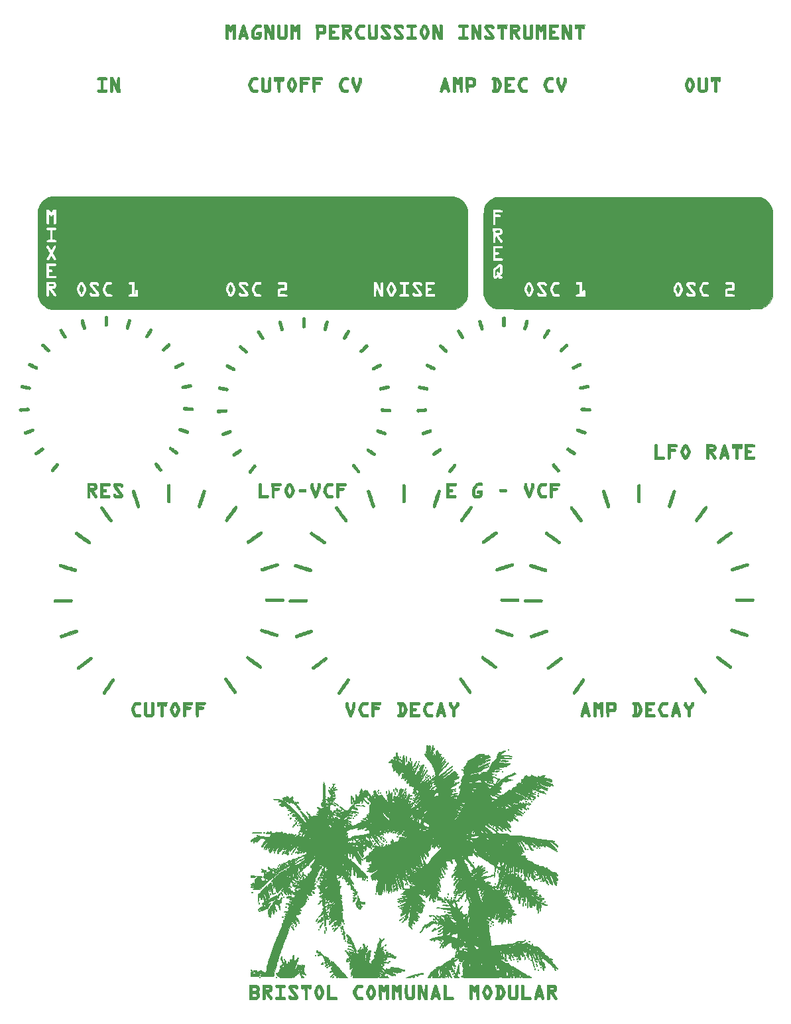
<source format=gto>
%TF.GenerationSoftware,KiCad,Pcbnew,(6.0.6-0)*%
%TF.CreationDate,2022-08-31T18:23:01+01:00*%
%TF.ProjectId,magnum-front-panel,6d61676e-756d-42d6-9672-6f6e742d7061,r03*%
%TF.SameCoordinates,Original*%
%TF.FileFunction,Legend,Top*%
%TF.FilePolarity,Positive*%
%FSLAX46Y46*%
G04 Gerber Fmt 4.6, Leading zero omitted, Abs format (unit mm)*
G04 Created by KiCad (PCBNEW (6.0.6-0)) date 2022-08-31 18:23:01*
%MOMM*%
%LPD*%
G01*
G04 APERTURE LIST*
%ADD10C,0.010000*%
G04 APERTURE END LIST*
%TO.C,Ref\u002A\u002A*%
G36*
X39863180Y-86826521D02*
G01*
X39907247Y-86846100D01*
X39945555Y-86870947D01*
X40012080Y-86916394D01*
X40102683Y-86979470D01*
X40213225Y-87057204D01*
X40339567Y-87146626D01*
X40477568Y-87244766D01*
X40623090Y-87348651D01*
X40771993Y-87455312D01*
X40920138Y-87561777D01*
X41063384Y-87665076D01*
X41197593Y-87762238D01*
X41318625Y-87850292D01*
X41422340Y-87926267D01*
X41504600Y-87987193D01*
X41561264Y-88030099D01*
X41588194Y-88052013D01*
X41589492Y-88053406D01*
X41608874Y-88102526D01*
X41615689Y-88171468D01*
X41608571Y-88239227D01*
X41602802Y-88258086D01*
X41571627Y-88294910D01*
X41516741Y-88329246D01*
X41456101Y-88351128D01*
X41429455Y-88354284D01*
X41388111Y-88342836D01*
X41331168Y-88313976D01*
X41306696Y-88298467D01*
X41218796Y-88238042D01*
X41110179Y-88162042D01*
X40984905Y-88073419D01*
X40847032Y-87975124D01*
X40700619Y-87870107D01*
X40549726Y-87761321D01*
X40398411Y-87651716D01*
X40250734Y-87544243D01*
X40110753Y-87441853D01*
X39982528Y-87347498D01*
X39870117Y-87264129D01*
X39777579Y-87194697D01*
X39708975Y-87142153D01*
X39668362Y-87109448D01*
X39659123Y-87100583D01*
X39628129Y-87026588D01*
X39632291Y-86954529D01*
X39664745Y-86891451D01*
X39718622Y-86844394D01*
X39787056Y-86820404D01*
X39863180Y-86826521D01*
G37*
D10*
X39863180Y-86826521D02*
X39907247Y-86846100D01*
X39945555Y-86870947D01*
X40012080Y-86916394D01*
X40102683Y-86979470D01*
X40213225Y-87057204D01*
X40339567Y-87146626D01*
X40477568Y-87244766D01*
X40623090Y-87348651D01*
X40771993Y-87455312D01*
X40920138Y-87561777D01*
X41063384Y-87665076D01*
X41197593Y-87762238D01*
X41318625Y-87850292D01*
X41422340Y-87926267D01*
X41504600Y-87987193D01*
X41561264Y-88030099D01*
X41588194Y-88052013D01*
X41589492Y-88053406D01*
X41608874Y-88102526D01*
X41615689Y-88171468D01*
X41608571Y-88239227D01*
X41602802Y-88258086D01*
X41571627Y-88294910D01*
X41516741Y-88329246D01*
X41456101Y-88351128D01*
X41429455Y-88354284D01*
X41388111Y-88342836D01*
X41331168Y-88313976D01*
X41306696Y-88298467D01*
X41218796Y-88238042D01*
X41110179Y-88162042D01*
X40984905Y-88073419D01*
X40847032Y-87975124D01*
X40700619Y-87870107D01*
X40549726Y-87761321D01*
X40398411Y-87651716D01*
X40250734Y-87544243D01*
X40110753Y-87441853D01*
X39982528Y-87347498D01*
X39870117Y-87264129D01*
X39777579Y-87194697D01*
X39708975Y-87142153D01*
X39668362Y-87109448D01*
X39659123Y-87100583D01*
X39628129Y-87026588D01*
X39632291Y-86954529D01*
X39664745Y-86891451D01*
X39718622Y-86844394D01*
X39787056Y-86820404D01*
X39863180Y-86826521D01*
G36*
X84430417Y-71086159D02*
G01*
X84479256Y-71100875D01*
X84516904Y-71131072D01*
X84517094Y-71131273D01*
X84554208Y-71197026D01*
X84562791Y-71274231D01*
X84544567Y-71348714D01*
X84501260Y-71406300D01*
X84482110Y-71418992D01*
X84450081Y-71426788D01*
X84382918Y-71436679D01*
X84287716Y-71447845D01*
X84171574Y-71459463D01*
X84041590Y-71470712D01*
X84022220Y-71472248D01*
X83886915Y-71482980D01*
X83760689Y-71493236D01*
X83651662Y-71502338D01*
X83567956Y-71509606D01*
X83517691Y-71514361D01*
X83515367Y-71514612D01*
X83441523Y-71513550D01*
X83372190Y-71498724D01*
X83364752Y-71495809D01*
X83300462Y-71447982D01*
X83267819Y-71378063D01*
X83270185Y-71295458D01*
X83281213Y-71262097D01*
X83311669Y-71208579D01*
X83346399Y-71172669D01*
X83349534Y-71170830D01*
X83381372Y-71163237D01*
X83448056Y-71153625D01*
X83542181Y-71142647D01*
X83656344Y-71130955D01*
X83783142Y-71119201D01*
X83915169Y-71108036D01*
X84045024Y-71098113D01*
X84165301Y-71090083D01*
X84268598Y-71084599D01*
X84347511Y-71082313D01*
X84355045Y-71082284D01*
X84430417Y-71086159D01*
G37*
X84430417Y-71086159D02*
X84479256Y-71100875D01*
X84516904Y-71131072D01*
X84517094Y-71131273D01*
X84554208Y-71197026D01*
X84562791Y-71274231D01*
X84544567Y-71348714D01*
X84501260Y-71406300D01*
X84482110Y-71418992D01*
X84450081Y-71426788D01*
X84382918Y-71436679D01*
X84287716Y-71447845D01*
X84171574Y-71459463D01*
X84041590Y-71470712D01*
X84022220Y-71472248D01*
X83886915Y-71482980D01*
X83760689Y-71493236D01*
X83651662Y-71502338D01*
X83567956Y-71509606D01*
X83517691Y-71514361D01*
X83515367Y-71514612D01*
X83441523Y-71513550D01*
X83372190Y-71498724D01*
X83364752Y-71495809D01*
X83300462Y-71447982D01*
X83267819Y-71378063D01*
X83270185Y-71295458D01*
X83281213Y-71262097D01*
X83311669Y-71208579D01*
X83346399Y-71172669D01*
X83349534Y-71170830D01*
X83381372Y-71163237D01*
X83448056Y-71153625D01*
X83542181Y-71142647D01*
X83656344Y-71130955D01*
X83783142Y-71119201D01*
X83915169Y-71108036D01*
X84045024Y-71098113D01*
X84165301Y-71090083D01*
X84268598Y-71084599D01*
X84347511Y-71082313D01*
X84355045Y-71082284D01*
X84430417Y-71086159D01*
G36*
X79367319Y-141140075D02*
G01*
X79378529Y-141144466D01*
X79428173Y-141171932D01*
X79436505Y-141197906D01*
X79404303Y-141225429D01*
X79399842Y-141227873D01*
X79331947Y-141246700D01*
X79254963Y-141244453D01*
X79202659Y-141226922D01*
X79170065Y-141198813D01*
X79177292Y-141173613D01*
X79225446Y-141148916D01*
X79240945Y-141143540D01*
X79308457Y-141129375D01*
X79367319Y-141140075D01*
G37*
X79367319Y-141140075D02*
X79378529Y-141144466D01*
X79428173Y-141171932D01*
X79436505Y-141197906D01*
X79404303Y-141225429D01*
X79399842Y-141227873D01*
X79331947Y-141246700D01*
X79254963Y-141244453D01*
X79202659Y-141226922D01*
X79170065Y-141198813D01*
X79177292Y-141173613D01*
X79225446Y-141148916D01*
X79240945Y-141143540D01*
X79308457Y-141129375D01*
X79367319Y-141140075D01*
G36*
X97236593Y-80614017D02*
G01*
X97287867Y-80636489D01*
X97321025Y-80680822D01*
X97339488Y-80752815D01*
X97346683Y-80858265D01*
X97347157Y-80918101D01*
X97347673Y-80987383D01*
X97351133Y-81045893D01*
X97359624Y-81102175D01*
X97375231Y-81164776D01*
X97400040Y-81242240D01*
X97436137Y-81343113D01*
X97479090Y-81458543D01*
X97522293Y-81570937D01*
X97561295Y-81666912D01*
X97593497Y-81740506D01*
X97616298Y-81785754D01*
X97626747Y-81797210D01*
X97638842Y-81772946D01*
X97662238Y-81716047D01*
X97694091Y-81633780D01*
X97731558Y-81533410D01*
X97752807Y-81475118D01*
X97796122Y-81353463D01*
X97826870Y-81259897D01*
X97847576Y-81182957D01*
X97860767Y-81111180D01*
X97868969Y-81033105D01*
X97874710Y-80937268D01*
X97875651Y-80917779D01*
X97881700Y-80808306D01*
X97888558Y-80733337D01*
X97897703Y-80685048D01*
X97910612Y-80655616D01*
X97928621Y-80637320D01*
X97992188Y-80611888D01*
X98069030Y-80608821D01*
X98139940Y-80627154D01*
X98173284Y-80649618D01*
X98191002Y-80671361D01*
X98202997Y-80700037D01*
X98210356Y-80743638D01*
X98214167Y-80810160D01*
X98215520Y-80907597D01*
X98215617Y-80960606D01*
X98215617Y-81229261D01*
X97989024Y-81807944D01*
X97929852Y-81957146D01*
X97873780Y-82094940D01*
X97823106Y-82215955D01*
X97780129Y-82314817D01*
X97747146Y-82386156D01*
X97726456Y-82424598D01*
X97723616Y-82428289D01*
X97669009Y-82461730D01*
X97600521Y-82471821D01*
X97534667Y-82458976D01*
X97487957Y-82423613D01*
X97487101Y-82422326D01*
X97471591Y-82390803D01*
X97443079Y-82325265D01*
X97403817Y-82231187D01*
X97356054Y-82114044D01*
X97302042Y-81979311D01*
X97244032Y-81832464D01*
X97232613Y-81803310D01*
X97009117Y-81231918D01*
X97009117Y-80966644D01*
X97010826Y-80834671D01*
X97017600Y-80739215D01*
X97031910Y-80674540D01*
X97056226Y-80634910D01*
X97093020Y-80614590D01*
X97144763Y-80607843D01*
X97163776Y-80607608D01*
X97236593Y-80614017D01*
G37*
X97236593Y-80614017D02*
X97287867Y-80636489D01*
X97321025Y-80680822D01*
X97339488Y-80752815D01*
X97346683Y-80858265D01*
X97347157Y-80918101D01*
X97347673Y-80987383D01*
X97351133Y-81045893D01*
X97359624Y-81102175D01*
X97375231Y-81164776D01*
X97400040Y-81242240D01*
X97436137Y-81343113D01*
X97479090Y-81458543D01*
X97522293Y-81570937D01*
X97561295Y-81666912D01*
X97593497Y-81740506D01*
X97616298Y-81785754D01*
X97626747Y-81797210D01*
X97638842Y-81772946D01*
X97662238Y-81716047D01*
X97694091Y-81633780D01*
X97731558Y-81533410D01*
X97752807Y-81475118D01*
X97796122Y-81353463D01*
X97826870Y-81259897D01*
X97847576Y-81182957D01*
X97860767Y-81111180D01*
X97868969Y-81033105D01*
X97874710Y-80937268D01*
X97875651Y-80917779D01*
X97881700Y-80808306D01*
X97888558Y-80733337D01*
X97897703Y-80685048D01*
X97910612Y-80655616D01*
X97928621Y-80637320D01*
X97992188Y-80611888D01*
X98069030Y-80608821D01*
X98139940Y-80627154D01*
X98173284Y-80649618D01*
X98191002Y-80671361D01*
X98202997Y-80700037D01*
X98210356Y-80743638D01*
X98214167Y-80810160D01*
X98215520Y-80907597D01*
X98215617Y-80960606D01*
X98215617Y-81229261D01*
X97989024Y-81807944D01*
X97929852Y-81957146D01*
X97873780Y-82094940D01*
X97823106Y-82215955D01*
X97780129Y-82314817D01*
X97747146Y-82386156D01*
X97726456Y-82424598D01*
X97723616Y-82428289D01*
X97669009Y-82461730D01*
X97600521Y-82471821D01*
X97534667Y-82458976D01*
X97487957Y-82423613D01*
X97487101Y-82422326D01*
X97471591Y-82390803D01*
X97443079Y-82325265D01*
X97403817Y-82231187D01*
X97356054Y-82114044D01*
X97302042Y-81979311D01*
X97244032Y-81832464D01*
X97232613Y-81803310D01*
X97009117Y-81231918D01*
X97009117Y-80966644D01*
X97010826Y-80834671D01*
X97017600Y-80739215D01*
X97031910Y-80674540D01*
X97056226Y-80634910D01*
X97093020Y-80614590D01*
X97144763Y-80607843D01*
X97163776Y-80607608D01*
X97236593Y-80614017D01*
G36*
X93791538Y-136163751D02*
G01*
X93814417Y-136192059D01*
X93850223Y-136251997D01*
X93852400Y-136255790D01*
X93903744Y-136372930D01*
X93916622Y-136477199D01*
X93890800Y-136566718D01*
X93890775Y-136566764D01*
X93876682Y-136587738D01*
X93863406Y-136589352D01*
X93846352Y-136566236D01*
X93820922Y-136513023D01*
X93796275Y-136456379D01*
X93756796Y-136359571D01*
X93735598Y-136291200D01*
X93731396Y-136242161D01*
X93742906Y-136203350D01*
X93757348Y-136180461D01*
X93774782Y-136161682D01*
X93791538Y-136163751D01*
G37*
X93791538Y-136163751D02*
X93814417Y-136192059D01*
X93850223Y-136251997D01*
X93852400Y-136255790D01*
X93903744Y-136372930D01*
X93916622Y-136477199D01*
X93890800Y-136566718D01*
X93890775Y-136566764D01*
X93876682Y-136587738D01*
X93863406Y-136589352D01*
X93846352Y-136566236D01*
X93820922Y-136513023D01*
X93796275Y-136456379D01*
X93756796Y-136359571D01*
X93735598Y-136291200D01*
X93731396Y-136242161D01*
X93742906Y-136203350D01*
X93757348Y-136180461D01*
X93774782Y-136161682D01*
X93791538Y-136163751D01*
G36*
X98630406Y-142082538D02*
G01*
X98649534Y-142105788D01*
X98678015Y-142157532D01*
X98671036Y-142204164D01*
X98653393Y-142232336D01*
X98629468Y-142258229D01*
X98607104Y-142251104D01*
X98589893Y-142234870D01*
X98558115Y-142187240D01*
X98564711Y-142138829D01*
X98586034Y-142105788D01*
X98611492Y-142077286D01*
X98630406Y-142082538D01*
G37*
X98630406Y-142082538D02*
X98649534Y-142105788D01*
X98678015Y-142157532D01*
X98671036Y-142204164D01*
X98653393Y-142232336D01*
X98629468Y-142258229D01*
X98607104Y-142251104D01*
X98589893Y-142234870D01*
X98558115Y-142187240D01*
X98564711Y-142138829D01*
X98586034Y-142105788D01*
X98611492Y-142077286D01*
X98630406Y-142082538D01*
G36*
X73816411Y-137095845D02*
G01*
X73850204Y-137136548D01*
X73852697Y-137191588D01*
X73819939Y-137250493D01*
X73819710Y-137250747D01*
X73805611Y-137271206D01*
X73802989Y-137296216D01*
X73814092Y-137334499D01*
X73841169Y-137394782D01*
X73873782Y-137460615D01*
X73911440Y-137539075D01*
X73939279Y-137603986D01*
X73953326Y-137645728D01*
X73953982Y-137654774D01*
X73935273Y-137654964D01*
X73894853Y-137632867D01*
X73862868Y-137609761D01*
X73769222Y-137517234D01*
X73711339Y-137410848D01*
X73685578Y-137282786D01*
X73683451Y-137224788D01*
X73683451Y-137079951D01*
X73755269Y-137079951D01*
X73816411Y-137095845D01*
G37*
X73816411Y-137095845D02*
X73850204Y-137136548D01*
X73852697Y-137191588D01*
X73819939Y-137250493D01*
X73819710Y-137250747D01*
X73805611Y-137271206D01*
X73802989Y-137296216D01*
X73814092Y-137334499D01*
X73841169Y-137394782D01*
X73873782Y-137460615D01*
X73911440Y-137539075D01*
X73939279Y-137603986D01*
X73953326Y-137645728D01*
X73953982Y-137654774D01*
X73935273Y-137654964D01*
X73894853Y-137632867D01*
X73862868Y-137609761D01*
X73769222Y-137517234D01*
X73711339Y-137410848D01*
X73685578Y-137282786D01*
X73683451Y-137224788D01*
X73683451Y-137079951D01*
X73755269Y-137079951D01*
X73816411Y-137095845D01*
G36*
X98817737Y-120166846D02*
G01*
X98841967Y-120200213D01*
X98833218Y-120222403D01*
X98800715Y-120225583D01*
X98766127Y-120210675D01*
X98746307Y-120187718D01*
X98759939Y-120165329D01*
X98789047Y-120151013D01*
X98817737Y-120166846D01*
G37*
X98817737Y-120166846D02*
X98841967Y-120200213D01*
X98833218Y-120222403D01*
X98800715Y-120225583D01*
X98766127Y-120210675D01*
X98746307Y-120187718D01*
X98759939Y-120165329D01*
X98789047Y-120151013D01*
X98817737Y-120166846D01*
G36*
X77456705Y-127189501D02*
G01*
X77480181Y-127224833D01*
X77478949Y-127250613D01*
X77457216Y-127277738D01*
X77425057Y-127265422D01*
X77413017Y-127254384D01*
X77390429Y-127216745D01*
X77393138Y-127184897D01*
X77415134Y-127173951D01*
X77456705Y-127189501D01*
G37*
X77456705Y-127189501D02*
X77480181Y-127224833D01*
X77478949Y-127250613D01*
X77457216Y-127277738D01*
X77425057Y-127265422D01*
X77413017Y-127254384D01*
X77390429Y-127216745D01*
X77393138Y-127184897D01*
X77415134Y-127173951D01*
X77456705Y-127189501D01*
G36*
X73300914Y-22158389D02*
G01*
X73338393Y-22225506D01*
X73338985Y-22293243D01*
X73321283Y-22342704D01*
X73302298Y-22375143D01*
X73275096Y-22399686D01*
X73234078Y-22417398D01*
X73173649Y-22429347D01*
X73088210Y-22436598D01*
X72972166Y-22440220D01*
X72819920Y-22441278D01*
X72804038Y-22441284D01*
X72413451Y-22441284D01*
X72413451Y-22885784D01*
X72600670Y-22885784D01*
X72713300Y-22890176D01*
X72790232Y-22905746D01*
X72837415Y-22936080D01*
X72860800Y-22984767D01*
X72866417Y-23046057D01*
X72857293Y-23114737D01*
X72826326Y-23163240D01*
X72768129Y-23195016D01*
X72677313Y-23213517D01*
X72594327Y-23220266D01*
X72413451Y-23229760D01*
X72413451Y-23647784D01*
X72804038Y-23647784D01*
X72959865Y-23648662D01*
X73078979Y-23652005D01*
X73166977Y-23658882D01*
X73229455Y-23670358D01*
X73272012Y-23687500D01*
X73300242Y-23711375D01*
X73319745Y-23743050D01*
X73321283Y-23746364D01*
X73343094Y-23824631D01*
X73327503Y-23890216D01*
X73292829Y-23934496D01*
X73240875Y-23986451D01*
X72074784Y-23986451D01*
X72074784Y-22102618D01*
X73257045Y-22102618D01*
X73300914Y-22158389D01*
G37*
X73300914Y-22158389D02*
X73338393Y-22225506D01*
X73338985Y-22293243D01*
X73321283Y-22342704D01*
X73302298Y-22375143D01*
X73275096Y-22399686D01*
X73234078Y-22417398D01*
X73173649Y-22429347D01*
X73088210Y-22436598D01*
X72972166Y-22440220D01*
X72819920Y-22441278D01*
X72804038Y-22441284D01*
X72413451Y-22441284D01*
X72413451Y-22885784D01*
X72600670Y-22885784D01*
X72713300Y-22890176D01*
X72790232Y-22905746D01*
X72837415Y-22936080D01*
X72860800Y-22984767D01*
X72866417Y-23046057D01*
X72857293Y-23114737D01*
X72826326Y-23163240D01*
X72768129Y-23195016D01*
X72677313Y-23213517D01*
X72594327Y-23220266D01*
X72413451Y-23229760D01*
X72413451Y-23647784D01*
X72804038Y-23647784D01*
X72959865Y-23648662D01*
X73078979Y-23652005D01*
X73166977Y-23658882D01*
X73229455Y-23670358D01*
X73272012Y-23687500D01*
X73300242Y-23711375D01*
X73319745Y-23743050D01*
X73321283Y-23746364D01*
X73343094Y-23824631D01*
X73327503Y-23890216D01*
X73292829Y-23934496D01*
X73240875Y-23986451D01*
X72074784Y-23986451D01*
X72074784Y-22102618D01*
X73257045Y-22102618D01*
X73300914Y-22158389D01*
G36*
X121798371Y-102697387D02*
G01*
X121806617Y-102702290D01*
X121842968Y-102726645D01*
X121907434Y-102772162D01*
X121995905Y-102835797D01*
X122104273Y-102914506D01*
X122228427Y-103005247D01*
X122364260Y-103104976D01*
X122507662Y-103210650D01*
X122654524Y-103319225D01*
X122800738Y-103427658D01*
X122942193Y-103532907D01*
X123074781Y-103631926D01*
X123194394Y-103721674D01*
X123296921Y-103799107D01*
X123378254Y-103861182D01*
X123434284Y-103904855D01*
X123460902Y-103927082D01*
X123462159Y-103928448D01*
X123479639Y-103971223D01*
X123488386Y-104032725D01*
X123488617Y-104043792D01*
X123471132Y-104126800D01*
X123424774Y-104188481D01*
X123358696Y-104223297D01*
X123282046Y-104225708D01*
X123224479Y-104203710D01*
X123189359Y-104180552D01*
X123125504Y-104135606D01*
X123037135Y-104072012D01*
X122928471Y-103992913D01*
X122803733Y-103901449D01*
X122667139Y-103800760D01*
X122522910Y-103693988D01*
X122375266Y-103584274D01*
X122228426Y-103474758D01*
X122086610Y-103368581D01*
X121954038Y-103268884D01*
X121834929Y-103178808D01*
X121733504Y-103101494D01*
X121653982Y-103040082D01*
X121600583Y-102997715D01*
X121578326Y-102978439D01*
X121529434Y-102902764D01*
X121522747Y-102826538D01*
X121558238Y-102751704D01*
X121581989Y-102724823D01*
X121649739Y-102675827D01*
X121719376Y-102666932D01*
X121798371Y-102697387D01*
G37*
X121798371Y-102697387D02*
X121806617Y-102702290D01*
X121842968Y-102726645D01*
X121907434Y-102772162D01*
X121995905Y-102835797D01*
X122104273Y-102914506D01*
X122228427Y-103005247D01*
X122364260Y-103104976D01*
X122507662Y-103210650D01*
X122654524Y-103319225D01*
X122800738Y-103427658D01*
X122942193Y-103532907D01*
X123074781Y-103631926D01*
X123194394Y-103721674D01*
X123296921Y-103799107D01*
X123378254Y-103861182D01*
X123434284Y-103904855D01*
X123460902Y-103927082D01*
X123462159Y-103928448D01*
X123479639Y-103971223D01*
X123488386Y-104032725D01*
X123488617Y-104043792D01*
X123471132Y-104126800D01*
X123424774Y-104188481D01*
X123358696Y-104223297D01*
X123282046Y-104225708D01*
X123224479Y-104203710D01*
X123189359Y-104180552D01*
X123125504Y-104135606D01*
X123037135Y-104072012D01*
X122928471Y-103992913D01*
X122803733Y-103901449D01*
X122667139Y-103800760D01*
X122522910Y-103693988D01*
X122375266Y-103584274D01*
X122228426Y-103474758D01*
X122086610Y-103368581D01*
X121954038Y-103268884D01*
X121834929Y-103178808D01*
X121733504Y-103101494D01*
X121653982Y-103040082D01*
X121600583Y-102997715D01*
X121578326Y-102978439D01*
X121529434Y-102902764D01*
X121522747Y-102826538D01*
X121558238Y-102751704D01*
X121581989Y-102724823D01*
X121649739Y-102675827D01*
X121719376Y-102666932D01*
X121798371Y-102697387D01*
G36*
X97715165Y-55540307D02*
G01*
X97776919Y-55670651D01*
X97816868Y-55772018D01*
X97834007Y-55841773D01*
X97834617Y-55852868D01*
X97822847Y-55915045D01*
X97788350Y-56008909D01*
X97732351Y-56131235D01*
X97718024Y-56160137D01*
X97673035Y-56248999D01*
X97635177Y-56322184D01*
X97608258Y-56372444D01*
X97596087Y-56392529D01*
X97595889Y-56392618D01*
X97584953Y-56374813D01*
X97559000Y-56326131D01*
X97521724Y-56253667D01*
X97476818Y-56164517D01*
X97469066Y-56148968D01*
X97422937Y-56052538D01*
X97384879Y-55965825D01*
X97358614Y-55897830D01*
X97347863Y-55857556D01*
X97347784Y-55855593D01*
X97356873Y-55818500D01*
X97381721Y-55752599D01*
X97418698Y-55666713D01*
X97464176Y-55569667D01*
X97471749Y-55554201D01*
X97595713Y-55302534D01*
X97715165Y-55540307D01*
G37*
X97715165Y-55540307D02*
X97776919Y-55670651D01*
X97816868Y-55772018D01*
X97834007Y-55841773D01*
X97834617Y-55852868D01*
X97822847Y-55915045D01*
X97788350Y-56008909D01*
X97732351Y-56131235D01*
X97718024Y-56160137D01*
X97673035Y-56248999D01*
X97635177Y-56322184D01*
X97608258Y-56372444D01*
X97596087Y-56392529D01*
X97595889Y-56392618D01*
X97584953Y-56374813D01*
X97559000Y-56326131D01*
X97521724Y-56253667D01*
X97476818Y-56164517D01*
X97469066Y-56148968D01*
X97422937Y-56052538D01*
X97384879Y-55965825D01*
X97358614Y-55897830D01*
X97347863Y-55857556D01*
X97347784Y-55855593D01*
X97356873Y-55818500D01*
X97381721Y-55752599D01*
X97418698Y-55666713D01*
X97464176Y-55569667D01*
X97471749Y-55554201D01*
X97595713Y-55302534D01*
X97715165Y-55540307D01*
G36*
X98389031Y-130187920D02*
G01*
X98395534Y-130230770D01*
X98386321Y-130278074D01*
X98364996Y-130302149D01*
X98341028Y-130296166D01*
X98330255Y-130277864D01*
X98322814Y-130226395D01*
X98336444Y-130184848D01*
X98364074Y-130169034D01*
X98389031Y-130187920D01*
G37*
X98389031Y-130187920D02*
X98395534Y-130230770D01*
X98386321Y-130278074D01*
X98364996Y-130302149D01*
X98341028Y-130296166D01*
X98330255Y-130277864D01*
X98322814Y-130226395D01*
X98336444Y-130184848D01*
X98364074Y-130169034D01*
X98389031Y-130187920D01*
G36*
X77087292Y-76172630D02*
G01*
X77119708Y-76188401D01*
X77180259Y-76224712D01*
X77262756Y-76277327D01*
X77361010Y-76342006D01*
X77468830Y-76414512D01*
X77580030Y-76490607D01*
X77688418Y-76566053D01*
X77787807Y-76636611D01*
X77872007Y-76698045D01*
X77934828Y-76746116D01*
X77970083Y-76776586D01*
X77971467Y-76778069D01*
X78007442Y-76844984D01*
X78009388Y-76918051D01*
X77982236Y-76986865D01*
X77930917Y-77041022D01*
X77860365Y-77070115D01*
X77831951Y-77072451D01*
X77801828Y-77069065D01*
X77765312Y-77057047D01*
X77717647Y-77033611D01*
X77654080Y-76995967D01*
X77569856Y-76941328D01*
X77460220Y-76866905D01*
X77343515Y-76786020D01*
X77226085Y-76703493D01*
X77119470Y-76627268D01*
X77028904Y-76561190D01*
X76959617Y-76509106D01*
X76916840Y-76474859D01*
X76906076Y-76464475D01*
X76886575Y-76413876D01*
X76879888Y-76343853D01*
X76887393Y-76275740D01*
X76892766Y-76258482D01*
X76927771Y-76216704D01*
X76987086Y-76184502D01*
X77052716Y-76169818D01*
X77087292Y-76172630D01*
G37*
X77087292Y-76172630D02*
X77119708Y-76188401D01*
X77180259Y-76224712D01*
X77262756Y-76277327D01*
X77361010Y-76342006D01*
X77468830Y-76414512D01*
X77580030Y-76490607D01*
X77688418Y-76566053D01*
X77787807Y-76636611D01*
X77872007Y-76698045D01*
X77934828Y-76746116D01*
X77970083Y-76776586D01*
X77971467Y-76778069D01*
X78007442Y-76844984D01*
X78009388Y-76918051D01*
X77982236Y-76986865D01*
X77930917Y-77041022D01*
X77860365Y-77070115D01*
X77831951Y-77072451D01*
X77801828Y-77069065D01*
X77765312Y-77057047D01*
X77717647Y-77033611D01*
X77654080Y-76995967D01*
X77569856Y-76941328D01*
X77460220Y-76866905D01*
X77343515Y-76786020D01*
X77226085Y-76703493D01*
X77119470Y-76627268D01*
X77028904Y-76561190D01*
X76959617Y-76509106D01*
X76916840Y-76474859D01*
X76906076Y-76464475D01*
X76886575Y-76413876D01*
X76879888Y-76343853D01*
X76887393Y-76275740D01*
X76892766Y-76258482D01*
X76927771Y-76216704D01*
X76987086Y-76184502D01*
X77052716Y-76169818D01*
X77087292Y-76172630D01*
G36*
X72236844Y-136412115D02*
G01*
X72237408Y-136441062D01*
X72201383Y-136490145D01*
X72182245Y-136510079D01*
X72129846Y-136556347D01*
X72093997Y-136570995D01*
X72069187Y-136559298D01*
X72063747Y-136530008D01*
X72081652Y-136498781D01*
X72106330Y-136487284D01*
X72132905Y-136469572D01*
X72144417Y-136444951D01*
X72172785Y-136409117D01*
X72199802Y-136402618D01*
X72236844Y-136412115D01*
G37*
X72236844Y-136412115D02*
X72237408Y-136441062D01*
X72201383Y-136490145D01*
X72182245Y-136510079D01*
X72129846Y-136556347D01*
X72093997Y-136570995D01*
X72069187Y-136559298D01*
X72063747Y-136530008D01*
X72081652Y-136498781D01*
X72106330Y-136487284D01*
X72132905Y-136469572D01*
X72144417Y-136444951D01*
X72172785Y-136409117D01*
X72199802Y-136402618D01*
X72236844Y-136412115D01*
G36*
X98202740Y-120900670D02*
G01*
X98230520Y-120931487D01*
X98229949Y-120959398D01*
X98198781Y-120985868D01*
X98152117Y-120993284D01*
X98097263Y-120982302D01*
X98074285Y-120959398D01*
X98078410Y-120921816D01*
X98113575Y-120894972D01*
X98152117Y-120888099D01*
X98202740Y-120900670D01*
G37*
X98202740Y-120900670D02*
X98230520Y-120931487D01*
X98229949Y-120959398D01*
X98198781Y-120985868D01*
X98152117Y-120993284D01*
X98097263Y-120982302D01*
X98074285Y-120959398D01*
X98078410Y-120921816D01*
X98113575Y-120894972D01*
X98152117Y-120888099D01*
X98202740Y-120900670D01*
G36*
X92706378Y-137067526D02*
G01*
X92715094Y-137074295D01*
X92728524Y-137109104D01*
X92719221Y-137146204D01*
X92692768Y-137164568D01*
X92691117Y-137164618D01*
X92664981Y-137147629D01*
X92655892Y-137131445D01*
X92654999Y-137092318D01*
X92676049Y-137066937D01*
X92706378Y-137067526D01*
G37*
X92706378Y-137067526D02*
X92715094Y-137074295D01*
X92728524Y-137109104D01*
X92719221Y-137146204D01*
X92692768Y-137164568D01*
X92691117Y-137164618D01*
X92664981Y-137147629D01*
X92655892Y-137131445D01*
X92654999Y-137092318D01*
X92676049Y-137066937D01*
X92706378Y-137067526D01*
G36*
X86039260Y-136918762D02*
G01*
X86041171Y-136945494D01*
X86016458Y-136981939D01*
X85994994Y-136991672D01*
X85965641Y-136987139D01*
X85963730Y-136960408D01*
X85988443Y-136923962D01*
X86009907Y-136914230D01*
X86039260Y-136918762D01*
G37*
X86039260Y-136918762D02*
X86041171Y-136945494D01*
X86016458Y-136981939D01*
X85994994Y-136991672D01*
X85965641Y-136987139D01*
X85963730Y-136960408D01*
X85988443Y-136923962D01*
X86009907Y-136914230D01*
X86039260Y-136918762D01*
G36*
X95708329Y-28885572D02*
G01*
X95751425Y-28948038D01*
X95756076Y-29016286D01*
X95736783Y-29073704D01*
X95717798Y-29106143D01*
X95690596Y-29130686D01*
X95649578Y-29148398D01*
X95589149Y-29160347D01*
X95503710Y-29167598D01*
X95387666Y-29171220D01*
X95235420Y-29172278D01*
X95219538Y-29172284D01*
X94828951Y-29172284D01*
X94828951Y-29616784D01*
X95019451Y-29616784D01*
X95134090Y-29620910D01*
X95212957Y-29635689D01*
X95262020Y-29664724D01*
X95287248Y-29711616D01*
X95294610Y-29779968D01*
X95294617Y-29782837D01*
X95287400Y-29849283D01*
X95261804Y-29895841D01*
X95211910Y-29926125D01*
X95131800Y-29943750D01*
X95017259Y-29952265D01*
X94828951Y-29959663D01*
X94828951Y-30376317D01*
X95254194Y-30382842D01*
X95398516Y-30385208D01*
X95506491Y-30387740D01*
X95584104Y-30391166D01*
X95637336Y-30396211D01*
X95672172Y-30403600D01*
X95694594Y-30414060D01*
X95710585Y-30428316D01*
X95719860Y-30439337D01*
X95752864Y-30507673D01*
X95757768Y-30584869D01*
X95734710Y-30653882D01*
X95717951Y-30675118D01*
X95703623Y-30687555D01*
X95685138Y-30697288D01*
X95657538Y-30704647D01*
X95615866Y-30709962D01*
X95555165Y-30713564D01*
X95470479Y-30715782D01*
X95356850Y-30716948D01*
X95209322Y-30717393D01*
X95082951Y-30717451D01*
X94490284Y-30717451D01*
X94490284Y-28833618D01*
X95656375Y-28833618D01*
X95708329Y-28885572D01*
G37*
X95708329Y-28885572D02*
X95751425Y-28948038D01*
X95756076Y-29016286D01*
X95736783Y-29073704D01*
X95717798Y-29106143D01*
X95690596Y-29130686D01*
X95649578Y-29148398D01*
X95589149Y-29160347D01*
X95503710Y-29167598D01*
X95387666Y-29171220D01*
X95235420Y-29172278D01*
X95219538Y-29172284D01*
X94828951Y-29172284D01*
X94828951Y-29616784D01*
X95019451Y-29616784D01*
X95134090Y-29620910D01*
X95212957Y-29635689D01*
X95262020Y-29664724D01*
X95287248Y-29711616D01*
X95294610Y-29779968D01*
X95294617Y-29782837D01*
X95287400Y-29849283D01*
X95261804Y-29895841D01*
X95211910Y-29926125D01*
X95131800Y-29943750D01*
X95017259Y-29952265D01*
X94828951Y-29959663D01*
X94828951Y-30376317D01*
X95254194Y-30382842D01*
X95398516Y-30385208D01*
X95506491Y-30387740D01*
X95584104Y-30391166D01*
X95637336Y-30396211D01*
X95672172Y-30403600D01*
X95694594Y-30414060D01*
X95710585Y-30428316D01*
X95719860Y-30439337D01*
X95752864Y-30507673D01*
X95757768Y-30584869D01*
X95734710Y-30653882D01*
X95717951Y-30675118D01*
X95703623Y-30687555D01*
X95685138Y-30697288D01*
X95657538Y-30704647D01*
X95615866Y-30709962D01*
X95555165Y-30713564D01*
X95470479Y-30715782D01*
X95356850Y-30716948D01*
X95209322Y-30717393D01*
X95082951Y-30717451D01*
X94490284Y-30717451D01*
X94490284Y-28833618D01*
X95656375Y-28833618D01*
X95708329Y-28885572D01*
G36*
X84078864Y-118057018D02*
G01*
X84086849Y-118109199D01*
X84086867Y-118112854D01*
X84078657Y-118164449D01*
X84059166Y-118193459D01*
X84036107Y-118193023D01*
X84021704Y-118170834D01*
X84013556Y-118119422D01*
X84022816Y-118071276D01*
X84045275Y-118042811D01*
X84055117Y-118040534D01*
X84078864Y-118057018D01*
G37*
X84078864Y-118057018D02*
X84086849Y-118109199D01*
X84086867Y-118112854D01*
X84078657Y-118164449D01*
X84059166Y-118193459D01*
X84036107Y-118193023D01*
X84021704Y-118170834D01*
X84013556Y-118119422D01*
X84022816Y-118071276D01*
X84045275Y-118042811D01*
X84055117Y-118040534D01*
X84078864Y-118057018D01*
G36*
X76264726Y-128521700D02*
G01*
X76301789Y-128555609D01*
X76340159Y-128597849D01*
X76369483Y-128636866D01*
X76379408Y-128661105D01*
X76378432Y-128662914D01*
X76342357Y-128675254D01*
X76295217Y-128649019D01*
X76271076Y-128625810D01*
X76239168Y-128581511D01*
X76223661Y-128539303D01*
X76227965Y-128511879D01*
X76239326Y-128507676D01*
X76264726Y-128521700D01*
G37*
X76264726Y-128521700D02*
X76301789Y-128555609D01*
X76340159Y-128597849D01*
X76369483Y-128636866D01*
X76379408Y-128661105D01*
X76378432Y-128662914D01*
X76342357Y-128675254D01*
X76295217Y-128649019D01*
X76271076Y-128625810D01*
X76239168Y-128581511D01*
X76223661Y-128539303D01*
X76227965Y-128511879D01*
X76239326Y-128507676D01*
X76264726Y-128521700D01*
G36*
X74893230Y-120496185D02*
G01*
X74939883Y-120523365D01*
X74955612Y-120533667D01*
X74991803Y-120559930D01*
X75013652Y-120586113D01*
X75025336Y-120623632D01*
X75031033Y-120683901D01*
X75033749Y-120747190D01*
X75035280Y-120836671D01*
X75029884Y-120899026D01*
X75014782Y-120949259D01*
X74987194Y-121002372D01*
X74986124Y-121004201D01*
X74941041Y-121111268D01*
X74935874Y-121209079D01*
X74970630Y-121295495D01*
X74985201Y-121314644D01*
X75025925Y-121372548D01*
X75036736Y-121421211D01*
X75025269Y-121467803D01*
X75003385Y-121498381D01*
X74972612Y-121489262D01*
X74957684Y-121475884D01*
X74937795Y-121435968D01*
X74932284Y-121397755D01*
X74930209Y-121361828D01*
X74918889Y-121364483D01*
X74903848Y-121383914D01*
X74887116Y-121401817D01*
X74876261Y-121394307D01*
X74867757Y-121355083D01*
X74861699Y-121308585D01*
X74856160Y-121241774D01*
X74852092Y-121151165D01*
X74849459Y-121044414D01*
X74848223Y-120929175D01*
X74848348Y-120813101D01*
X74849797Y-120703848D01*
X74852533Y-120609069D01*
X74856520Y-120536420D01*
X74861721Y-120493553D01*
X74865654Y-120485284D01*
X74893230Y-120496185D01*
G37*
X74893230Y-120496185D02*
X74939883Y-120523365D01*
X74955612Y-120533667D01*
X74991803Y-120559930D01*
X75013652Y-120586113D01*
X75025336Y-120623632D01*
X75031033Y-120683901D01*
X75033749Y-120747190D01*
X75035280Y-120836671D01*
X75029884Y-120899026D01*
X75014782Y-120949259D01*
X74987194Y-121002372D01*
X74986124Y-121004201D01*
X74941041Y-121111268D01*
X74935874Y-121209079D01*
X74970630Y-121295495D01*
X74985201Y-121314644D01*
X75025925Y-121372548D01*
X75036736Y-121421211D01*
X75025269Y-121467803D01*
X75003385Y-121498381D01*
X74972612Y-121489262D01*
X74957684Y-121475884D01*
X74937795Y-121435968D01*
X74932284Y-121397755D01*
X74930209Y-121361828D01*
X74918889Y-121364483D01*
X74903848Y-121383914D01*
X74887116Y-121401817D01*
X74876261Y-121394307D01*
X74867757Y-121355083D01*
X74861699Y-121308585D01*
X74856160Y-121241774D01*
X74852092Y-121151165D01*
X74849459Y-121044414D01*
X74848223Y-120929175D01*
X74848348Y-120813101D01*
X74849797Y-120703848D01*
X74852533Y-120609069D01*
X74856520Y-120536420D01*
X74861721Y-120493553D01*
X74865654Y-120485284D01*
X74893230Y-120496185D01*
G36*
X65015888Y-135404902D02*
G01*
X65038112Y-135448761D01*
X65039088Y-135501697D01*
X65038828Y-135502759D01*
X65014591Y-135545697D01*
X64979949Y-135552897D01*
X64946730Y-135522327D01*
X64944863Y-135518909D01*
X64937151Y-135476794D01*
X64945547Y-135429075D01*
X64965110Y-135394004D01*
X64980677Y-135386618D01*
X65015888Y-135404902D01*
G37*
X65015888Y-135404902D02*
X65038112Y-135448761D01*
X65039088Y-135501697D01*
X65038828Y-135502759D01*
X65014591Y-135545697D01*
X64979949Y-135552897D01*
X64946730Y-135522327D01*
X64944863Y-135518909D01*
X64937151Y-135476794D01*
X64945547Y-135429075D01*
X64965110Y-135394004D01*
X64980677Y-135386618D01*
X65015888Y-135404902D01*
G36*
X94167260Y-132346762D02*
G01*
X94169171Y-132373494D01*
X94144458Y-132409939D01*
X94122994Y-132419672D01*
X94093641Y-132415139D01*
X94091730Y-132388408D01*
X94116443Y-132351962D01*
X94137907Y-132342230D01*
X94167260Y-132346762D01*
G37*
X94167260Y-132346762D02*
X94169171Y-132373494D01*
X94144458Y-132409939D01*
X94122994Y-132419672D01*
X94093641Y-132415139D01*
X94091730Y-132388408D01*
X94116443Y-132351962D01*
X94137907Y-132342230D01*
X94167260Y-132346762D01*
G36*
X93049106Y-136920061D02*
G01*
X93070313Y-136951860D01*
X93072117Y-136964783D01*
X93056969Y-136990163D01*
X93024973Y-136993002D01*
X92996894Y-136972273D01*
X92995938Y-136940573D01*
X93019749Y-136918078D01*
X93049106Y-136920061D01*
G37*
X93049106Y-136920061D02*
X93070313Y-136951860D01*
X93072117Y-136964783D01*
X93056969Y-136990163D01*
X93024973Y-136993002D01*
X92996894Y-136972273D01*
X92995938Y-136940573D01*
X93019749Y-136918078D01*
X93049106Y-136920061D01*
G36*
X79332670Y-139461594D02*
G01*
X79334409Y-139463220D01*
X79341782Y-139488947D01*
X79319301Y-139529214D01*
X79299448Y-139553179D01*
X79247470Y-139602450D01*
X79209565Y-139617920D01*
X79189253Y-139598825D01*
X79186784Y-139577618D01*
X79196433Y-139543236D01*
X79209849Y-139535284D01*
X79238802Y-139520343D01*
X79271847Y-139487659D01*
X79306295Y-139456523D01*
X79332670Y-139461594D01*
G37*
X79332670Y-139461594D02*
X79334409Y-139463220D01*
X79341782Y-139488947D01*
X79319301Y-139529214D01*
X79299448Y-139553179D01*
X79247470Y-139602450D01*
X79209565Y-139617920D01*
X79189253Y-139598825D01*
X79186784Y-139577618D01*
X79196433Y-139543236D01*
X79209849Y-139535284D01*
X79238802Y-139520343D01*
X79271847Y-139487659D01*
X79306295Y-139456523D01*
X79332670Y-139461594D01*
G36*
X88143570Y-142429937D02*
G01*
X88155958Y-142462932D01*
X88152007Y-142475607D01*
X88120043Y-142496487D01*
X88081797Y-142492504D01*
X88067683Y-142479849D01*
X88069434Y-142452131D01*
X88095565Y-142429190D01*
X88128652Y-142422484D01*
X88143570Y-142429937D01*
G37*
X88143570Y-142429937D02*
X88155958Y-142462932D01*
X88152007Y-142475607D01*
X88120043Y-142496487D01*
X88081797Y-142492504D01*
X88067683Y-142479849D01*
X88069434Y-142452131D01*
X88095565Y-142429190D01*
X88128652Y-142422484D01*
X88143570Y-142429937D01*
G36*
X86111570Y-136164604D02*
G01*
X86123958Y-136197599D01*
X86120007Y-136210273D01*
X86088043Y-136231153D01*
X86049797Y-136227170D01*
X86035683Y-136214516D01*
X86037434Y-136186798D01*
X86063565Y-136163857D01*
X86096652Y-136157151D01*
X86111570Y-136164604D01*
G37*
X86111570Y-136164604D02*
X86123958Y-136197599D01*
X86120007Y-136210273D01*
X86088043Y-136231153D01*
X86049797Y-136227170D01*
X86035683Y-136214516D01*
X86037434Y-136186798D01*
X86063565Y-136163857D01*
X86096652Y-136157151D01*
X86111570Y-136164604D01*
G36*
X72383533Y-121003139D02*
G01*
X72439099Y-121028218D01*
X72504649Y-121061796D01*
X72567077Y-121097146D01*
X72613277Y-121127541D01*
X72614534Y-121128506D01*
X72632511Y-121144864D01*
X72630117Y-121154699D01*
X72601110Y-121159715D01*
X72539250Y-121161619D01*
X72492161Y-121161944D01*
X72403534Y-121160334D01*
X72349308Y-121153706D01*
X72321710Y-121140692D01*
X72315253Y-121130820D01*
X72310375Y-121087606D01*
X72319024Y-121038710D01*
X72336533Y-121002061D01*
X72351057Y-120993284D01*
X72383533Y-121003139D01*
G37*
X72383533Y-121003139D02*
X72439099Y-121028218D01*
X72504649Y-121061796D01*
X72567077Y-121097146D01*
X72613277Y-121127541D01*
X72614534Y-121128506D01*
X72632511Y-121144864D01*
X72630117Y-121154699D01*
X72601110Y-121159715D01*
X72539250Y-121161619D01*
X72492161Y-121161944D01*
X72403534Y-121160334D01*
X72349308Y-121153706D01*
X72321710Y-121140692D01*
X72315253Y-121130820D01*
X72310375Y-121087606D01*
X72319024Y-121038710D01*
X72336533Y-121002061D01*
X72351057Y-120993284D01*
X72383533Y-121003139D01*
G36*
X76475706Y-121681217D02*
G01*
X76517897Y-121708679D01*
X76565408Y-121751134D01*
X76620066Y-121805122D01*
X76642338Y-121836547D01*
X76633257Y-121848831D01*
X76593867Y-121845400D01*
X76553842Y-121834644D01*
X76487563Y-121813633D01*
X76408527Y-121786667D01*
X76398954Y-121783281D01*
X76297686Y-121752556D01*
X76219687Y-121739687D01*
X76187287Y-121741308D01*
X76154787Y-121746849D01*
X76157536Y-121741260D01*
X76197326Y-121721958D01*
X76202284Y-121719688D01*
X76271778Y-121695919D01*
X76353389Y-121678492D01*
X76375034Y-121675720D01*
X76433433Y-121672349D01*
X76475706Y-121681217D01*
G37*
X76475706Y-121681217D02*
X76517897Y-121708679D01*
X76565408Y-121751134D01*
X76620066Y-121805122D01*
X76642338Y-121836547D01*
X76633257Y-121848831D01*
X76593867Y-121845400D01*
X76553842Y-121834644D01*
X76487563Y-121813633D01*
X76408527Y-121786667D01*
X76398954Y-121783281D01*
X76297686Y-121752556D01*
X76219687Y-121739687D01*
X76187287Y-121741308D01*
X76154787Y-121746849D01*
X76157536Y-121741260D01*
X76197326Y-121721958D01*
X76202284Y-121719688D01*
X76271778Y-121695919D01*
X76353389Y-121678492D01*
X76375034Y-121675720D01*
X76433433Y-121672349D01*
X76475706Y-121681217D01*
G36*
X59615165Y-55540307D02*
G01*
X59676919Y-55670651D01*
X59716868Y-55772018D01*
X59734007Y-55841773D01*
X59734617Y-55852868D01*
X59722847Y-55915045D01*
X59688350Y-56008909D01*
X59632351Y-56131235D01*
X59618024Y-56160137D01*
X59573035Y-56248999D01*
X59535177Y-56322184D01*
X59508258Y-56372444D01*
X59496087Y-56392529D01*
X59495889Y-56392618D01*
X59484953Y-56374813D01*
X59459000Y-56326131D01*
X59421724Y-56253667D01*
X59376818Y-56164517D01*
X59369066Y-56148968D01*
X59322937Y-56052538D01*
X59284879Y-55965825D01*
X59258614Y-55897830D01*
X59247863Y-55857556D01*
X59247784Y-55855593D01*
X59256873Y-55818500D01*
X59281721Y-55752599D01*
X59318698Y-55666713D01*
X59364176Y-55569667D01*
X59371749Y-55554201D01*
X59495713Y-55302534D01*
X59615165Y-55540307D01*
G37*
X59615165Y-55540307D02*
X59676919Y-55670651D01*
X59716868Y-55772018D01*
X59734007Y-55841773D01*
X59734617Y-55852868D01*
X59722847Y-55915045D01*
X59688350Y-56008909D01*
X59632351Y-56131235D01*
X59618024Y-56160137D01*
X59573035Y-56248999D01*
X59535177Y-56322184D01*
X59508258Y-56372444D01*
X59496087Y-56392529D01*
X59495889Y-56392618D01*
X59484953Y-56374813D01*
X59459000Y-56326131D01*
X59421724Y-56253667D01*
X59376818Y-56164517D01*
X59369066Y-56148968D01*
X59322937Y-56052538D01*
X59284879Y-55965825D01*
X59258614Y-55897830D01*
X59247863Y-55857556D01*
X59247784Y-55855593D01*
X59256873Y-55818500D01*
X59281721Y-55752599D01*
X59318698Y-55666713D01*
X59364176Y-55569667D01*
X59371749Y-55554201D01*
X59495713Y-55302534D01*
X59615165Y-55540307D01*
G36*
X94597666Y-132471680D02*
G01*
X94607957Y-132514736D01*
X94601127Y-132559247D01*
X94577014Y-132586664D01*
X94571632Y-132588208D01*
X94533579Y-132582029D01*
X94522015Y-132571420D01*
X94513200Y-132529913D01*
X94524456Y-132484949D01*
X94549084Y-132453523D01*
X94570415Y-132448626D01*
X94597666Y-132471680D01*
G37*
X94597666Y-132471680D02*
X94607957Y-132514736D01*
X94601127Y-132559247D01*
X94577014Y-132586664D01*
X94571632Y-132588208D01*
X94533579Y-132582029D01*
X94522015Y-132571420D01*
X94513200Y-132529913D01*
X94524456Y-132484949D01*
X94549084Y-132453523D01*
X94570415Y-132448626D01*
X94597666Y-132471680D01*
G36*
X91504984Y-132846190D02*
G01*
X91542819Y-132877202D01*
X91538363Y-132907611D01*
X91507175Y-132930539D01*
X91471160Y-132948231D01*
X91447333Y-132946867D01*
X91415826Y-132929589D01*
X91383643Y-132897060D01*
X91384856Y-132864782D01*
X91411193Y-132840492D01*
X91454383Y-132831927D01*
X91504984Y-132846190D01*
G37*
X91504984Y-132846190D02*
X91542819Y-132877202D01*
X91538363Y-132907611D01*
X91507175Y-132930539D01*
X91471160Y-132948231D01*
X91447333Y-132946867D01*
X91415826Y-132929589D01*
X91383643Y-132897060D01*
X91384856Y-132864782D01*
X91411193Y-132840492D01*
X91454383Y-132831927D01*
X91504984Y-132846190D01*
G36*
X40641830Y-59733656D02*
G01*
X40680626Y-59758942D01*
X40713399Y-59791193D01*
X40726951Y-59807925D01*
X40732597Y-59829008D01*
X40748440Y-59885005D01*
X40772836Y-59970188D01*
X40804141Y-60078828D01*
X40840709Y-60205195D01*
X40864534Y-60287284D01*
X40903731Y-60423749D01*
X40938582Y-60548061D01*
X40967407Y-60653986D01*
X40988528Y-60735291D01*
X41000267Y-60785742D01*
X41002117Y-60798222D01*
X40984003Y-60876682D01*
X40936506Y-60937614D01*
X40869893Y-60975445D01*
X40794433Y-60984604D01*
X40720394Y-60959520D01*
X40713411Y-60954877D01*
X40695240Y-60940800D01*
X40679114Y-60923060D01*
X40663253Y-60896820D01*
X40645876Y-60857242D01*
X40625203Y-60799488D01*
X40599453Y-60718721D01*
X40566848Y-60610101D01*
X40525606Y-60468792D01*
X40492840Y-60355440D01*
X40447533Y-60196311D01*
X40414223Y-60072129D01*
X40392346Y-59977415D01*
X40381336Y-59906691D01*
X40380628Y-59854477D01*
X40389656Y-59815295D01*
X40407855Y-59783664D01*
X40431156Y-59757579D01*
X40491534Y-59723907D01*
X40567683Y-59715965D01*
X40641830Y-59733656D01*
G37*
X40641830Y-59733656D02*
X40680626Y-59758942D01*
X40713399Y-59791193D01*
X40726951Y-59807925D01*
X40732597Y-59829008D01*
X40748440Y-59885005D01*
X40772836Y-59970188D01*
X40804141Y-60078828D01*
X40840709Y-60205195D01*
X40864534Y-60287284D01*
X40903731Y-60423749D01*
X40938582Y-60548061D01*
X40967407Y-60653986D01*
X40988528Y-60735291D01*
X41000267Y-60785742D01*
X41002117Y-60798222D01*
X40984003Y-60876682D01*
X40936506Y-60937614D01*
X40869893Y-60975445D01*
X40794433Y-60984604D01*
X40720394Y-60959520D01*
X40713411Y-60954877D01*
X40695240Y-60940800D01*
X40679114Y-60923060D01*
X40663253Y-60896820D01*
X40645876Y-60857242D01*
X40625203Y-60799488D01*
X40599453Y-60718721D01*
X40566848Y-60610101D01*
X40525606Y-60468792D01*
X40492840Y-60355440D01*
X40447533Y-60196311D01*
X40414223Y-60072129D01*
X40392346Y-59977415D01*
X40381336Y-59906691D01*
X40380628Y-59854477D01*
X40389656Y-59815295D01*
X40407855Y-59783664D01*
X40431156Y-59757579D01*
X40491534Y-59723907D01*
X40567683Y-59715965D01*
X40641830Y-59733656D01*
G36*
X85314183Y-145431102D02*
G01*
X85362986Y-145270375D01*
X85409993Y-145117595D01*
X85453615Y-144978055D01*
X85492262Y-144857048D01*
X85524343Y-144759867D01*
X85548270Y-144691806D01*
X85562453Y-144658157D01*
X85563904Y-144656103D01*
X85621306Y-144621199D01*
X85691882Y-144613206D01*
X85759255Y-144631159D01*
X85804699Y-144670316D01*
X85816682Y-144699808D01*
X85838472Y-144764670D01*
X85868495Y-144859499D01*
X85905181Y-144978889D01*
X85946954Y-145117436D01*
X85992245Y-145269735D01*
X86039478Y-145430382D01*
X86087083Y-145593972D01*
X86133487Y-145755100D01*
X86177116Y-145908362D01*
X86216399Y-146048353D01*
X86249762Y-146169670D01*
X86275634Y-146266906D01*
X86292441Y-146334657D01*
X86298611Y-146367519D01*
X86298615Y-146367788D01*
X86280919Y-146411082D01*
X86236879Y-146454910D01*
X86180791Y-146487952D01*
X86132758Y-146499118D01*
X86067625Y-146486571D01*
X86014382Y-146445680D01*
X85968615Y-146371564D01*
X85931645Y-146276868D01*
X85882111Y-146128701D01*
X85466202Y-146128701D01*
X85418247Y-146276580D01*
X85388178Y-146355269D01*
X85354785Y-146421377D01*
X85325121Y-146461016D01*
X85324193Y-146461788D01*
X85252527Y-146495200D01*
X85175408Y-146491249D01*
X85105620Y-146450775D01*
X85101905Y-146447163D01*
X85066586Y-146404524D01*
X85050033Y-146370129D01*
X85049862Y-146367788D01*
X85055806Y-146334049D01*
X85072670Y-146265911D01*
X85098866Y-146168665D01*
X85132804Y-146047606D01*
X85172894Y-145908027D01*
X85217547Y-145755221D01*
X85218912Y-145750614D01*
X85589593Y-145750614D01*
X85597519Y-145771820D01*
X85620231Y-145779241D01*
X85658872Y-145779700D01*
X85683883Y-145779451D01*
X85750346Y-145775849D01*
X85779392Y-145764248D01*
X85780691Y-145752993D01*
X85770838Y-145720971D01*
X85752744Y-145660321D01*
X85729990Y-145583064D01*
X85725518Y-145567784D01*
X85679110Y-145409034D01*
X85643088Y-145536034D01*
X85613521Y-145639545D01*
X85595308Y-145708797D01*
X85589593Y-145750614D01*
X85218912Y-145750614D01*
X85265174Y-145594482D01*
X85314183Y-145431102D01*
G37*
X85314183Y-145431102D02*
X85362986Y-145270375D01*
X85409993Y-145117595D01*
X85453615Y-144978055D01*
X85492262Y-144857048D01*
X85524343Y-144759867D01*
X85548270Y-144691806D01*
X85562453Y-144658157D01*
X85563904Y-144656103D01*
X85621306Y-144621199D01*
X85691882Y-144613206D01*
X85759255Y-144631159D01*
X85804699Y-144670316D01*
X85816682Y-144699808D01*
X85838472Y-144764670D01*
X85868495Y-144859499D01*
X85905181Y-144978889D01*
X85946954Y-145117436D01*
X85992245Y-145269735D01*
X86039478Y-145430382D01*
X86087083Y-145593972D01*
X86133487Y-145755100D01*
X86177116Y-145908362D01*
X86216399Y-146048353D01*
X86249762Y-146169670D01*
X86275634Y-146266906D01*
X86292441Y-146334657D01*
X86298611Y-146367519D01*
X86298615Y-146367788D01*
X86280919Y-146411082D01*
X86236879Y-146454910D01*
X86180791Y-146487952D01*
X86132758Y-146499118D01*
X86067625Y-146486571D01*
X86014382Y-146445680D01*
X85968615Y-146371564D01*
X85931645Y-146276868D01*
X85882111Y-146128701D01*
X85466202Y-146128701D01*
X85418247Y-146276580D01*
X85388178Y-146355269D01*
X85354785Y-146421377D01*
X85325121Y-146461016D01*
X85324193Y-146461788D01*
X85252527Y-146495200D01*
X85175408Y-146491249D01*
X85105620Y-146450775D01*
X85101905Y-146447163D01*
X85066586Y-146404524D01*
X85050033Y-146370129D01*
X85049862Y-146367788D01*
X85055806Y-146334049D01*
X85072670Y-146265911D01*
X85098866Y-146168665D01*
X85132804Y-146047606D01*
X85172894Y-145908027D01*
X85217547Y-145755221D01*
X85218912Y-145750614D01*
X85589593Y-145750614D01*
X85597519Y-145771820D01*
X85620231Y-145779241D01*
X85658872Y-145779700D01*
X85683883Y-145779451D01*
X85750346Y-145775849D01*
X85779392Y-145764248D01*
X85780691Y-145752993D01*
X85770838Y-145720971D01*
X85752744Y-145660321D01*
X85729990Y-145583064D01*
X85725518Y-145567784D01*
X85679110Y-145409034D01*
X85643088Y-145536034D01*
X85613521Y-145639545D01*
X85595308Y-145708797D01*
X85589593Y-145750614D01*
X85218912Y-145750614D01*
X85265174Y-145594482D01*
X85314183Y-145431102D01*
G36*
X66190478Y-135901220D02*
G01*
X66222954Y-135917287D01*
X66224185Y-135918995D01*
X66220660Y-135946981D01*
X66192235Y-135977840D01*
X66153115Y-135998222D01*
X66137534Y-136000451D01*
X66102754Y-135988898D01*
X66074846Y-135971912D01*
X66048611Y-135939031D01*
X66060446Y-135912166D01*
X66106093Y-135896566D01*
X66137534Y-135894618D01*
X66190478Y-135901220D01*
G37*
X66190478Y-135901220D02*
X66222954Y-135917287D01*
X66224185Y-135918995D01*
X66220660Y-135946981D01*
X66192235Y-135977840D01*
X66153115Y-135998222D01*
X66137534Y-136000451D01*
X66102754Y-135988898D01*
X66074846Y-135971912D01*
X66048611Y-135939031D01*
X66060446Y-135912166D01*
X66106093Y-135896566D01*
X66137534Y-135894618D01*
X66190478Y-135901220D01*
G36*
X83188773Y-108526262D02*
G01*
X83322323Y-108526928D01*
X83423661Y-108528464D01*
X83497850Y-108531221D01*
X83549949Y-108535545D01*
X83585019Y-108541788D01*
X83608121Y-108550297D01*
X83624317Y-108561422D01*
X83631784Y-108568451D01*
X83666411Y-108629718D01*
X83674836Y-108705998D01*
X83657341Y-108779469D01*
X83627793Y-108821626D01*
X83608937Y-108836771D01*
X83585418Y-108847900D01*
X83550914Y-108855627D01*
X83499103Y-108860564D01*
X83423663Y-108863327D01*
X83318273Y-108864529D01*
X83183293Y-108864784D01*
X82785117Y-108864784D01*
X82785117Y-109309284D01*
X82974081Y-109309284D01*
X83065093Y-109310069D01*
X83124015Y-109314059D01*
X83161083Y-109323705D01*
X83186534Y-109341459D01*
X83206914Y-109365055D01*
X83245040Y-109442198D01*
X83243787Y-109520509D01*
X83203463Y-109591203D01*
X83198829Y-109595996D01*
X83169250Y-109621595D01*
X83136054Y-109637099D01*
X83088141Y-109644986D01*
X83014410Y-109647731D01*
X82965996Y-109647951D01*
X82785117Y-109647951D01*
X82785117Y-110094217D01*
X83202153Y-110091026D01*
X83344952Y-110090097D01*
X83451444Y-110090192D01*
X83527651Y-110091890D01*
X83579596Y-110095770D01*
X83613304Y-110102412D01*
X83634796Y-110112397D01*
X83650096Y-110126303D01*
X83657236Y-110134821D01*
X83691681Y-110204485D01*
X83694648Y-110278975D01*
X83668988Y-110345987D01*
X83617556Y-110393216D01*
X83595189Y-110402433D01*
X83558481Y-110407153D01*
X83485860Y-110410971D01*
X83383737Y-110413756D01*
X83258526Y-110415374D01*
X83116639Y-110415694D01*
X82991492Y-110414885D01*
X82446451Y-110409236D01*
X82446451Y-108526118D01*
X83017951Y-108526118D01*
X83188773Y-108526262D01*
G37*
X83188773Y-108526262D02*
X83322323Y-108526928D01*
X83423661Y-108528464D01*
X83497850Y-108531221D01*
X83549949Y-108535545D01*
X83585019Y-108541788D01*
X83608121Y-108550297D01*
X83624317Y-108561422D01*
X83631784Y-108568451D01*
X83666411Y-108629718D01*
X83674836Y-108705998D01*
X83657341Y-108779469D01*
X83627793Y-108821626D01*
X83608937Y-108836771D01*
X83585418Y-108847900D01*
X83550914Y-108855627D01*
X83499103Y-108860564D01*
X83423663Y-108863327D01*
X83318273Y-108864529D01*
X83183293Y-108864784D01*
X82785117Y-108864784D01*
X82785117Y-109309284D01*
X82974081Y-109309284D01*
X83065093Y-109310069D01*
X83124015Y-109314059D01*
X83161083Y-109323705D01*
X83186534Y-109341459D01*
X83206914Y-109365055D01*
X83245040Y-109442198D01*
X83243787Y-109520509D01*
X83203463Y-109591203D01*
X83198829Y-109595996D01*
X83169250Y-109621595D01*
X83136054Y-109637099D01*
X83088141Y-109644986D01*
X83014410Y-109647731D01*
X82965996Y-109647951D01*
X82785117Y-109647951D01*
X82785117Y-110094217D01*
X83202153Y-110091026D01*
X83344952Y-110090097D01*
X83451444Y-110090192D01*
X83527651Y-110091890D01*
X83579596Y-110095770D01*
X83613304Y-110102412D01*
X83634796Y-110112397D01*
X83650096Y-110126303D01*
X83657236Y-110134821D01*
X83691681Y-110204485D01*
X83694648Y-110278975D01*
X83668988Y-110345987D01*
X83617556Y-110393216D01*
X83595189Y-110402433D01*
X83558481Y-110407153D01*
X83485860Y-110410971D01*
X83383737Y-110413756D01*
X83258526Y-110415374D01*
X83116639Y-110415694D01*
X82991492Y-110414885D01*
X82446451Y-110409236D01*
X82446451Y-108526118D01*
X83017951Y-108526118D01*
X83188773Y-108526262D01*
G36*
X81691070Y-120672515D02*
G01*
X81693421Y-120674445D01*
X81721711Y-120721056D01*
X81722714Y-120777591D01*
X81696510Y-120822726D01*
X81668946Y-120834660D01*
X81646212Y-120810311D01*
X81643593Y-120805542D01*
X81622422Y-120739467D01*
X81638147Y-120681534D01*
X81640828Y-120677145D01*
X81662068Y-120657795D01*
X81691070Y-120672515D01*
G37*
X81691070Y-120672515D02*
X81693421Y-120674445D01*
X81721711Y-120721056D01*
X81722714Y-120777591D01*
X81696510Y-120822726D01*
X81668946Y-120834660D01*
X81646212Y-120810311D01*
X81643593Y-120805542D01*
X81622422Y-120739467D01*
X81638147Y-120681534D01*
X81640828Y-120677145D01*
X81662068Y-120657795D01*
X81691070Y-120672515D01*
G36*
X98400913Y-126774786D02*
G01*
X98418301Y-126801279D01*
X98415218Y-126816516D01*
X98383996Y-126834217D01*
X98345523Y-126826374D01*
X98330894Y-126812273D01*
X98330720Y-126779158D01*
X98339331Y-126766604D01*
X98368782Y-126759408D01*
X98400913Y-126774786D01*
G37*
X98400913Y-126774786D02*
X98418301Y-126801279D01*
X98415218Y-126816516D01*
X98383996Y-126834217D01*
X98345523Y-126826374D01*
X98330894Y-126812273D01*
X98330720Y-126779158D01*
X98339331Y-126766604D01*
X98368782Y-126759408D01*
X98400913Y-126774786D01*
G36*
X40565555Y-55540675D02*
G01*
X40626978Y-55670566D01*
X40666809Y-55771789D01*
X40683984Y-55841553D01*
X40684617Y-55852868D01*
X40672847Y-55915045D01*
X40638350Y-56008909D01*
X40582351Y-56131235D01*
X40568024Y-56160137D01*
X40523072Y-56248981D01*
X40485306Y-56322141D01*
X40458518Y-56372372D01*
X40446503Y-56392430D01*
X40446315Y-56392517D01*
X40435322Y-56374790D01*
X40408964Y-56326434D01*
X40371042Y-56254570D01*
X40325354Y-56166316D01*
X40319238Y-56154392D01*
X40266452Y-56045858D01*
X40226907Y-55953240D01*
X40203622Y-55884084D01*
X40198623Y-55852868D01*
X40208538Y-55810074D01*
X40234606Y-55739527D01*
X40272948Y-55650766D01*
X40319687Y-55553332D01*
X40323231Y-55546319D01*
X40446492Y-55303271D01*
X40565555Y-55540675D01*
G37*
X40565555Y-55540675D02*
X40626978Y-55670566D01*
X40666809Y-55771789D01*
X40683984Y-55841553D01*
X40684617Y-55852868D01*
X40672847Y-55915045D01*
X40638350Y-56008909D01*
X40582351Y-56131235D01*
X40568024Y-56160137D01*
X40523072Y-56248981D01*
X40485306Y-56322141D01*
X40458518Y-56372372D01*
X40446503Y-56392430D01*
X40446315Y-56392517D01*
X40435322Y-56374790D01*
X40408964Y-56326434D01*
X40371042Y-56254570D01*
X40325354Y-56166316D01*
X40319238Y-56154392D01*
X40266452Y-56045858D01*
X40226907Y-55953240D01*
X40203622Y-55884084D01*
X40198623Y-55852868D01*
X40208538Y-55810074D01*
X40234606Y-55739527D01*
X40272948Y-55650766D01*
X40319687Y-55553332D01*
X40323231Y-55546319D01*
X40446492Y-55303271D01*
X40565555Y-55540675D01*
G36*
X75257368Y-78178070D02*
G01*
X75300798Y-78198371D01*
X75348982Y-78242187D01*
X75368796Y-78263563D01*
X75425200Y-78327769D01*
X75495103Y-78410463D01*
X75573800Y-78505735D01*
X75656585Y-78607676D01*
X75738750Y-78710374D01*
X75815589Y-78807920D01*
X75882398Y-78894404D01*
X75934468Y-78963916D01*
X75967094Y-79010545D01*
X75975543Y-79025504D01*
X75983394Y-79097447D01*
X75963177Y-79171774D01*
X75929820Y-79218421D01*
X75871453Y-79249829D01*
X75795956Y-79264888D01*
X75730846Y-79259845D01*
X75707576Y-79241115D01*
X75661838Y-79193957D01*
X75597687Y-79122941D01*
X75519177Y-79032632D01*
X75430363Y-78927599D01*
X75355138Y-78836672D01*
X75249037Y-78706549D01*
X75167270Y-78604363D01*
X75106804Y-78525756D01*
X75064608Y-78466366D01*
X75037647Y-78421834D01*
X75022889Y-78387801D01*
X75017301Y-78359906D01*
X75016951Y-78350521D01*
X75035553Y-78268624D01*
X75086825Y-78208485D01*
X75163966Y-78176562D01*
X75203793Y-78173118D01*
X75257368Y-78178070D01*
G37*
X75257368Y-78178070D02*
X75300798Y-78198371D01*
X75348982Y-78242187D01*
X75368796Y-78263563D01*
X75425200Y-78327769D01*
X75495103Y-78410463D01*
X75573800Y-78505735D01*
X75656585Y-78607676D01*
X75738750Y-78710374D01*
X75815589Y-78807920D01*
X75882398Y-78894404D01*
X75934468Y-78963916D01*
X75967094Y-79010545D01*
X75975543Y-79025504D01*
X75983394Y-79097447D01*
X75963177Y-79171774D01*
X75929820Y-79218421D01*
X75871453Y-79249829D01*
X75795956Y-79264888D01*
X75730846Y-79259845D01*
X75707576Y-79241115D01*
X75661838Y-79193957D01*
X75597687Y-79122941D01*
X75519177Y-79032632D01*
X75430363Y-78927599D01*
X75355138Y-78836672D01*
X75249037Y-78706549D01*
X75167270Y-78604363D01*
X75106804Y-78525756D01*
X75064608Y-78466366D01*
X75037647Y-78421834D01*
X75022889Y-78387801D01*
X75017301Y-78359906D01*
X75016951Y-78350521D01*
X75035553Y-78268624D01*
X75086825Y-78208485D01*
X75163966Y-78176562D01*
X75203793Y-78173118D01*
X75257368Y-78178070D01*
G36*
X82655209Y-120436289D02*
G01*
X82658117Y-120454783D01*
X82643965Y-120480969D01*
X82611328Y-120481082D01*
X82574938Y-120455297D01*
X82573658Y-120453785D01*
X82559189Y-120425964D01*
X82580636Y-120409576D01*
X82627333Y-120407628D01*
X82655209Y-120436289D01*
G37*
X82655209Y-120436289D02*
X82658117Y-120454783D01*
X82643965Y-120480969D01*
X82611328Y-120481082D01*
X82574938Y-120455297D01*
X82573658Y-120453785D01*
X82559189Y-120425964D01*
X82580636Y-120409576D01*
X82627333Y-120407628D01*
X82655209Y-120436289D01*
G36*
X92234484Y-130145587D02*
G01*
X92279653Y-130166094D01*
X92283686Y-130192672D01*
X92249541Y-130220386D01*
X92202427Y-130228425D01*
X92170166Y-130211972D01*
X92146180Y-130179901D01*
X92156802Y-130153712D01*
X92194357Y-130141328D01*
X92234484Y-130145587D01*
G37*
X92234484Y-130145587D02*
X92279653Y-130166094D01*
X92283686Y-130192672D01*
X92249541Y-130220386D01*
X92202427Y-130228425D01*
X92170166Y-130211972D01*
X92146180Y-130179901D01*
X92156802Y-130153712D01*
X92194357Y-130141328D01*
X92234484Y-130145587D01*
G36*
X73677069Y-137430997D02*
G01*
X73679468Y-137455416D01*
X73657394Y-137488393D01*
X73620444Y-137501404D01*
X73593918Y-137491363D01*
X73586863Y-137461362D01*
X73607835Y-137431751D01*
X73644934Y-137418618D01*
X73677069Y-137430997D01*
G37*
X73677069Y-137430997D02*
X73679468Y-137455416D01*
X73657394Y-137488393D01*
X73620444Y-137501404D01*
X73593918Y-137491363D01*
X73586863Y-137461362D01*
X73607835Y-137431751D01*
X73644934Y-137418618D01*
X73677069Y-137430997D01*
G36*
X99262111Y-95473687D02*
G01*
X99305718Y-95543353D01*
X99315685Y-95622298D01*
X99292717Y-95697428D01*
X99247287Y-95748913D01*
X99232907Y-95758699D01*
X99215894Y-95766938D01*
X99192610Y-95773798D01*
X99159419Y-95779450D01*
X99112684Y-95784062D01*
X99048769Y-95787805D01*
X98964036Y-95790846D01*
X98854851Y-95793357D01*
X98717575Y-95795505D01*
X98548572Y-95797461D01*
X98344206Y-95799394D01*
X98122797Y-95801289D01*
X97883153Y-95803268D01*
X97682253Y-95804769D01*
X97516508Y-95805675D01*
X97382329Y-95805874D01*
X97276129Y-95805249D01*
X97194320Y-95803687D01*
X97133312Y-95801073D01*
X97089518Y-95797292D01*
X97059350Y-95792229D01*
X97039219Y-95785769D01*
X97025536Y-95777798D01*
X97014714Y-95768202D01*
X97012291Y-95765791D01*
X96962912Y-95691532D01*
X96951405Y-95612221D01*
X96976971Y-95537319D01*
X97036625Y-95477701D01*
X97052991Y-95470023D01*
X97079176Y-95463427D01*
X97118660Y-95457765D01*
X97174928Y-95452892D01*
X97251461Y-95448660D01*
X97351743Y-95444921D01*
X97479256Y-95441528D01*
X97637484Y-95438335D01*
X97829908Y-95435194D01*
X98060011Y-95431959D01*
X98146377Y-95430825D01*
X99205528Y-95417104D01*
X99262111Y-95473687D01*
G37*
X99262111Y-95473687D02*
X99305718Y-95543353D01*
X99315685Y-95622298D01*
X99292717Y-95697428D01*
X99247287Y-95748913D01*
X99232907Y-95758699D01*
X99215894Y-95766938D01*
X99192610Y-95773798D01*
X99159419Y-95779450D01*
X99112684Y-95784062D01*
X99048769Y-95787805D01*
X98964036Y-95790846D01*
X98854851Y-95793357D01*
X98717575Y-95795505D01*
X98548572Y-95797461D01*
X98344206Y-95799394D01*
X98122797Y-95801289D01*
X97883153Y-95803268D01*
X97682253Y-95804769D01*
X97516508Y-95805675D01*
X97382329Y-95805874D01*
X97276129Y-95805249D01*
X97194320Y-95803687D01*
X97133312Y-95801073D01*
X97089518Y-95797292D01*
X97059350Y-95792229D01*
X97039219Y-95785769D01*
X97025536Y-95777798D01*
X97014714Y-95768202D01*
X97012291Y-95765791D01*
X96962912Y-95691532D01*
X96951405Y-95612221D01*
X96976971Y-95537319D01*
X97036625Y-95477701D01*
X97052991Y-95470023D01*
X97079176Y-95463427D01*
X97118660Y-95457765D01*
X97174928Y-95452892D01*
X97251461Y-95448660D01*
X97351743Y-95444921D01*
X97479256Y-95441528D01*
X97637484Y-95438335D01*
X97829908Y-95435194D01*
X98060011Y-95431959D01*
X98146377Y-95430825D01*
X99205528Y-95417104D01*
X99262111Y-95473687D01*
G36*
X96120117Y-123503433D02*
G01*
X96134189Y-123576834D01*
X96165818Y-123616422D01*
X96194737Y-123651554D01*
X96196319Y-123678023D01*
X96166292Y-123701253D01*
X96132136Y-123683089D01*
X96115205Y-123660284D01*
X96070340Y-123625252D01*
X96028967Y-123617951D01*
X95966161Y-123609325D01*
X95922934Y-123594198D01*
X95876724Y-123564220D01*
X95826521Y-123522917D01*
X95784165Y-123481174D01*
X95761494Y-123449876D01*
X95760284Y-123444657D01*
X95779826Y-123436882D01*
X95831976Y-123430935D01*
X95907016Y-123427746D01*
X95940201Y-123427451D01*
X96120117Y-123427451D01*
X96120117Y-123503433D01*
G37*
X96120117Y-123503433D02*
X96134189Y-123576834D01*
X96165818Y-123616422D01*
X96194737Y-123651554D01*
X96196319Y-123678023D01*
X96166292Y-123701253D01*
X96132136Y-123683089D01*
X96115205Y-123660284D01*
X96070340Y-123625252D01*
X96028967Y-123617951D01*
X95966161Y-123609325D01*
X95922934Y-123594198D01*
X95876724Y-123564220D01*
X95826521Y-123522917D01*
X95784165Y-123481174D01*
X95761494Y-123449876D01*
X95760284Y-123444657D01*
X95779826Y-123436882D01*
X95831976Y-123430935D01*
X95907016Y-123427746D01*
X95940201Y-123427451D01*
X96120117Y-123427451D01*
X96120117Y-123503433D01*
G36*
X95260544Y-124384544D02*
G01*
X95269570Y-124419716D01*
X95250897Y-124450391D01*
X95234915Y-124457491D01*
X95195184Y-124484584D01*
X95182139Y-124508908D01*
X95163012Y-124543922D01*
X95128944Y-124542326D01*
X95106324Y-124529930D01*
X95086923Y-124499520D01*
X95097953Y-124465849D01*
X95132133Y-124444879D01*
X95145786Y-124443451D01*
X95181366Y-124429083D01*
X95188784Y-124399565D01*
X95200189Y-124365831D01*
X95225582Y-124362767D01*
X95260544Y-124384544D01*
G37*
X95260544Y-124384544D02*
X95269570Y-124419716D01*
X95250897Y-124450391D01*
X95234915Y-124457491D01*
X95195184Y-124484584D01*
X95182139Y-124508908D01*
X95163012Y-124543922D01*
X95128944Y-124542326D01*
X95106324Y-124529930D01*
X95086923Y-124499520D01*
X95097953Y-124465849D01*
X95132133Y-124444879D01*
X95145786Y-124443451D01*
X95181366Y-124429083D01*
X95188784Y-124399565D01*
X95200189Y-124365831D01*
X95225582Y-124362767D01*
X95260544Y-124384544D01*
G36*
X71707346Y-141922608D02*
G01*
X71714820Y-141958486D01*
X71704229Y-141992449D01*
X71696182Y-141999719D01*
X71669118Y-141995636D01*
X71652027Y-141980728D01*
X71637758Y-141940801D01*
X71657925Y-141911881D01*
X71684450Y-141905951D01*
X71707346Y-141922608D01*
G37*
X71707346Y-141922608D02*
X71714820Y-141958486D01*
X71704229Y-141992449D01*
X71696182Y-141999719D01*
X71669118Y-141995636D01*
X71652027Y-141980728D01*
X71637758Y-141940801D01*
X71657925Y-141911881D01*
X71684450Y-141905951D01*
X71707346Y-141922608D01*
G36*
X65528955Y-129646937D02*
G01*
X65534284Y-129671618D01*
X65520296Y-129705953D01*
X65490866Y-129712018D01*
X65464798Y-129686431D01*
X65463924Y-129684270D01*
X65463777Y-129645658D01*
X65498714Y-129629533D01*
X65506062Y-129629284D01*
X65528955Y-129646937D01*
G37*
X65528955Y-129646937D02*
X65534284Y-129671618D01*
X65520296Y-129705953D01*
X65490866Y-129712018D01*
X65464798Y-129686431D01*
X65463924Y-129684270D01*
X65463777Y-129645658D01*
X65498714Y-129629533D01*
X65506062Y-129629284D01*
X65528955Y-129646937D01*
G36*
X66479601Y-135819497D02*
G01*
X66478465Y-135843432D01*
X66467258Y-135877174D01*
X66465617Y-135885765D01*
X66449478Y-135894132D01*
X66417554Y-135891613D01*
X66396520Y-135881965D01*
X66389989Y-135852505D01*
X66411301Y-135823234D01*
X66448948Y-135809951D01*
X66448980Y-135809951D01*
X66479601Y-135819497D01*
G37*
X66479601Y-135819497D02*
X66478465Y-135843432D01*
X66467258Y-135877174D01*
X66465617Y-135885765D01*
X66449478Y-135894132D01*
X66417554Y-135891613D01*
X66396520Y-135881965D01*
X66389989Y-135852505D01*
X66411301Y-135823234D01*
X66448948Y-135809951D01*
X66448980Y-135809951D01*
X66479601Y-135819497D01*
G36*
X95343033Y-141421747D02*
G01*
X95344577Y-141449542D01*
X95322597Y-141474154D01*
X95308570Y-141478958D01*
X95279063Y-141474589D01*
X95277110Y-141447498D01*
X95297666Y-141414901D01*
X95316074Y-141408534D01*
X95343033Y-141421747D01*
G37*
X95343033Y-141421747D02*
X95344577Y-141449542D01*
X95322597Y-141474154D01*
X95308570Y-141478958D01*
X95279063Y-141474589D01*
X95277110Y-141447498D01*
X95297666Y-141414901D01*
X95316074Y-141408534D01*
X95343033Y-141421747D01*
G36*
X98466200Y-141577617D02*
G01*
X98472006Y-141582373D01*
X98483857Y-141615751D01*
X98468419Y-141645255D01*
X98448451Y-141651951D01*
X98421303Y-141636532D01*
X98415561Y-141628940D01*
X98413088Y-141596659D01*
X98435483Y-141575002D01*
X98466200Y-141577617D01*
G37*
X98466200Y-141577617D02*
X98472006Y-141582373D01*
X98483857Y-141615751D01*
X98468419Y-141645255D01*
X98448451Y-141651951D01*
X98421303Y-141636532D01*
X98415561Y-141628940D01*
X98413088Y-141596659D01*
X98435483Y-141575002D01*
X98466200Y-141577617D01*
G36*
X84015521Y-143102645D02*
G01*
X84028659Y-143104673D01*
X84076307Y-143118623D01*
X84094801Y-143146707D01*
X84097451Y-143186421D01*
X84095386Y-143220377D01*
X84085074Y-143244971D01*
X84060338Y-143262237D01*
X84014999Y-143274206D01*
X83942879Y-143282914D01*
X83837802Y-143290392D01*
X83769367Y-143294397D01*
X83660412Y-143301858D01*
X83583274Y-143311097D01*
X83527441Y-143324309D01*
X83482399Y-143343690D01*
X83454792Y-143360081D01*
X83404786Y-143397126D01*
X83389996Y-143423260D01*
X83396584Y-143436051D01*
X83418862Y-143471118D01*
X83402374Y-143490497D01*
X83377120Y-143493451D01*
X83336441Y-143479713D01*
X83321985Y-143461822D01*
X83301788Y-143440511D01*
X83290319Y-143442263D01*
X83261610Y-143440629D01*
X83209572Y-143423232D01*
X83172797Y-143406895D01*
X83074804Y-143359457D01*
X83038698Y-143404046D01*
X83011177Y-143454980D01*
X82991158Y-143521225D01*
X82989504Y-143530478D01*
X82966113Y-143601162D01*
X82926907Y-143658793D01*
X82925097Y-143660532D01*
X82882191Y-143690066D01*
X82840460Y-143690039D01*
X82791333Y-143658141D01*
X82744386Y-143611811D01*
X82693510Y-143569954D01*
X82644165Y-143561591D01*
X82587575Y-143587521D01*
X82533904Y-143631034D01*
X82451903Y-143705118D01*
X82174010Y-143705118D01*
X82071136Y-143703983D01*
X81985517Y-143700878D01*
X81924962Y-143696248D01*
X81897283Y-143690540D01*
X81896378Y-143689243D01*
X81915692Y-143676298D01*
X81969377Y-143652786D01*
X82051394Y-143620752D01*
X82155706Y-143582243D01*
X82276273Y-143539306D01*
X82407057Y-143493985D01*
X82542018Y-143448329D01*
X82675118Y-143404383D01*
X82800318Y-143364193D01*
X82911579Y-143329805D01*
X83002863Y-143303267D01*
X83068131Y-143286623D01*
X83098829Y-143281784D01*
X83151837Y-143275847D01*
X83234100Y-143259670D01*
X83334490Y-143235706D01*
X83441876Y-143206406D01*
X83444643Y-143205600D01*
X83639550Y-143152614D01*
X83798393Y-143118013D01*
X83923081Y-143101466D01*
X84015521Y-143102645D01*
G37*
X84015521Y-143102645D02*
X84028659Y-143104673D01*
X84076307Y-143118623D01*
X84094801Y-143146707D01*
X84097451Y-143186421D01*
X84095386Y-143220377D01*
X84085074Y-143244971D01*
X84060338Y-143262237D01*
X84014999Y-143274206D01*
X83942879Y-143282914D01*
X83837802Y-143290392D01*
X83769367Y-143294397D01*
X83660412Y-143301858D01*
X83583274Y-143311097D01*
X83527441Y-143324309D01*
X83482399Y-143343690D01*
X83454792Y-143360081D01*
X83404786Y-143397126D01*
X83389996Y-143423260D01*
X83396584Y-143436051D01*
X83418862Y-143471118D01*
X83402374Y-143490497D01*
X83377120Y-143493451D01*
X83336441Y-143479713D01*
X83321985Y-143461822D01*
X83301788Y-143440511D01*
X83290319Y-143442263D01*
X83261610Y-143440629D01*
X83209572Y-143423232D01*
X83172797Y-143406895D01*
X83074804Y-143359457D01*
X83038698Y-143404046D01*
X83011177Y-143454980D01*
X82991158Y-143521225D01*
X82989504Y-143530478D01*
X82966113Y-143601162D01*
X82926907Y-143658793D01*
X82925097Y-143660532D01*
X82882191Y-143690066D01*
X82840460Y-143690039D01*
X82791333Y-143658141D01*
X82744386Y-143611811D01*
X82693510Y-143569954D01*
X82644165Y-143561591D01*
X82587575Y-143587521D01*
X82533904Y-143631034D01*
X82451903Y-143705118D01*
X82174010Y-143705118D01*
X82071136Y-143703983D01*
X81985517Y-143700878D01*
X81924962Y-143696248D01*
X81897283Y-143690540D01*
X81896378Y-143689243D01*
X81915692Y-143676298D01*
X81969377Y-143652786D01*
X82051394Y-143620752D01*
X82155706Y-143582243D01*
X82276273Y-143539306D01*
X82407057Y-143493985D01*
X82542018Y-143448329D01*
X82675118Y-143404383D01*
X82800318Y-143364193D01*
X82911579Y-143329805D01*
X83002863Y-143303267D01*
X83068131Y-143286623D01*
X83098829Y-143281784D01*
X83151837Y-143275847D01*
X83234100Y-143259670D01*
X83334490Y-143235706D01*
X83441876Y-143206406D01*
X83444643Y-143205600D01*
X83639550Y-143152614D01*
X83798393Y-143118013D01*
X83923081Y-143101466D01*
X84015521Y-143102645D01*
G36*
X63471903Y-86782467D02*
G01*
X63530402Y-86833680D01*
X63562652Y-86904359D01*
X63565784Y-86936118D01*
X63566080Y-86955726D01*
X63565444Y-86973366D01*
X63561595Y-86990866D01*
X63552249Y-87010055D01*
X63535123Y-87032761D01*
X63507934Y-87060812D01*
X63468398Y-87096036D01*
X63414232Y-87140261D01*
X63343153Y-87195317D01*
X63252879Y-87263031D01*
X63141125Y-87345231D01*
X63005609Y-87443746D01*
X62844048Y-87560404D01*
X62654158Y-87697034D01*
X62433657Y-87855463D01*
X62278726Y-87966765D01*
X62127726Y-88074493D01*
X62006300Y-88158589D01*
X61910170Y-88220842D01*
X61835058Y-88263040D01*
X61776688Y-88286972D01*
X61730781Y-88294426D01*
X61693061Y-88287191D01*
X61659249Y-88267056D01*
X61628072Y-88238830D01*
X61587127Y-88171928D01*
X61576682Y-88093695D01*
X61597736Y-88020251D01*
X61613159Y-87998158D01*
X61638407Y-87976282D01*
X61693925Y-87933055D01*
X61775539Y-87871490D01*
X61879074Y-87794594D01*
X62000354Y-87705380D01*
X62135205Y-87606857D01*
X62279451Y-87502037D01*
X62428918Y-87393928D01*
X62579430Y-87285542D01*
X62726812Y-87179888D01*
X62866889Y-87079978D01*
X62995487Y-86988822D01*
X63108429Y-86909429D01*
X63201542Y-86844811D01*
X63270649Y-86797978D01*
X63311576Y-86771939D01*
X63319363Y-86767926D01*
X63397957Y-86758092D01*
X63471903Y-86782467D01*
G37*
X63471903Y-86782467D02*
X63530402Y-86833680D01*
X63562652Y-86904359D01*
X63565784Y-86936118D01*
X63566080Y-86955726D01*
X63565444Y-86973366D01*
X63561595Y-86990866D01*
X63552249Y-87010055D01*
X63535123Y-87032761D01*
X63507934Y-87060812D01*
X63468398Y-87096036D01*
X63414232Y-87140261D01*
X63343153Y-87195317D01*
X63252879Y-87263031D01*
X63141125Y-87345231D01*
X63005609Y-87443746D01*
X62844048Y-87560404D01*
X62654158Y-87697034D01*
X62433657Y-87855463D01*
X62278726Y-87966765D01*
X62127726Y-88074493D01*
X62006300Y-88158589D01*
X61910170Y-88220842D01*
X61835058Y-88263040D01*
X61776688Y-88286972D01*
X61730781Y-88294426D01*
X61693061Y-88287191D01*
X61659249Y-88267056D01*
X61628072Y-88238830D01*
X61587127Y-88171928D01*
X61576682Y-88093695D01*
X61597736Y-88020251D01*
X61613159Y-87998158D01*
X61638407Y-87976282D01*
X61693925Y-87933055D01*
X61775539Y-87871490D01*
X61879074Y-87794594D01*
X62000354Y-87705380D01*
X62135205Y-87606857D01*
X62279451Y-87502037D01*
X62428918Y-87393928D01*
X62579430Y-87285542D01*
X62726812Y-87179888D01*
X62866889Y-87079978D01*
X62995487Y-86988822D01*
X63108429Y-86909429D01*
X63201542Y-86844811D01*
X63270649Y-86797978D01*
X63311576Y-86771939D01*
X63319363Y-86767926D01*
X63397957Y-86758092D01*
X63471903Y-86782467D01*
G36*
X83027368Y-120975995D02*
G01*
X83058843Y-121019081D01*
X83099233Y-121093865D01*
X83105290Y-121105558D01*
X83130406Y-121157471D01*
X83135838Y-121191361D01*
X83121454Y-121226754D01*
X83104279Y-121255179D01*
X83067289Y-121305277D01*
X83014381Y-121364726D01*
X82951965Y-121427801D01*
X82886450Y-121488776D01*
X82824248Y-121541928D01*
X82771769Y-121581530D01*
X82735423Y-121601859D01*
X82721620Y-121597189D01*
X82721617Y-121596926D01*
X82730579Y-121574575D01*
X82755014Y-121522168D01*
X82791245Y-121447402D01*
X82835597Y-121357979D01*
X82838034Y-121353118D01*
X82882679Y-121263321D01*
X82919406Y-121187977D01*
X82944543Y-121134718D01*
X82954423Y-121111180D01*
X82954451Y-121110903D01*
X82936269Y-121099229D01*
X82890675Y-121082022D01*
X82869784Y-121075450D01*
X82817463Y-121056840D01*
X82787710Y-121040569D01*
X82785117Y-121036448D01*
X82803283Y-121022403D01*
X82850081Y-121000622D01*
X82894135Y-120983611D01*
X82954244Y-120963590D01*
X82995579Y-120959274D01*
X83027368Y-120975995D01*
G37*
X83027368Y-120975995D02*
X83058843Y-121019081D01*
X83099233Y-121093865D01*
X83105290Y-121105558D01*
X83130406Y-121157471D01*
X83135838Y-121191361D01*
X83121454Y-121226754D01*
X83104279Y-121255179D01*
X83067289Y-121305277D01*
X83014381Y-121364726D01*
X82951965Y-121427801D01*
X82886450Y-121488776D01*
X82824248Y-121541928D01*
X82771769Y-121581530D01*
X82735423Y-121601859D01*
X82721620Y-121597189D01*
X82721617Y-121596926D01*
X82730579Y-121574575D01*
X82755014Y-121522168D01*
X82791245Y-121447402D01*
X82835597Y-121357979D01*
X82838034Y-121353118D01*
X82882679Y-121263321D01*
X82919406Y-121187977D01*
X82944543Y-121134718D01*
X82954423Y-121111180D01*
X82954451Y-121110903D01*
X82936269Y-121099229D01*
X82890675Y-121082022D01*
X82869784Y-121075450D01*
X82817463Y-121056840D01*
X82787710Y-121040569D01*
X82785117Y-121036448D01*
X82803283Y-121022403D01*
X82850081Y-121000622D01*
X82894135Y-120983611D01*
X82954244Y-120963590D01*
X82995579Y-120959274D01*
X83027368Y-120975995D01*
G36*
X73148391Y-123296931D02*
G01*
X73154284Y-123321618D01*
X73141049Y-123356094D01*
X73122534Y-123363951D01*
X73096677Y-123346304D01*
X73090784Y-123321618D01*
X73104019Y-123287141D01*
X73122534Y-123279284D01*
X73148391Y-123296931D01*
G37*
X73148391Y-123296931D02*
X73154284Y-123321618D01*
X73141049Y-123356094D01*
X73122534Y-123363951D01*
X73096677Y-123346304D01*
X73090784Y-123321618D01*
X73104019Y-123287141D01*
X73122534Y-123279284D01*
X73148391Y-123296931D01*
G36*
X81795315Y-119748185D02*
G01*
X81800867Y-119765618D01*
X81783271Y-119795505D01*
X81763826Y-119803921D01*
X81733823Y-119796558D01*
X81726784Y-119765618D01*
X81737497Y-119730877D01*
X81763826Y-119727314D01*
X81795315Y-119748185D01*
G37*
X81795315Y-119748185D02*
X81800867Y-119765618D01*
X81783271Y-119795505D01*
X81763826Y-119803921D01*
X81733823Y-119796558D01*
X81726784Y-119765618D01*
X81737497Y-119730877D01*
X81763826Y-119727314D01*
X81795315Y-119748185D01*
G36*
X91088827Y-117622997D02*
G01*
X91100522Y-117634638D01*
X91113393Y-117669869D01*
X91094980Y-117695673D01*
X91055965Y-117708163D01*
X91007035Y-117703451D01*
X90966265Y-117683487D01*
X90939419Y-117660202D01*
X90947936Y-117643987D01*
X90971411Y-117630570D01*
X91038955Y-117608038D01*
X91088827Y-117622997D01*
G37*
X91088827Y-117622997D02*
X91100522Y-117634638D01*
X91113393Y-117669869D01*
X91094980Y-117695673D01*
X91055965Y-117708163D01*
X91007035Y-117703451D01*
X90966265Y-117683487D01*
X90939419Y-117660202D01*
X90947936Y-117643987D01*
X90971411Y-117630570D01*
X91038955Y-117608038D01*
X91088827Y-117622997D01*
G36*
X67652949Y-124156231D02*
G01*
X67661418Y-124205551D01*
X67661534Y-124212381D01*
X67657966Y-124260514D01*
X67638803Y-124282259D01*
X67591354Y-124290533D01*
X67584125Y-124291153D01*
X67529762Y-124289796D01*
X67495501Y-124278151D01*
X67492773Y-124275044D01*
X67497530Y-124247562D01*
X67525753Y-124207857D01*
X67565929Y-124167549D01*
X67606545Y-124138263D01*
X67635177Y-124131276D01*
X67652949Y-124156231D01*
G37*
X67652949Y-124156231D02*
X67661418Y-124205551D01*
X67661534Y-124212381D01*
X67657966Y-124260514D01*
X67638803Y-124282259D01*
X67591354Y-124290533D01*
X67584125Y-124291153D01*
X67529762Y-124289796D01*
X67495501Y-124278151D01*
X67492773Y-124275044D01*
X67497530Y-124247562D01*
X67525753Y-124207857D01*
X67565929Y-124167549D01*
X67606545Y-124138263D01*
X67635177Y-124131276D01*
X67652949Y-124156231D01*
G36*
X69567496Y-28885572D02*
G01*
X69603514Y-28936244D01*
X69619411Y-28987608D01*
X69619451Y-28989674D01*
X69615757Y-29045898D01*
X69601536Y-29089384D01*
X69572077Y-29121728D01*
X69522670Y-29144529D01*
X69448604Y-29159382D01*
X69345168Y-29167884D01*
X69207651Y-29171632D01*
X69080752Y-29172284D01*
X68688117Y-29172284D01*
X68688117Y-29401918D01*
X68982296Y-29408809D01*
X69102876Y-29412333D01*
X69188625Y-29417019D01*
X69247044Y-29423914D01*
X69285635Y-29434062D01*
X69311900Y-29448510D01*
X69320963Y-29456023D01*
X69356174Y-29513425D01*
X69366128Y-29587180D01*
X69350670Y-29659551D01*
X69323117Y-29701451D01*
X69302536Y-29718404D01*
X69275533Y-29730147D01*
X69234598Y-29737615D01*
X69172225Y-29741750D01*
X69080906Y-29743488D01*
X68984451Y-29743784D01*
X68688117Y-29743784D01*
X68688117Y-30188284D01*
X68687885Y-30337071D01*
X68686847Y-30449384D01*
X68684496Y-30531079D01*
X68680322Y-30588015D01*
X68673815Y-30626050D01*
X68664465Y-30651042D01*
X68651765Y-30668847D01*
X68645784Y-30675118D01*
X68582434Y-30711733D01*
X68506737Y-30718624D01*
X68434925Y-30696654D01*
X68393320Y-30661680D01*
X68382582Y-30646851D01*
X68373755Y-30629579D01*
X68366653Y-30605841D01*
X68361089Y-30571616D01*
X68356874Y-30522884D01*
X68353823Y-30455623D01*
X68351746Y-30365812D01*
X68350458Y-30249432D01*
X68349771Y-30102459D01*
X68349498Y-29920875D01*
X68349451Y-29719763D01*
X68349451Y-28833618D01*
X69515541Y-28833618D01*
X69567496Y-28885572D01*
G37*
X69567496Y-28885572D02*
X69603514Y-28936244D01*
X69619411Y-28987608D01*
X69619451Y-28989674D01*
X69615757Y-29045898D01*
X69601536Y-29089384D01*
X69572077Y-29121728D01*
X69522670Y-29144529D01*
X69448604Y-29159382D01*
X69345168Y-29167884D01*
X69207651Y-29171632D01*
X69080752Y-29172284D01*
X68688117Y-29172284D01*
X68688117Y-29401918D01*
X68982296Y-29408809D01*
X69102876Y-29412333D01*
X69188625Y-29417019D01*
X69247044Y-29423914D01*
X69285635Y-29434062D01*
X69311900Y-29448510D01*
X69320963Y-29456023D01*
X69356174Y-29513425D01*
X69366128Y-29587180D01*
X69350670Y-29659551D01*
X69323117Y-29701451D01*
X69302536Y-29718404D01*
X69275533Y-29730147D01*
X69234598Y-29737615D01*
X69172225Y-29741750D01*
X69080906Y-29743488D01*
X68984451Y-29743784D01*
X68688117Y-29743784D01*
X68688117Y-30188284D01*
X68687885Y-30337071D01*
X68686847Y-30449384D01*
X68684496Y-30531079D01*
X68680322Y-30588015D01*
X68673815Y-30626050D01*
X68664465Y-30651042D01*
X68651765Y-30668847D01*
X68645784Y-30675118D01*
X68582434Y-30711733D01*
X68506737Y-30718624D01*
X68434925Y-30696654D01*
X68393320Y-30661680D01*
X68382582Y-30646851D01*
X68373755Y-30629579D01*
X68366653Y-30605841D01*
X68361089Y-30571616D01*
X68356874Y-30522884D01*
X68353823Y-30455623D01*
X68351746Y-30365812D01*
X68350458Y-30249432D01*
X68349771Y-30102459D01*
X68349498Y-29920875D01*
X68349451Y-29719763D01*
X68349451Y-28833618D01*
X69515541Y-28833618D01*
X69567496Y-28885572D01*
G36*
X96104620Y-141260210D02*
G01*
X96110701Y-141307085D01*
X96102879Y-141356291D01*
X96082410Y-141389483D01*
X96072428Y-141393934D01*
X96034647Y-141383610D01*
X96022021Y-141366415D01*
X96019622Y-141324272D01*
X96034163Y-141277719D01*
X96058324Y-141242548D01*
X96083379Y-141234010D01*
X96104620Y-141260210D01*
G37*
X96104620Y-141260210D02*
X96110701Y-141307085D01*
X96102879Y-141356291D01*
X96082410Y-141389483D01*
X96072428Y-141393934D01*
X96034647Y-141383610D01*
X96022021Y-141366415D01*
X96019622Y-141324272D01*
X96034163Y-141277719D01*
X96058324Y-141242548D01*
X96083379Y-141234010D01*
X96104620Y-141260210D01*
G36*
X86883021Y-115857298D02*
G01*
X86882744Y-115889031D01*
X86882007Y-115890273D01*
X86852620Y-115912035D01*
X86816436Y-115892297D01*
X86806992Y-115881785D01*
X86792881Y-115853928D01*
X86815759Y-115836890D01*
X86816406Y-115836641D01*
X86856071Y-115835880D01*
X86883021Y-115857298D01*
G37*
X86883021Y-115857298D02*
X86882744Y-115889031D01*
X86882007Y-115890273D01*
X86852620Y-115912035D01*
X86816436Y-115892297D01*
X86806992Y-115881785D01*
X86792881Y-115853928D01*
X86815759Y-115836890D01*
X86816406Y-115836641D01*
X86856071Y-115835880D01*
X86883021Y-115857298D01*
G36*
X90522819Y-144784618D02*
G01*
X90573909Y-144856603D01*
X90615436Y-144913381D01*
X90641867Y-144947478D01*
X90648258Y-144953951D01*
X90661820Y-144937360D01*
X90692708Y-144892777D01*
X90735618Y-144827985D01*
X90763664Y-144784618D01*
X90872286Y-144615284D01*
X91251784Y-144615284D01*
X91251784Y-146407072D01*
X91202795Y-146453095D01*
X91133898Y-146491267D01*
X91054846Y-146495037D01*
X90980652Y-146464037D01*
X90973670Y-146458682D01*
X90923701Y-146418247D01*
X90913117Y-145797224D01*
X90902534Y-145176201D01*
X90854909Y-145252783D01*
X90824622Y-145312073D01*
X90808235Y-145364761D01*
X90807284Y-145375453D01*
X90788853Y-145431561D01*
X90742820Y-145483340D01*
X90683073Y-145518060D01*
X90643622Y-145525451D01*
X90562710Y-145507067D01*
X90504995Y-145454722D01*
X90476911Y-145381967D01*
X90454515Y-145310738D01*
X90418574Y-145238794D01*
X90412566Y-145229496D01*
X90362784Y-145155790D01*
X90362784Y-146407072D01*
X90313795Y-146453095D01*
X90244536Y-146491559D01*
X90165008Y-146494296D01*
X90087831Y-146461191D01*
X90079888Y-146455248D01*
X90024117Y-146411378D01*
X90024117Y-144615284D01*
X90404165Y-144615284D01*
X90522819Y-144784618D01*
G37*
X90522819Y-144784618D02*
X90573909Y-144856603D01*
X90615436Y-144913381D01*
X90641867Y-144947478D01*
X90648258Y-144953951D01*
X90661820Y-144937360D01*
X90692708Y-144892777D01*
X90735618Y-144827985D01*
X90763664Y-144784618D01*
X90872286Y-144615284D01*
X91251784Y-144615284D01*
X91251784Y-146407072D01*
X91202795Y-146453095D01*
X91133898Y-146491267D01*
X91054846Y-146495037D01*
X90980652Y-146464037D01*
X90973670Y-146458682D01*
X90923701Y-146418247D01*
X90913117Y-145797224D01*
X90902534Y-145176201D01*
X90854909Y-145252783D01*
X90824622Y-145312073D01*
X90808235Y-145364761D01*
X90807284Y-145375453D01*
X90788853Y-145431561D01*
X90742820Y-145483340D01*
X90683073Y-145518060D01*
X90643622Y-145525451D01*
X90562710Y-145507067D01*
X90504995Y-145454722D01*
X90476911Y-145381967D01*
X90454515Y-145310738D01*
X90418574Y-145238794D01*
X90412566Y-145229496D01*
X90362784Y-145155790D01*
X90362784Y-146407072D01*
X90313795Y-146453095D01*
X90244536Y-146491559D01*
X90165008Y-146494296D01*
X90087831Y-146461191D01*
X90079888Y-146455248D01*
X90024117Y-146411378D01*
X90024117Y-144615284D01*
X90404165Y-144615284D01*
X90522819Y-144784618D01*
G36*
X63133428Y-134127293D02*
G01*
X63167375Y-134151760D01*
X63184666Y-134186405D01*
X63184784Y-134189247D01*
X63173175Y-134225799D01*
X63158043Y-134250931D01*
X63131669Y-134274765D01*
X63105782Y-134261978D01*
X63105126Y-134261326D01*
X63084007Y-134220025D01*
X63080520Y-134169649D01*
X63095305Y-134131326D01*
X63101044Y-134126628D01*
X63133428Y-134127293D01*
G37*
X63133428Y-134127293D02*
X63167375Y-134151760D01*
X63184666Y-134186405D01*
X63184784Y-134189247D01*
X63173175Y-134225799D01*
X63158043Y-134250931D01*
X63131669Y-134274765D01*
X63105782Y-134261978D01*
X63105126Y-134261326D01*
X63084007Y-134220025D01*
X63080520Y-134169649D01*
X63095305Y-134131326D01*
X63101044Y-134126628D01*
X63133428Y-134127293D01*
G36*
X81202649Y-134141518D02*
G01*
X81208201Y-134158951D01*
X81190604Y-134188838D01*
X81171159Y-134197255D01*
X81141156Y-134189892D01*
X81134117Y-134158951D01*
X81144830Y-134124211D01*
X81171159Y-134120647D01*
X81202649Y-134141518D01*
G37*
X81202649Y-134141518D02*
X81208201Y-134158951D01*
X81190604Y-134188838D01*
X81171159Y-134197255D01*
X81141156Y-134189892D01*
X81134117Y-134158951D01*
X81144830Y-134124211D01*
X81171159Y-134120647D01*
X81202649Y-134141518D01*
G36*
X67158894Y-123291699D02*
G01*
X67228581Y-123296661D01*
X67261225Y-123309538D01*
X67256420Y-123332701D01*
X67213761Y-123368515D01*
X67137492Y-123416600D01*
X67095970Y-123437995D01*
X67075710Y-123435486D01*
X67067026Y-123419702D01*
X67060131Y-123373933D01*
X67061902Y-123339032D01*
X67071821Y-123307870D01*
X67097986Y-123294074D01*
X67152803Y-123291589D01*
X67158894Y-123291699D01*
G37*
X67158894Y-123291699D02*
X67228581Y-123296661D01*
X67261225Y-123309538D01*
X67256420Y-123332701D01*
X67213761Y-123368515D01*
X67137492Y-123416600D01*
X67095970Y-123437995D01*
X67075710Y-123435486D01*
X67067026Y-123419702D01*
X67060131Y-123373933D01*
X67061902Y-123339032D01*
X67071821Y-123307870D01*
X67097986Y-123294074D01*
X67152803Y-123291589D01*
X67158894Y-123291699D01*
G36*
X72746913Y-122372120D02*
G01*
X72764301Y-122398612D01*
X72761218Y-122413849D01*
X72729996Y-122431550D01*
X72691523Y-122423707D01*
X72676894Y-122409607D01*
X72676720Y-122376491D01*
X72685331Y-122363937D01*
X72714782Y-122356741D01*
X72746913Y-122372120D01*
G37*
X72746913Y-122372120D02*
X72764301Y-122398612D01*
X72761218Y-122413849D01*
X72729996Y-122431550D01*
X72691523Y-122423707D01*
X72676894Y-122409607D01*
X72676720Y-122376491D01*
X72685331Y-122363937D01*
X72714782Y-122356741D01*
X72746913Y-122372120D01*
G36*
X47199317Y-81496764D02*
G01*
X47252270Y-81551967D01*
X47255242Y-81557474D01*
X47271165Y-81596080D01*
X47297672Y-81668958D01*
X47333194Y-81771237D01*
X47376163Y-81898052D01*
X47425010Y-82044534D01*
X47478169Y-82205815D01*
X47534071Y-82377028D01*
X47591148Y-82553304D01*
X47647831Y-82729776D01*
X47702553Y-82901576D01*
X47753747Y-83063836D01*
X47799843Y-83211688D01*
X47839273Y-83340265D01*
X47870471Y-83444698D01*
X47891867Y-83520120D01*
X47901893Y-83561663D01*
X47902451Y-83566679D01*
X47886781Y-83629019D01*
X47837326Y-83685153D01*
X47764787Y-83729464D01*
X47693052Y-83734237D01*
X47622457Y-83706921D01*
X47608419Y-83697077D01*
X47594031Y-83680802D01*
X47578032Y-83654732D01*
X47559164Y-83615501D01*
X47536163Y-83559743D01*
X47507772Y-83484093D01*
X47472728Y-83385185D01*
X47429772Y-83259655D01*
X47377644Y-83104135D01*
X47315082Y-82915261D01*
X47240826Y-82689667D01*
X47236166Y-82675483D01*
X47171403Y-82477473D01*
X47110874Y-82290723D01*
X47055849Y-82119271D01*
X47007600Y-81967159D01*
X46967398Y-81838428D01*
X46936513Y-81737119D01*
X46916217Y-81667271D01*
X46907781Y-81632927D01*
X46907617Y-81631020D01*
X46925527Y-81570605D01*
X46970471Y-81512472D01*
X47029267Y-81472130D01*
X47048120Y-81465693D01*
X47125575Y-81465483D01*
X47199317Y-81496764D01*
G37*
X47199317Y-81496764D02*
X47252270Y-81551967D01*
X47255242Y-81557474D01*
X47271165Y-81596080D01*
X47297672Y-81668958D01*
X47333194Y-81771237D01*
X47376163Y-81898052D01*
X47425010Y-82044534D01*
X47478169Y-82205815D01*
X47534071Y-82377028D01*
X47591148Y-82553304D01*
X47647831Y-82729776D01*
X47702553Y-82901576D01*
X47753747Y-83063836D01*
X47799843Y-83211688D01*
X47839273Y-83340265D01*
X47870471Y-83444698D01*
X47891867Y-83520120D01*
X47901893Y-83561663D01*
X47902451Y-83566679D01*
X47886781Y-83629019D01*
X47837326Y-83685153D01*
X47764787Y-83729464D01*
X47693052Y-83734237D01*
X47622457Y-83706921D01*
X47608419Y-83697077D01*
X47594031Y-83680802D01*
X47578032Y-83654732D01*
X47559164Y-83615501D01*
X47536163Y-83559743D01*
X47507772Y-83484093D01*
X47472728Y-83385185D01*
X47429772Y-83259655D01*
X47377644Y-83104135D01*
X47315082Y-82915261D01*
X47240826Y-82689667D01*
X47236166Y-82675483D01*
X47171403Y-82477473D01*
X47110874Y-82290723D01*
X47055849Y-82119271D01*
X47007600Y-81967159D01*
X46967398Y-81838428D01*
X46936513Y-81737119D01*
X46916217Y-81667271D01*
X46907781Y-81632927D01*
X46907617Y-81631020D01*
X46925527Y-81570605D01*
X46970471Y-81512472D01*
X47029267Y-81472130D01*
X47048120Y-81465693D01*
X47125575Y-81465483D01*
X47199317Y-81496764D01*
G36*
X51710039Y-62773177D02*
G01*
X51763658Y-62810873D01*
X51776759Y-62828796D01*
X51790786Y-62875812D01*
X51797090Y-62938062D01*
X51797117Y-62941975D01*
X51796446Y-62968779D01*
X51792207Y-62993289D01*
X51781066Y-63019262D01*
X51759686Y-63050455D01*
X51724733Y-63090623D01*
X51672870Y-63143522D01*
X51600762Y-63212910D01*
X51505074Y-63302543D01*
X51382469Y-63416176D01*
X51346432Y-63449504D01*
X51233414Y-63553352D01*
X51146308Y-63631412D01*
X51080488Y-63687218D01*
X51031331Y-63724302D01*
X50994212Y-63746198D01*
X50964507Y-63756438D01*
X50941828Y-63758618D01*
X50874510Y-63745607D01*
X50818100Y-63716619D01*
X50763827Y-63650636D01*
X50748807Y-63572577D01*
X50764969Y-63508801D01*
X50788907Y-63475412D01*
X50838835Y-63419897D01*
X50909366Y-63347285D01*
X50995113Y-63262605D01*
X51090686Y-63170884D01*
X51190699Y-63077152D01*
X51289762Y-62986437D01*
X51382489Y-62903768D01*
X51463490Y-62834174D01*
X51527379Y-62782683D01*
X51568766Y-62754323D01*
X51577237Y-62750715D01*
X51641468Y-62750608D01*
X51710039Y-62773177D01*
G37*
X51710039Y-62773177D02*
X51763658Y-62810873D01*
X51776759Y-62828796D01*
X51790786Y-62875812D01*
X51797090Y-62938062D01*
X51797117Y-62941975D01*
X51796446Y-62968779D01*
X51792207Y-62993289D01*
X51781066Y-63019262D01*
X51759686Y-63050455D01*
X51724733Y-63090623D01*
X51672870Y-63143522D01*
X51600762Y-63212910D01*
X51505074Y-63302543D01*
X51382469Y-63416176D01*
X51346432Y-63449504D01*
X51233414Y-63553352D01*
X51146308Y-63631412D01*
X51080488Y-63687218D01*
X51031331Y-63724302D01*
X50994212Y-63746198D01*
X50964507Y-63756438D01*
X50941828Y-63758618D01*
X50874510Y-63745607D01*
X50818100Y-63716619D01*
X50763827Y-63650636D01*
X50748807Y-63572577D01*
X50764969Y-63508801D01*
X50788907Y-63475412D01*
X50838835Y-63419897D01*
X50909366Y-63347285D01*
X50995113Y-63262605D01*
X51090686Y-63170884D01*
X51190699Y-63077152D01*
X51289762Y-62986437D01*
X51382489Y-62903768D01*
X51463490Y-62834174D01*
X51527379Y-62782683D01*
X51568766Y-62754323D01*
X51577237Y-62750715D01*
X51641468Y-62750608D01*
X51710039Y-62773177D01*
G36*
X64676756Y-134563452D02*
G01*
X64684068Y-134561118D01*
X64701112Y-134542700D01*
X64715886Y-134497808D01*
X64716978Y-134492326D01*
X64737256Y-134436894D01*
X64779262Y-134357207D01*
X64837585Y-134261498D01*
X64906810Y-134157999D01*
X64981527Y-134054943D01*
X65056322Y-133960563D01*
X65098366Y-133912205D01*
X65161857Y-133838158D01*
X65166733Y-133830868D01*
X65233725Y-133830868D01*
X65279707Y-133889076D01*
X65325937Y-133934425D01*
X65362130Y-133945008D01*
X65383034Y-133920597D01*
X65386117Y-133893703D01*
X65371511Y-133843253D01*
X65326995Y-133822053D01*
X65279710Y-133823902D01*
X65233725Y-133830868D01*
X65166733Y-133830868D01*
X65198894Y-133782796D01*
X65214932Y-133736983D01*
X65216784Y-133713861D01*
X65216784Y-133645846D01*
X65130394Y-133734865D01*
X65045518Y-133809148D01*
X64953607Y-133859337D01*
X64841907Y-133891085D01*
X64745985Y-133905266D01*
X64623771Y-133930090D01*
X64513770Y-133973312D01*
X64422015Y-134030316D01*
X64354540Y-134096483D01*
X64317378Y-134167196D01*
X64315701Y-134234595D01*
X64331084Y-134273106D01*
X64355221Y-134281884D01*
X64395117Y-134260248D01*
X64440967Y-134222451D01*
X64513043Y-134174158D01*
X64587051Y-134158967D01*
X64589870Y-134158951D01*
X64646604Y-134164298D01*
X64663378Y-134182335D01*
X64641439Y-134216051D01*
X64621607Y-134235045D01*
X64572738Y-134287977D01*
X64512739Y-134365706D01*
X64450304Y-134455626D01*
X64394128Y-134545131D01*
X64352904Y-134621614D01*
X64348816Y-134630576D01*
X64273829Y-134748788D01*
X64164803Y-134845217D01*
X64025663Y-134916809D01*
X63949232Y-134941480D01*
X63869000Y-134970741D01*
X63789727Y-135011004D01*
X63776661Y-135019236D01*
X63677780Y-135071253D01*
X63564183Y-135110716D01*
X63455951Y-135131152D01*
X63424836Y-135132618D01*
X63375305Y-135127449D01*
X63355990Y-135107345D01*
X63354117Y-135089620D01*
X63367760Y-135050090D01*
X63385867Y-135036703D01*
X63447783Y-135016747D01*
X63474993Y-135004397D01*
X63473265Y-134994838D01*
X63449367Y-134983667D01*
X63407468Y-134974715D01*
X63338182Y-134967932D01*
X63256452Y-134964778D01*
X63255840Y-134964772D01*
X63171098Y-134966216D01*
X63120502Y-134973585D01*
X63096098Y-134988352D01*
X63092463Y-134995034D01*
X63063867Y-135020721D01*
X63035017Y-135026784D01*
X63002300Y-135018148D01*
X63002603Y-134993303D01*
X63013810Y-134959561D01*
X63015451Y-134950970D01*
X63032564Y-134942919D01*
X63044688Y-134942118D01*
X63075031Y-134926502D01*
X63089021Y-134912826D01*
X63784643Y-134912826D01*
X63788034Y-134920951D01*
X63816074Y-134941327D01*
X63822282Y-134942118D01*
X63833758Y-134929076D01*
X63830367Y-134920951D01*
X63802327Y-134900574D01*
X63796119Y-134899784D01*
X63784643Y-134912826D01*
X63089021Y-134912826D01*
X63114861Y-134887566D01*
X63126810Y-134872783D01*
X63202557Y-134800995D01*
X63318309Y-134730661D01*
X63471737Y-134663125D01*
X63523451Y-134644076D01*
X63595227Y-134615650D01*
X63650786Y-134588135D01*
X63677961Y-134567629D01*
X63709585Y-134542028D01*
X63741380Y-134547632D01*
X63756275Y-134581248D01*
X63756284Y-134582284D01*
X63747420Y-134616679D01*
X63735117Y-134624618D01*
X63714566Y-134640725D01*
X63713951Y-134645784D01*
X63728701Y-134665701D01*
X63766513Y-134661136D01*
X63817728Y-134634466D01*
X63845597Y-134613373D01*
X63906680Y-134575331D01*
X63952396Y-134573482D01*
X63982945Y-134578137D01*
X63982880Y-134556868D01*
X63979334Y-134547685D01*
X63958166Y-134487286D01*
X63961385Y-134450337D01*
X63994464Y-134422415D01*
X64034497Y-134402310D01*
X64113440Y-134356842D01*
X64150549Y-134314446D01*
X64145689Y-134275338D01*
X64126233Y-134256154D01*
X64096444Y-134239439D01*
X64069312Y-134245034D01*
X64030558Y-134277022D01*
X64020867Y-134286262D01*
X63956728Y-134335944D01*
X63879979Y-134378807D01*
X63806924Y-134406698D01*
X63767547Y-134412951D01*
X63746315Y-134401193D01*
X63736575Y-134360600D01*
X63735117Y-134317701D01*
X63733247Y-134259120D01*
X63722617Y-134231373D01*
X63695701Y-134222979D01*
X63672669Y-134222451D01*
X63618667Y-134234032D01*
X63590622Y-134257471D01*
X63558160Y-134281715D01*
X63536654Y-134279302D01*
X63505516Y-134253643D01*
X63511825Y-134224446D01*
X63542660Y-134207929D01*
X63581587Y-134180312D01*
X63593595Y-134156994D01*
X63614271Y-134127636D01*
X63662280Y-134116963D01*
X63678455Y-134116618D01*
X63730114Y-134123001D01*
X63759605Y-134138654D01*
X63761061Y-134141532D01*
X63777801Y-134160335D01*
X63797488Y-134148760D01*
X63811793Y-134117232D01*
X63811926Y-134110316D01*
X64106301Y-134110316D01*
X64108876Y-134128279D01*
X64129378Y-134154244D01*
X64151383Y-134156568D01*
X64158451Y-134140049D01*
X64141654Y-134116759D01*
X64127778Y-134109377D01*
X64106301Y-134110316D01*
X63811926Y-134110316D01*
X63812570Y-134077069D01*
X63798584Y-134015154D01*
X63794374Y-133998099D01*
X64031451Y-133998099D01*
X64039242Y-134049046D01*
X64062411Y-134060588D01*
X64100651Y-134032642D01*
X64112009Y-134020082D01*
X64143396Y-133971894D01*
X64140826Y-133942360D01*
X64103063Y-133929037D01*
X64062025Y-133944199D01*
X64034727Y-133979176D01*
X64031451Y-133998099D01*
X63794374Y-133998099D01*
X63776429Y-133925403D01*
X63748220Y-133815634D01*
X63716073Y-133693660D01*
X63682107Y-133567298D01*
X63648437Y-133444363D01*
X63617180Y-133332671D01*
X63610642Y-133310009D01*
X63756847Y-133310009D01*
X63828301Y-133459108D01*
X63870205Y-133553271D01*
X63910003Y-133653888D01*
X63937690Y-133734852D01*
X63959704Y-133803809D01*
X63977550Y-133840241D01*
X63998021Y-133852513D01*
X64027913Y-133848990D01*
X64029997Y-133848496D01*
X64073643Y-133836245D01*
X64092996Y-133828081D01*
X64090613Y-133806284D01*
X64078867Y-133749966D01*
X64059247Y-133665521D01*
X64033244Y-133559344D01*
X64002348Y-133437833D01*
X63999351Y-133426258D01*
X63897077Y-133031851D01*
X63756847Y-133310009D01*
X63610642Y-133310009D01*
X63590452Y-133240036D01*
X63570371Y-133174275D01*
X63560434Y-133146082D01*
X63529691Y-133075130D01*
X63516220Y-133156665D01*
X63510494Y-133212562D01*
X63505928Y-133297402D01*
X63503118Y-133397801D01*
X63502517Y-133464011D01*
X63501487Y-133582850D01*
X63497737Y-133664722D01*
X63489848Y-133714973D01*
X63476397Y-133738950D01*
X63455966Y-133741999D01*
X63431376Y-133731772D01*
X63382668Y-133697269D01*
X63348828Y-133648286D01*
X63323000Y-133573267D01*
X63313196Y-133532575D01*
X63291371Y-133462240D01*
X63263062Y-133405037D01*
X63247512Y-133385669D01*
X63220622Y-133364728D01*
X63202661Y-133368652D01*
X63183620Y-133403372D01*
X63172154Y-133430333D01*
X63153286Y-133483229D01*
X63127632Y-133565664D01*
X63098646Y-133666100D01*
X63071402Y-133766798D01*
X63004867Y-134021368D01*
X62999162Y-133547241D01*
X62997102Y-133389895D01*
X62996361Y-133268671D01*
X62998689Y-133177357D01*
X63005837Y-133109746D01*
X63019553Y-133059626D01*
X63041590Y-133020788D01*
X63073696Y-132987022D01*
X63117623Y-132952119D01*
X63175121Y-132909867D01*
X63179784Y-132906411D01*
X63249571Y-132846734D01*
X63313233Y-132779175D01*
X63333132Y-132752335D01*
X64036227Y-132752335D01*
X64045037Y-132789625D01*
X64062373Y-132813712D01*
X64075308Y-132813926D01*
X64091957Y-132784872D01*
X64094951Y-132761951D01*
X64085037Y-132722353D01*
X64063015Y-132706061D01*
X64042130Y-132719462D01*
X64036227Y-132752335D01*
X63333132Y-132752335D01*
X63346275Y-132734609D01*
X63385912Y-132679945D01*
X63446079Y-132607938D01*
X63516645Y-132530434D01*
X63552358Y-132493629D01*
X63624770Y-132420550D01*
X63693357Y-132350921D01*
X63747754Y-132295280D01*
X63766867Y-132275504D01*
X63816855Y-132225438D01*
X63882616Y-132162222D01*
X63938688Y-132109909D01*
X63994559Y-132055679D01*
X64036846Y-132009090D01*
X64056374Y-131980268D01*
X64076987Y-131958461D01*
X64109125Y-131969174D01*
X64145195Y-132007155D01*
X64175866Y-132062937D01*
X64209209Y-132131152D01*
X64234535Y-132158065D01*
X64252019Y-132143576D01*
X64261834Y-132087581D01*
X64264284Y-132011312D01*
X64264284Y-131854669D01*
X64378181Y-131735182D01*
X64461079Y-131659412D01*
X64543787Y-131603477D01*
X64618136Y-131571812D01*
X64675956Y-131568853D01*
X64681326Y-131570610D01*
X64702941Y-131598597D01*
X64707537Y-131647718D01*
X64695830Y-131700668D01*
X64674514Y-131734864D01*
X64650853Y-131763404D01*
X64648056Y-131774532D01*
X64669630Y-131788382D01*
X64711273Y-131814591D01*
X64714076Y-131816345D01*
X64760819Y-131862504D01*
X64772284Y-131902278D01*
X64776403Y-131941570D01*
X64787631Y-132012359D01*
X64804271Y-132104736D01*
X64824626Y-132208792D01*
X64825426Y-132212726D01*
X64859710Y-132392276D01*
X64882070Y-132538670D01*
X64893085Y-132659196D01*
X64893335Y-132761144D01*
X64883400Y-132851801D01*
X64878387Y-132878539D01*
X64858223Y-132968863D01*
X64841107Y-133018005D01*
X64823808Y-133026038D01*
X64803093Y-132993036D01*
X64775733Y-132919074D01*
X64763227Y-132881185D01*
X64731749Y-132796462D01*
X64689963Y-132700544D01*
X64642558Y-132602455D01*
X64594224Y-132511218D01*
X64549648Y-132435856D01*
X64513520Y-132385394D01*
X64498093Y-132370971D01*
X64477836Y-132380011D01*
X64452712Y-132418302D01*
X64445142Y-132434878D01*
X64415443Y-132489440D01*
X64390176Y-132502768D01*
X64370450Y-132475828D01*
X64357372Y-132409591D01*
X64353317Y-132354629D01*
X64344055Y-132261308D01*
X64326705Y-132203294D01*
X64316275Y-132189683D01*
X64302155Y-132183018D01*
X64293070Y-132195409D01*
X64287967Y-132233135D01*
X64285793Y-132302479D01*
X64285451Y-132373623D01*
X64286976Y-132494058D01*
X64292284Y-132606586D01*
X64302474Y-132718498D01*
X64318646Y-132837084D01*
X64341898Y-132969636D01*
X64373331Y-133123445D01*
X64414043Y-133305801D01*
X64447928Y-133451271D01*
X64446738Y-133482523D01*
X64419851Y-133507198D01*
X64371841Y-133528943D01*
X64317763Y-133553350D01*
X64292774Y-133580082D01*
X64285735Y-133624651D01*
X64285451Y-133649248D01*
X64287198Y-133702920D01*
X64291574Y-133733163D01*
X64293469Y-133735618D01*
X64314260Y-133725537D01*
X64361011Y-133699121D01*
X64422952Y-133662476D01*
X64505360Y-133616922D01*
X64605984Y-133567016D01*
X64703431Y-133523352D01*
X64705975Y-133522294D01*
X64912282Y-133431270D01*
X65079511Y-133345442D01*
X65210400Y-133263394D01*
X65221655Y-133255299D01*
X65279060Y-133215107D01*
X65315100Y-133197538D01*
X65341905Y-133199326D01*
X65369240Y-133215540D01*
X65435395Y-133247325D01*
X65487801Y-133243619D01*
X65521012Y-133205474D01*
X65526901Y-133185159D01*
X65558811Y-133121763D01*
X65595149Y-133094922D01*
X65641490Y-133060360D01*
X65689783Y-133006355D01*
X65702968Y-132987499D01*
X65739944Y-132937175D01*
X65771591Y-132916709D01*
X65811003Y-132917843D01*
X65812875Y-132918211D01*
X65850979Y-132922041D01*
X65868771Y-132905863D01*
X65876326Y-132859140D01*
X65877011Y-132851134D01*
X65886959Y-132796379D01*
X65909762Y-132771373D01*
X65931159Y-132765770D01*
X65970525Y-132771289D01*
X65978784Y-132790802D01*
X65996431Y-132822193D01*
X66021117Y-132836034D01*
X66054664Y-132863414D01*
X66063451Y-132912401D01*
X66076251Y-132973762D01*
X66107128Y-133034398D01*
X66107977Y-133035557D01*
X66134880Y-133089769D01*
X66139007Y-133139690D01*
X66121940Y-133173759D01*
X66088100Y-133181020D01*
X66058820Y-133154466D01*
X66046501Y-133098558D01*
X66034719Y-133042906D01*
X66002773Y-133007566D01*
X65966408Y-132987609D01*
X65917184Y-132965064D01*
X65887174Y-132953057D01*
X65884367Y-132952451D01*
X65871933Y-132970052D01*
X65847970Y-133015817D01*
X65822608Y-133069192D01*
X65787403Y-133138144D01*
X65755676Y-133176902D01*
X65718169Y-133195644D01*
X65704640Y-133198838D01*
X65640117Y-133211743D01*
X65640117Y-133367443D01*
X65639062Y-133451046D01*
X65630447Y-133501724D01*
X65606099Y-133528884D01*
X65557844Y-133541930D01*
X65481548Y-133549897D01*
X65428605Y-133567258D01*
X65412024Y-133605250D01*
X65432152Y-133662258D01*
X65451400Y-133691169D01*
X65489282Y-133731688D01*
X65537125Y-133754902D01*
X65611059Y-133768620D01*
X65611506Y-133768676D01*
X65708509Y-133770873D01*
X65780754Y-133745635D01*
X65838267Y-133687467D01*
X65875144Y-133624183D01*
X65926731Y-133533543D01*
X65972542Y-133480350D01*
X66016047Y-133460737D01*
X66022133Y-133460451D01*
X66061209Y-133475300D01*
X66071325Y-133517071D01*
X66052258Y-133581596D01*
X66030869Y-133622529D01*
X66001909Y-133676700D01*
X65987351Y-133723567D01*
X65984486Y-133779390D01*
X65990606Y-133860430D01*
X65990844Y-133862861D01*
X65994433Y-133960316D01*
X65986386Y-134043995D01*
X65968487Y-134105370D01*
X65942519Y-134135910D01*
X65933359Y-134137784D01*
X65911027Y-134119005D01*
X65890347Y-134071963D01*
X65876255Y-134010600D01*
X65872951Y-133967073D01*
X65865252Y-133920280D01*
X65847511Y-133905739D01*
X65827764Y-133927447D01*
X65822541Y-133941993D01*
X65816407Y-133984922D01*
X65813689Y-134049975D01*
X65813886Y-134079749D01*
X65812230Y-134153282D01*
X65799527Y-134191125D01*
X65770504Y-134199527D01*
X65723976Y-134186292D01*
X65676996Y-134173662D01*
X65661321Y-134184059D01*
X65661284Y-134185235D01*
X65667539Y-134213321D01*
X65684537Y-134272664D01*
X65709629Y-134354363D01*
X65737933Y-134442689D01*
X65779796Y-134582272D01*
X65804982Y-134696398D01*
X65816020Y-134797335D01*
X65816934Y-134825701D01*
X65815455Y-134909942D01*
X65809245Y-134987157D01*
X65799677Y-135048115D01*
X65788122Y-135083587D01*
X65778066Y-135087122D01*
X65770430Y-135064428D01*
X65755878Y-135008998D01*
X65736580Y-134929442D01*
X65717058Y-134844837D01*
X65675493Y-134672800D01*
X65635635Y-134535410D01*
X65594821Y-134425204D01*
X65550384Y-134334722D01*
X65514313Y-134277106D01*
X65464459Y-134211588D01*
X65430776Y-134184242D01*
X65412139Y-134194606D01*
X65407284Y-134233034D01*
X65414529Y-134272813D01*
X65428451Y-134285951D01*
X65445648Y-134303679D01*
X65449617Y-134328284D01*
X65435346Y-134362136D01*
X65404792Y-134369170D01*
X65376342Y-134346859D01*
X65372605Y-134338868D01*
X65346152Y-134316948D01*
X65285436Y-134307656D01*
X65258494Y-134307118D01*
X65196382Y-134305056D01*
X65162592Y-134293393D01*
X65143133Y-134263910D01*
X65132053Y-134232839D01*
X65111715Y-134187928D01*
X65091999Y-134169639D01*
X65088078Y-134170588D01*
X65075783Y-134196650D01*
X65069749Y-134245290D01*
X65069841Y-134300869D01*
X65075926Y-134347749D01*
X65087870Y-134370290D01*
X65089784Y-134370618D01*
X65106981Y-134388346D01*
X65110951Y-134412951D01*
X65095888Y-134447003D01*
X65063807Y-134454440D01*
X65036867Y-134434118D01*
X65011677Y-134412693D01*
X64991926Y-134428522D01*
X64983951Y-134476451D01*
X64990747Y-134523114D01*
X65015655Y-134539404D01*
X65025288Y-134539951D01*
X65109196Y-134559367D01*
X65178674Y-134611258D01*
X65224494Y-134686086D01*
X65237951Y-134759772D01*
X65231805Y-134815542D01*
X65211015Y-134878581D01*
X65172048Y-134956824D01*
X65111371Y-135058209D01*
X65090573Y-135090946D01*
X65038929Y-135174661D01*
X64992078Y-135256117D01*
X64958216Y-135320910D01*
X64952067Y-135334363D01*
X64915746Y-135418368D01*
X64886636Y-135280784D01*
X64862970Y-135187658D01*
X64832623Y-135092504D01*
X64811208Y-135037368D01*
X64774986Y-134953636D01*
X64734875Y-134859533D01*
X64716173Y-134815118D01*
X64667455Y-134698701D01*
X64667707Y-134846868D01*
X64672740Y-134947227D01*
X64685499Y-135053490D01*
X64698624Y-135122034D01*
X64714808Y-135209983D01*
X64724955Y-135307793D01*
X64728736Y-135403634D01*
X64725823Y-135485676D01*
X64715889Y-135542089D01*
X64710596Y-135553744D01*
X64680561Y-135573917D01*
X64648179Y-135562212D01*
X64626700Y-135526108D01*
X64624117Y-135504948D01*
X64615995Y-135456231D01*
X64597339Y-135440475D01*
X64576717Y-135460923D01*
X64568777Y-135483987D01*
X64568550Y-135546252D01*
X64589965Y-135641970D01*
X64608725Y-135701811D01*
X64642646Y-135824994D01*
X64650542Y-135916847D01*
X64632453Y-135979395D01*
X64614920Y-135999301D01*
X64581023Y-136007357D01*
X64564347Y-135995714D01*
X64543695Y-135955050D01*
X64539451Y-135925662D01*
X64531543Y-135876879D01*
X64507067Y-135866827D01*
X64464887Y-135895093D01*
X64462293Y-135897505D01*
X64413746Y-135943113D01*
X64389790Y-135881824D01*
X64361824Y-135792119D01*
X64335031Y-135674533D01*
X64311867Y-135543499D01*
X64294789Y-135413450D01*
X64286255Y-135298818D01*
X64285729Y-135270536D01*
X64287984Y-135175407D01*
X64297445Y-135105598D01*
X64317592Y-135044263D01*
X64343659Y-134990133D01*
X64377626Y-134931970D01*
X64406654Y-134894187D01*
X64421711Y-134885287D01*
X64439687Y-134907674D01*
X64462383Y-134956801D01*
X64472684Y-134985234D01*
X64492485Y-135038933D01*
X64505967Y-135056558D01*
X64517602Y-135042972D01*
X64520144Y-135036828D01*
X64528619Y-134995056D01*
X64535033Y-134926037D01*
X64537963Y-134846293D01*
X64540605Y-134764435D01*
X64549331Y-134710524D01*
X64568359Y-134670218D01*
X64601757Y-134629335D01*
X64628012Y-134603451D01*
X64729951Y-134603451D01*
X64746058Y-134624002D01*
X64751117Y-134624618D01*
X64771669Y-134608510D01*
X64772284Y-134603451D01*
X64756177Y-134582899D01*
X64751117Y-134582284D01*
X64920451Y-134582284D01*
X64936558Y-134602836D01*
X64941617Y-134603451D01*
X64962169Y-134587344D01*
X64962784Y-134582284D01*
X64946677Y-134561733D01*
X64941617Y-134561118D01*
X64921066Y-134577225D01*
X64920451Y-134582284D01*
X64751117Y-134582284D01*
X64730566Y-134598391D01*
X64729951Y-134603451D01*
X64628012Y-134603451D01*
X64644142Y-134587550D01*
X64676756Y-134563452D01*
G37*
X64676756Y-134563452D02*
X64684068Y-134561118D01*
X64701112Y-134542700D01*
X64715886Y-134497808D01*
X64716978Y-134492326D01*
X64737256Y-134436894D01*
X64779262Y-134357207D01*
X64837585Y-134261498D01*
X64906810Y-134157999D01*
X64981527Y-134054943D01*
X65056322Y-133960563D01*
X65098366Y-133912205D01*
X65161857Y-133838158D01*
X65166733Y-133830868D01*
X65233725Y-133830868D01*
X65279707Y-133889076D01*
X65325937Y-133934425D01*
X65362130Y-133945008D01*
X65383034Y-133920597D01*
X65386117Y-133893703D01*
X65371511Y-133843253D01*
X65326995Y-133822053D01*
X65279710Y-133823902D01*
X65233725Y-133830868D01*
X65166733Y-133830868D01*
X65198894Y-133782796D01*
X65214932Y-133736983D01*
X65216784Y-133713861D01*
X65216784Y-133645846D01*
X65130394Y-133734865D01*
X65045518Y-133809148D01*
X64953607Y-133859337D01*
X64841907Y-133891085D01*
X64745985Y-133905266D01*
X64623771Y-133930090D01*
X64513770Y-133973312D01*
X64422015Y-134030316D01*
X64354540Y-134096483D01*
X64317378Y-134167196D01*
X64315701Y-134234595D01*
X64331084Y-134273106D01*
X64355221Y-134281884D01*
X64395117Y-134260248D01*
X64440967Y-134222451D01*
X64513043Y-134174158D01*
X64587051Y-134158967D01*
X64589870Y-134158951D01*
X64646604Y-134164298D01*
X64663378Y-134182335D01*
X64641439Y-134216051D01*
X64621607Y-134235045D01*
X64572738Y-134287977D01*
X64512739Y-134365706D01*
X64450304Y-134455626D01*
X64394128Y-134545131D01*
X64352904Y-134621614D01*
X64348816Y-134630576D01*
X64273829Y-134748788D01*
X64164803Y-134845217D01*
X64025663Y-134916809D01*
X63949232Y-134941480D01*
X63869000Y-134970741D01*
X63789727Y-135011004D01*
X63776661Y-135019236D01*
X63677780Y-135071253D01*
X63564183Y-135110716D01*
X63455951Y-135131152D01*
X63424836Y-135132618D01*
X63375305Y-135127449D01*
X63355990Y-135107345D01*
X63354117Y-135089620D01*
X63367760Y-135050090D01*
X63385867Y-135036703D01*
X63447783Y-135016747D01*
X63474993Y-135004397D01*
X63473265Y-134994838D01*
X63449367Y-134983667D01*
X63407468Y-134974715D01*
X63338182Y-134967932D01*
X63256452Y-134964778D01*
X63255840Y-134964772D01*
X63171098Y-134966216D01*
X63120502Y-134973585D01*
X63096098Y-134988352D01*
X63092463Y-134995034D01*
X63063867Y-135020721D01*
X63035017Y-135026784D01*
X63002300Y-135018148D01*
X63002603Y-134993303D01*
X63013810Y-134959561D01*
X63015451Y-134950970D01*
X63032564Y-134942919D01*
X63044688Y-134942118D01*
X63075031Y-134926502D01*
X63089021Y-134912826D01*
X63784643Y-134912826D01*
X63788034Y-134920951D01*
X63816074Y-134941327D01*
X63822282Y-134942118D01*
X63833758Y-134929076D01*
X63830367Y-134920951D01*
X63802327Y-134900574D01*
X63796119Y-134899784D01*
X63784643Y-134912826D01*
X63089021Y-134912826D01*
X63114861Y-134887566D01*
X63126810Y-134872783D01*
X63202557Y-134800995D01*
X63318309Y-134730661D01*
X63471737Y-134663125D01*
X63523451Y-134644076D01*
X63595227Y-134615650D01*
X63650786Y-134588135D01*
X63677961Y-134567629D01*
X63709585Y-134542028D01*
X63741380Y-134547632D01*
X63756275Y-134581248D01*
X63756284Y-134582284D01*
X63747420Y-134616679D01*
X63735117Y-134624618D01*
X63714566Y-134640725D01*
X63713951Y-134645784D01*
X63728701Y-134665701D01*
X63766513Y-134661136D01*
X63817728Y-134634466D01*
X63845597Y-134613373D01*
X63906680Y-134575331D01*
X63952396Y-134573482D01*
X63982945Y-134578137D01*
X63982880Y-134556868D01*
X63979334Y-134547685D01*
X63958166Y-134487286D01*
X63961385Y-134450337D01*
X63994464Y-134422415D01*
X64034497Y-134402310D01*
X64113440Y-134356842D01*
X64150549Y-134314446D01*
X64145689Y-134275338D01*
X64126233Y-134256154D01*
X64096444Y-134239439D01*
X64069312Y-134245034D01*
X64030558Y-134277022D01*
X64020867Y-134286262D01*
X63956728Y-134335944D01*
X63879979Y-134378807D01*
X63806924Y-134406698D01*
X63767547Y-134412951D01*
X63746315Y-134401193D01*
X63736575Y-134360600D01*
X63735117Y-134317701D01*
X63733247Y-134259120D01*
X63722617Y-134231373D01*
X63695701Y-134222979D01*
X63672669Y-134222451D01*
X63618667Y-134234032D01*
X63590622Y-134257471D01*
X63558160Y-134281715D01*
X63536654Y-134279302D01*
X63505516Y-134253643D01*
X63511825Y-134224446D01*
X63542660Y-134207929D01*
X63581587Y-134180312D01*
X63593595Y-134156994D01*
X63614271Y-134127636D01*
X63662280Y-134116963D01*
X63678455Y-134116618D01*
X63730114Y-134123001D01*
X63759605Y-134138654D01*
X63761061Y-134141532D01*
X63777801Y-134160335D01*
X63797488Y-134148760D01*
X63811793Y-134117232D01*
X63811926Y-134110316D01*
X64106301Y-134110316D01*
X64108876Y-134128279D01*
X64129378Y-134154244D01*
X64151383Y-134156568D01*
X64158451Y-134140049D01*
X64141654Y-134116759D01*
X64127778Y-134109377D01*
X64106301Y-134110316D01*
X63811926Y-134110316D01*
X63812570Y-134077069D01*
X63798584Y-134015154D01*
X63794374Y-133998099D01*
X64031451Y-133998099D01*
X64039242Y-134049046D01*
X64062411Y-134060588D01*
X64100651Y-134032642D01*
X64112009Y-134020082D01*
X64143396Y-133971894D01*
X64140826Y-133942360D01*
X64103063Y-133929037D01*
X64062025Y-133944199D01*
X64034727Y-133979176D01*
X64031451Y-133998099D01*
X63794374Y-133998099D01*
X63776429Y-133925403D01*
X63748220Y-133815634D01*
X63716073Y-133693660D01*
X63682107Y-133567298D01*
X63648437Y-133444363D01*
X63617180Y-133332671D01*
X63610642Y-133310009D01*
X63756847Y-133310009D01*
X63828301Y-133459108D01*
X63870205Y-133553271D01*
X63910003Y-133653888D01*
X63937690Y-133734852D01*
X63959704Y-133803809D01*
X63977550Y-133840241D01*
X63998021Y-133852513D01*
X64027913Y-133848990D01*
X64029997Y-133848496D01*
X64073643Y-133836245D01*
X64092996Y-133828081D01*
X64090613Y-133806284D01*
X64078867Y-133749966D01*
X64059247Y-133665521D01*
X64033244Y-133559344D01*
X64002348Y-133437833D01*
X63999351Y-133426258D01*
X63897077Y-133031851D01*
X63756847Y-133310009D01*
X63610642Y-133310009D01*
X63590452Y-133240036D01*
X63570371Y-133174275D01*
X63560434Y-133146082D01*
X63529691Y-133075130D01*
X63516220Y-133156665D01*
X63510494Y-133212562D01*
X63505928Y-133297402D01*
X63503118Y-133397801D01*
X63502517Y-133464011D01*
X63501487Y-133582850D01*
X63497737Y-133664722D01*
X63489848Y-133714973D01*
X63476397Y-133738950D01*
X63455966Y-133741999D01*
X63431376Y-133731772D01*
X63382668Y-133697269D01*
X63348828Y-133648286D01*
X63323000Y-133573267D01*
X63313196Y-133532575D01*
X63291371Y-133462240D01*
X63263062Y-133405037D01*
X63247512Y-133385669D01*
X63220622Y-133364728D01*
X63202661Y-133368652D01*
X63183620Y-133403372D01*
X63172154Y-133430333D01*
X63153286Y-133483229D01*
X63127632Y-133565664D01*
X63098646Y-133666100D01*
X63071402Y-133766798D01*
X63004867Y-134021368D01*
X62999162Y-133547241D01*
X62997102Y-133389895D01*
X62996361Y-133268671D01*
X62998689Y-133177357D01*
X63005837Y-133109746D01*
X63019553Y-133059626D01*
X63041590Y-133020788D01*
X63073696Y-132987022D01*
X63117623Y-132952119D01*
X63175121Y-132909867D01*
X63179784Y-132906411D01*
X63249571Y-132846734D01*
X63313233Y-132779175D01*
X63333132Y-132752335D01*
X64036227Y-132752335D01*
X64045037Y-132789625D01*
X64062373Y-132813712D01*
X64075308Y-132813926D01*
X64091957Y-132784872D01*
X64094951Y-132761951D01*
X64085037Y-132722353D01*
X64063015Y-132706061D01*
X64042130Y-132719462D01*
X64036227Y-132752335D01*
X63333132Y-132752335D01*
X63346275Y-132734609D01*
X63385912Y-132679945D01*
X63446079Y-132607938D01*
X63516645Y-132530434D01*
X63552358Y-132493629D01*
X63624770Y-132420550D01*
X63693357Y-132350921D01*
X63747754Y-132295280D01*
X63766867Y-132275504D01*
X63816855Y-132225438D01*
X63882616Y-132162222D01*
X63938688Y-132109909D01*
X63994559Y-132055679D01*
X64036846Y-132009090D01*
X64056374Y-131980268D01*
X64076987Y-131958461D01*
X64109125Y-131969174D01*
X64145195Y-132007155D01*
X64175866Y-132062937D01*
X64209209Y-132131152D01*
X64234535Y-132158065D01*
X64252019Y-132143576D01*
X64261834Y-132087581D01*
X64264284Y-132011312D01*
X64264284Y-131854669D01*
X64378181Y-131735182D01*
X64461079Y-131659412D01*
X64543787Y-131603477D01*
X64618136Y-131571812D01*
X64675956Y-131568853D01*
X64681326Y-131570610D01*
X64702941Y-131598597D01*
X64707537Y-131647718D01*
X64695830Y-131700668D01*
X64674514Y-131734864D01*
X64650853Y-131763404D01*
X64648056Y-131774532D01*
X64669630Y-131788382D01*
X64711273Y-131814591D01*
X64714076Y-131816345D01*
X64760819Y-131862504D01*
X64772284Y-131902278D01*
X64776403Y-131941570D01*
X64787631Y-132012359D01*
X64804271Y-132104736D01*
X64824626Y-132208792D01*
X64825426Y-132212726D01*
X64859710Y-132392276D01*
X64882070Y-132538670D01*
X64893085Y-132659196D01*
X64893335Y-132761144D01*
X64883400Y-132851801D01*
X64878387Y-132878539D01*
X64858223Y-132968863D01*
X64841107Y-133018005D01*
X64823808Y-133026038D01*
X64803093Y-132993036D01*
X64775733Y-132919074D01*
X64763227Y-132881185D01*
X64731749Y-132796462D01*
X64689963Y-132700544D01*
X64642558Y-132602455D01*
X64594224Y-132511218D01*
X64549648Y-132435856D01*
X64513520Y-132385394D01*
X64498093Y-132370971D01*
X64477836Y-132380011D01*
X64452712Y-132418302D01*
X64445142Y-132434878D01*
X64415443Y-132489440D01*
X64390176Y-132502768D01*
X64370450Y-132475828D01*
X64357372Y-132409591D01*
X64353317Y-132354629D01*
X64344055Y-132261308D01*
X64326705Y-132203294D01*
X64316275Y-132189683D01*
X64302155Y-132183018D01*
X64293070Y-132195409D01*
X64287967Y-132233135D01*
X64285793Y-132302479D01*
X64285451Y-132373623D01*
X64286976Y-132494058D01*
X64292284Y-132606586D01*
X64302474Y-132718498D01*
X64318646Y-132837084D01*
X64341898Y-132969636D01*
X64373331Y-133123445D01*
X64414043Y-133305801D01*
X64447928Y-133451271D01*
X64446738Y-133482523D01*
X64419851Y-133507198D01*
X64371841Y-133528943D01*
X64317763Y-133553350D01*
X64292774Y-133580082D01*
X64285735Y-133624651D01*
X64285451Y-133649248D01*
X64287198Y-133702920D01*
X64291574Y-133733163D01*
X64293469Y-133735618D01*
X64314260Y-133725537D01*
X64361011Y-133699121D01*
X64422952Y-133662476D01*
X64505360Y-133616922D01*
X64605984Y-133567016D01*
X64703431Y-133523352D01*
X64705975Y-133522294D01*
X64912282Y-133431270D01*
X65079511Y-133345442D01*
X65210400Y-133263394D01*
X65221655Y-133255299D01*
X65279060Y-133215107D01*
X65315100Y-133197538D01*
X65341905Y-133199326D01*
X65369240Y-133215540D01*
X65435395Y-133247325D01*
X65487801Y-133243619D01*
X65521012Y-133205474D01*
X65526901Y-133185159D01*
X65558811Y-133121763D01*
X65595149Y-133094922D01*
X65641490Y-133060360D01*
X65689783Y-133006355D01*
X65702968Y-132987499D01*
X65739944Y-132937175D01*
X65771591Y-132916709D01*
X65811003Y-132917843D01*
X65812875Y-132918211D01*
X65850979Y-132922041D01*
X65868771Y-132905863D01*
X65876326Y-132859140D01*
X65877011Y-132851134D01*
X65886959Y-132796379D01*
X65909762Y-132771373D01*
X65931159Y-132765770D01*
X65970525Y-132771289D01*
X65978784Y-132790802D01*
X65996431Y-132822193D01*
X66021117Y-132836034D01*
X66054664Y-132863414D01*
X66063451Y-132912401D01*
X66076251Y-132973762D01*
X66107128Y-133034398D01*
X66107977Y-133035557D01*
X66134880Y-133089769D01*
X66139007Y-133139690D01*
X66121940Y-133173759D01*
X66088100Y-133181020D01*
X66058820Y-133154466D01*
X66046501Y-133098558D01*
X66034719Y-133042906D01*
X66002773Y-133007566D01*
X65966408Y-132987609D01*
X65917184Y-132965064D01*
X65887174Y-132953057D01*
X65884367Y-132952451D01*
X65871933Y-132970052D01*
X65847970Y-133015817D01*
X65822608Y-133069192D01*
X65787403Y-133138144D01*
X65755676Y-133176902D01*
X65718169Y-133195644D01*
X65704640Y-133198838D01*
X65640117Y-133211743D01*
X65640117Y-133367443D01*
X65639062Y-133451046D01*
X65630447Y-133501724D01*
X65606099Y-133528884D01*
X65557844Y-133541930D01*
X65481548Y-133549897D01*
X65428605Y-133567258D01*
X65412024Y-133605250D01*
X65432152Y-133662258D01*
X65451400Y-133691169D01*
X65489282Y-133731688D01*
X65537125Y-133754902D01*
X65611059Y-133768620D01*
X65611506Y-133768676D01*
X65708509Y-133770873D01*
X65780754Y-133745635D01*
X65838267Y-133687467D01*
X65875144Y-133624183D01*
X65926731Y-133533543D01*
X65972542Y-133480350D01*
X66016047Y-133460737D01*
X66022133Y-133460451D01*
X66061209Y-133475300D01*
X66071325Y-133517071D01*
X66052258Y-133581596D01*
X66030869Y-133622529D01*
X66001909Y-133676700D01*
X65987351Y-133723567D01*
X65984486Y-133779390D01*
X65990606Y-133860430D01*
X65990844Y-133862861D01*
X65994433Y-133960316D01*
X65986386Y-134043995D01*
X65968487Y-134105370D01*
X65942519Y-134135910D01*
X65933359Y-134137784D01*
X65911027Y-134119005D01*
X65890347Y-134071963D01*
X65876255Y-134010600D01*
X65872951Y-133967073D01*
X65865252Y-133920280D01*
X65847511Y-133905739D01*
X65827764Y-133927447D01*
X65822541Y-133941993D01*
X65816407Y-133984922D01*
X65813689Y-134049975D01*
X65813886Y-134079749D01*
X65812230Y-134153282D01*
X65799527Y-134191125D01*
X65770504Y-134199527D01*
X65723976Y-134186292D01*
X65676996Y-134173662D01*
X65661321Y-134184059D01*
X65661284Y-134185235D01*
X65667539Y-134213321D01*
X65684537Y-134272664D01*
X65709629Y-134354363D01*
X65737933Y-134442689D01*
X65779796Y-134582272D01*
X65804982Y-134696398D01*
X65816020Y-134797335D01*
X65816934Y-134825701D01*
X65815455Y-134909942D01*
X65809245Y-134987157D01*
X65799677Y-135048115D01*
X65788122Y-135083587D01*
X65778066Y-135087122D01*
X65770430Y-135064428D01*
X65755878Y-135008998D01*
X65736580Y-134929442D01*
X65717058Y-134844837D01*
X65675493Y-134672800D01*
X65635635Y-134535410D01*
X65594821Y-134425204D01*
X65550384Y-134334722D01*
X65514313Y-134277106D01*
X65464459Y-134211588D01*
X65430776Y-134184242D01*
X65412139Y-134194606D01*
X65407284Y-134233034D01*
X65414529Y-134272813D01*
X65428451Y-134285951D01*
X65445648Y-134303679D01*
X65449617Y-134328284D01*
X65435346Y-134362136D01*
X65404792Y-134369170D01*
X65376342Y-134346859D01*
X65372605Y-134338868D01*
X65346152Y-134316948D01*
X65285436Y-134307656D01*
X65258494Y-134307118D01*
X65196382Y-134305056D01*
X65162592Y-134293393D01*
X65143133Y-134263910D01*
X65132053Y-134232839D01*
X65111715Y-134187928D01*
X65091999Y-134169639D01*
X65088078Y-134170588D01*
X65075783Y-134196650D01*
X65069749Y-134245290D01*
X65069841Y-134300869D01*
X65075926Y-134347749D01*
X65087870Y-134370290D01*
X65089784Y-134370618D01*
X65106981Y-134388346D01*
X65110951Y-134412951D01*
X65095888Y-134447003D01*
X65063807Y-134454440D01*
X65036867Y-134434118D01*
X65011677Y-134412693D01*
X64991926Y-134428522D01*
X64983951Y-134476451D01*
X64990747Y-134523114D01*
X65015655Y-134539404D01*
X65025288Y-134539951D01*
X65109196Y-134559367D01*
X65178674Y-134611258D01*
X65224494Y-134686086D01*
X65237951Y-134759772D01*
X65231805Y-134815542D01*
X65211015Y-134878581D01*
X65172048Y-134956824D01*
X65111371Y-135058209D01*
X65090573Y-135090946D01*
X65038929Y-135174661D01*
X64992078Y-135256117D01*
X64958216Y-135320910D01*
X64952067Y-135334363D01*
X64915746Y-135418368D01*
X64886636Y-135280784D01*
X64862970Y-135187658D01*
X64832623Y-135092504D01*
X64811208Y-135037368D01*
X64774986Y-134953636D01*
X64734875Y-134859533D01*
X64716173Y-134815118D01*
X64667455Y-134698701D01*
X64667707Y-134846868D01*
X64672740Y-134947227D01*
X64685499Y-135053490D01*
X64698624Y-135122034D01*
X64714808Y-135209983D01*
X64724955Y-135307793D01*
X64728736Y-135403634D01*
X64725823Y-135485676D01*
X64715889Y-135542089D01*
X64710596Y-135553744D01*
X64680561Y-135573917D01*
X64648179Y-135562212D01*
X64626700Y-135526108D01*
X64624117Y-135504948D01*
X64615995Y-135456231D01*
X64597339Y-135440475D01*
X64576717Y-135460923D01*
X64568777Y-135483987D01*
X64568550Y-135546252D01*
X64589965Y-135641970D01*
X64608725Y-135701811D01*
X64642646Y-135824994D01*
X64650542Y-135916847D01*
X64632453Y-135979395D01*
X64614920Y-135999301D01*
X64581023Y-136007357D01*
X64564347Y-135995714D01*
X64543695Y-135955050D01*
X64539451Y-135925662D01*
X64531543Y-135876879D01*
X64507067Y-135866827D01*
X64464887Y-135895093D01*
X64462293Y-135897505D01*
X64413746Y-135943113D01*
X64389790Y-135881824D01*
X64361824Y-135792119D01*
X64335031Y-135674533D01*
X64311867Y-135543499D01*
X64294789Y-135413450D01*
X64286255Y-135298818D01*
X64285729Y-135270536D01*
X64287984Y-135175407D01*
X64297445Y-135105598D01*
X64317592Y-135044263D01*
X64343659Y-134990133D01*
X64377626Y-134931970D01*
X64406654Y-134894187D01*
X64421711Y-134885287D01*
X64439687Y-134907674D01*
X64462383Y-134956801D01*
X64472684Y-134985234D01*
X64492485Y-135038933D01*
X64505967Y-135056558D01*
X64517602Y-135042972D01*
X64520144Y-135036828D01*
X64528619Y-134995056D01*
X64535033Y-134926037D01*
X64537963Y-134846293D01*
X64540605Y-134764435D01*
X64549331Y-134710524D01*
X64568359Y-134670218D01*
X64601757Y-134629335D01*
X64628012Y-134603451D01*
X64729951Y-134603451D01*
X64746058Y-134624002D01*
X64751117Y-134624618D01*
X64771669Y-134608510D01*
X64772284Y-134603451D01*
X64756177Y-134582899D01*
X64751117Y-134582284D01*
X64920451Y-134582284D01*
X64936558Y-134602836D01*
X64941617Y-134603451D01*
X64962169Y-134587344D01*
X64962784Y-134582284D01*
X64946677Y-134561733D01*
X64941617Y-134561118D01*
X64921066Y-134577225D01*
X64920451Y-134582284D01*
X64751117Y-134582284D01*
X64730566Y-134598391D01*
X64729951Y-134603451D01*
X64628012Y-134603451D01*
X64644142Y-134587550D01*
X64676756Y-134563452D01*
G36*
X92405169Y-22105701D02*
G01*
X92523501Y-22107278D01*
X92916802Y-22113201D01*
X92994482Y-22172503D01*
X93081101Y-22260076D01*
X93128581Y-22361963D01*
X93139518Y-22447029D01*
X93124887Y-22526015D01*
X93084637Y-22584610D01*
X93027895Y-22620853D01*
X92963791Y-22632781D01*
X92901453Y-22618435D01*
X92850011Y-22575854D01*
X92821495Y-22515343D01*
X92804551Y-22451868D01*
X92533874Y-22445926D01*
X92263198Y-22439985D01*
X92325751Y-22520010D01*
X92504935Y-22749566D01*
X92658770Y-22947367D01*
X92788286Y-23114765D01*
X92894517Y-23253113D01*
X92978492Y-23363764D01*
X93041245Y-23448070D01*
X93083806Y-23507385D01*
X93107207Y-23543062D01*
X93110548Y-23549163D01*
X93130981Y-23628277D01*
X93130455Y-23715231D01*
X93116880Y-23791216D01*
X93086797Y-23849267D01*
X93042978Y-23898519D01*
X92965680Y-23975868D01*
X92569107Y-23981509D01*
X92429488Y-23983252D01*
X92325271Y-23983527D01*
X92249535Y-23981722D01*
X92195357Y-23977221D01*
X92155815Y-23969411D01*
X92123987Y-23957677D01*
X92092952Y-23941404D01*
X92088493Y-23938854D01*
X91991955Y-23863119D01*
X91930834Y-23769167D01*
X91908037Y-23661579D01*
X91907951Y-23654275D01*
X91923410Y-23569132D01*
X91963971Y-23506883D01*
X92020907Y-23469115D01*
X92085490Y-23457414D01*
X92148993Y-23473366D01*
X92202689Y-23518556D01*
X92237790Y-23594329D01*
X92251206Y-23647784D01*
X92780883Y-23647784D01*
X92708317Y-23557826D01*
X92635616Y-23466825D01*
X92551762Y-23360420D01*
X92460648Y-23243698D01*
X92366165Y-23121744D01*
X92272209Y-22999644D01*
X92182670Y-22882484D01*
X92101441Y-22775351D01*
X92032417Y-22683330D01*
X91979489Y-22611508D01*
X91946550Y-22564970D01*
X91938157Y-22551603D01*
X91909046Y-22453079D01*
X91916034Y-22349536D01*
X91955900Y-22251638D01*
X92025423Y-22170053D01*
X92061215Y-22144126D01*
X92088505Y-22129026D01*
X92118818Y-22118121D01*
X92158897Y-22110873D01*
X92215486Y-22106746D01*
X92295329Y-22105201D01*
X92405169Y-22105701D01*
G37*
X92405169Y-22105701D02*
X92523501Y-22107278D01*
X92916802Y-22113201D01*
X92994482Y-22172503D01*
X93081101Y-22260076D01*
X93128581Y-22361963D01*
X93139518Y-22447029D01*
X93124887Y-22526015D01*
X93084637Y-22584610D01*
X93027895Y-22620853D01*
X92963791Y-22632781D01*
X92901453Y-22618435D01*
X92850011Y-22575854D01*
X92821495Y-22515343D01*
X92804551Y-22451868D01*
X92533874Y-22445926D01*
X92263198Y-22439985D01*
X92325751Y-22520010D01*
X92504935Y-22749566D01*
X92658770Y-22947367D01*
X92788286Y-23114765D01*
X92894517Y-23253113D01*
X92978492Y-23363764D01*
X93041245Y-23448070D01*
X93083806Y-23507385D01*
X93107207Y-23543062D01*
X93110548Y-23549163D01*
X93130981Y-23628277D01*
X93130455Y-23715231D01*
X93116880Y-23791216D01*
X93086797Y-23849267D01*
X93042978Y-23898519D01*
X92965680Y-23975868D01*
X92569107Y-23981509D01*
X92429488Y-23983252D01*
X92325271Y-23983527D01*
X92249535Y-23981722D01*
X92195357Y-23977221D01*
X92155815Y-23969411D01*
X92123987Y-23957677D01*
X92092952Y-23941404D01*
X92088493Y-23938854D01*
X91991955Y-23863119D01*
X91930834Y-23769167D01*
X91908037Y-23661579D01*
X91907951Y-23654275D01*
X91923410Y-23569132D01*
X91963971Y-23506883D01*
X92020907Y-23469115D01*
X92085490Y-23457414D01*
X92148993Y-23473366D01*
X92202689Y-23518556D01*
X92237790Y-23594329D01*
X92251206Y-23647784D01*
X92780883Y-23647784D01*
X92708317Y-23557826D01*
X92635616Y-23466825D01*
X92551762Y-23360420D01*
X92460648Y-23243698D01*
X92366165Y-23121744D01*
X92272209Y-22999644D01*
X92182670Y-22882484D01*
X92101441Y-22775351D01*
X92032417Y-22683330D01*
X91979489Y-22611508D01*
X91946550Y-22564970D01*
X91938157Y-22551603D01*
X91909046Y-22453079D01*
X91916034Y-22349536D01*
X91955900Y-22251638D01*
X92025423Y-22170053D01*
X92061215Y-22144126D01*
X92088505Y-22129026D01*
X92118818Y-22118121D01*
X92158897Y-22110873D01*
X92215486Y-22106746D01*
X92295329Y-22105201D01*
X92405169Y-22105701D01*
G36*
X99865961Y-99310413D02*
G01*
X99916380Y-99342536D01*
X99928493Y-99352249D01*
X99974781Y-99401951D01*
X99991945Y-99456885D01*
X99992944Y-99484541D01*
X99979701Y-99566139D01*
X99937272Y-99624087D01*
X99864448Y-99665442D01*
X99831288Y-99677739D01*
X99763116Y-99701907D01*
X99664964Y-99736223D01*
X99541862Y-99778963D01*
X99398842Y-99828402D01*
X99240934Y-99882816D01*
X99073171Y-99940483D01*
X98900583Y-99999677D01*
X98728201Y-100058675D01*
X98561057Y-100115753D01*
X98404181Y-100169187D01*
X98262606Y-100217254D01*
X98141362Y-100258228D01*
X98045479Y-100290387D01*
X97979991Y-100312006D01*
X97951034Y-100321071D01*
X97902440Y-100321007D01*
X97844356Y-100304765D01*
X97843531Y-100304410D01*
X97780299Y-100256827D01*
X97744573Y-100188445D01*
X97738523Y-100111804D01*
X97764316Y-100039445D01*
X97792041Y-100006754D01*
X97818400Y-99993857D01*
X97880138Y-99969100D01*
X97972515Y-99934135D01*
X98090793Y-99890612D01*
X98230231Y-99840184D01*
X98386089Y-99784503D01*
X98553628Y-99725220D01*
X98728109Y-99663987D01*
X98904792Y-99602455D01*
X99078936Y-99542278D01*
X99245803Y-99485105D01*
X99400652Y-99432589D01*
X99538745Y-99386382D01*
X99655341Y-99348136D01*
X99745700Y-99319501D01*
X99805084Y-99302131D01*
X99827373Y-99297451D01*
X99865961Y-99310413D01*
G37*
X99865961Y-99310413D02*
X99916380Y-99342536D01*
X99928493Y-99352249D01*
X99974781Y-99401951D01*
X99991945Y-99456885D01*
X99992944Y-99484541D01*
X99979701Y-99566139D01*
X99937272Y-99624087D01*
X99864448Y-99665442D01*
X99831288Y-99677739D01*
X99763116Y-99701907D01*
X99664964Y-99736223D01*
X99541862Y-99778963D01*
X99398842Y-99828402D01*
X99240934Y-99882816D01*
X99073171Y-99940483D01*
X98900583Y-99999677D01*
X98728201Y-100058675D01*
X98561057Y-100115753D01*
X98404181Y-100169187D01*
X98262606Y-100217254D01*
X98141362Y-100258228D01*
X98045479Y-100290387D01*
X97979991Y-100312006D01*
X97951034Y-100321071D01*
X97902440Y-100321007D01*
X97844356Y-100304765D01*
X97843531Y-100304410D01*
X97780299Y-100256827D01*
X97744573Y-100188445D01*
X97738523Y-100111804D01*
X97764316Y-100039445D01*
X97792041Y-100006754D01*
X97818400Y-99993857D01*
X97880138Y-99969100D01*
X97972515Y-99934135D01*
X98090793Y-99890612D01*
X98230231Y-99840184D01*
X98386089Y-99784503D01*
X98553628Y-99725220D01*
X98728109Y-99663987D01*
X98904792Y-99602455D01*
X99078936Y-99542278D01*
X99245803Y-99485105D01*
X99400652Y-99432589D01*
X99538745Y-99386382D01*
X99655341Y-99348136D01*
X99745700Y-99319501D01*
X99805084Y-99302131D01*
X99827373Y-99297451D01*
X99865961Y-99310413D01*
G36*
X83581021Y-116111298D02*
G01*
X83580744Y-116143031D01*
X83580007Y-116144273D01*
X83550620Y-116166035D01*
X83514436Y-116146297D01*
X83504992Y-116135785D01*
X83490881Y-116107928D01*
X83513759Y-116090890D01*
X83514406Y-116090641D01*
X83554071Y-116089880D01*
X83581021Y-116111298D01*
G37*
X83581021Y-116111298D02*
X83580744Y-116143031D01*
X83580007Y-116144273D01*
X83550620Y-116166035D01*
X83514436Y-116146297D01*
X83504992Y-116135785D01*
X83490881Y-116107928D01*
X83513759Y-116090890D01*
X83514406Y-116090641D01*
X83554071Y-116089880D01*
X83581021Y-116111298D01*
G36*
X68441173Y-128270345D02*
G01*
X68493862Y-128278568D01*
X68514924Y-128294131D01*
X68514515Y-128298007D01*
X68506546Y-128310074D01*
X68486616Y-128323683D01*
X68448461Y-128341635D01*
X68385818Y-128366733D01*
X68292423Y-128401778D01*
X68236690Y-128422274D01*
X68157025Y-128461700D01*
X68078939Y-128515994D01*
X68055881Y-128536502D01*
X68007565Y-128580046D01*
X67969820Y-128607602D01*
X67956975Y-128612715D01*
X67929531Y-128599847D01*
X67884342Y-128568131D01*
X67864141Y-128551976D01*
X67820991Y-128514171D01*
X67807541Y-128492573D01*
X67820008Y-128477484D01*
X67832391Y-128470584D01*
X67877618Y-128454805D01*
X67944266Y-128439682D01*
X67974863Y-128434608D01*
X68044540Y-128419062D01*
X68084083Y-128394045D01*
X68098910Y-128370728D01*
X68135381Y-128320353D01*
X68194067Y-128287632D01*
X68280538Y-128270930D01*
X68400368Y-128268612D01*
X68441173Y-128270345D01*
G37*
X68441173Y-128270345D02*
X68493862Y-128278568D01*
X68514924Y-128294131D01*
X68514515Y-128298007D01*
X68506546Y-128310074D01*
X68486616Y-128323683D01*
X68448461Y-128341635D01*
X68385818Y-128366733D01*
X68292423Y-128401778D01*
X68236690Y-128422274D01*
X68157025Y-128461700D01*
X68078939Y-128515994D01*
X68055881Y-128536502D01*
X68007565Y-128580046D01*
X67969820Y-128607602D01*
X67956975Y-128612715D01*
X67929531Y-128599847D01*
X67884342Y-128568131D01*
X67864141Y-128551976D01*
X67820991Y-128514171D01*
X67807541Y-128492573D01*
X67820008Y-128477484D01*
X67832391Y-128470584D01*
X67877618Y-128454805D01*
X67944266Y-128439682D01*
X67974863Y-128434608D01*
X68044540Y-128419062D01*
X68084083Y-128394045D01*
X68098910Y-128370728D01*
X68135381Y-128320353D01*
X68194067Y-128287632D01*
X68280538Y-128270930D01*
X68400368Y-128268612D01*
X68441173Y-128270345D01*
G36*
X55815585Y-108526302D02*
G01*
X55950014Y-108527074D01*
X56052330Y-108528765D01*
X56127641Y-108531702D01*
X56181057Y-108536215D01*
X56217687Y-108542633D01*
X56242642Y-108551286D01*
X56261029Y-108562503D01*
X56265750Y-108566191D01*
X56300884Y-108608133D01*
X56314404Y-108667397D01*
X56315238Y-108695451D01*
X56307752Y-108764830D01*
X56280941Y-108810906D01*
X56265750Y-108824711D01*
X56244455Y-108839011D01*
X56216829Y-108849471D01*
X56176432Y-108856678D01*
X56116829Y-108861222D01*
X56031583Y-108863689D01*
X55914255Y-108864667D01*
X55827022Y-108864784D01*
X55437784Y-108864784D01*
X55437784Y-109093464D01*
X55725385Y-109100832D01*
X55840766Y-109104052D01*
X55921649Y-109107809D01*
X55975857Y-109113646D01*
X56011212Y-109123105D01*
X56035538Y-109137728D01*
X56056658Y-109159056D01*
X56064051Y-109167589D01*
X56106981Y-109240455D01*
X56107769Y-109311953D01*
X56066415Y-109384735D01*
X56064084Y-109387479D01*
X56042369Y-109411285D01*
X56019995Y-109427880D01*
X55989144Y-109438795D01*
X55941995Y-109445561D01*
X55870728Y-109449710D01*
X55767522Y-109452773D01*
X55725418Y-109453799D01*
X55437784Y-109460731D01*
X55437784Y-109879570D01*
X55437520Y-110023740D01*
X55436344Y-110131848D01*
X55433674Y-110210163D01*
X55428933Y-110264954D01*
X55421540Y-110302490D01*
X55410915Y-110329042D01*
X55396480Y-110350877D01*
X55393914Y-110354180D01*
X55336010Y-110396679D01*
X55260921Y-110411263D01*
X55184211Y-110396838D01*
X55141480Y-110371897D01*
X55130083Y-110362001D01*
X55120644Y-110349885D01*
X55112922Y-110331652D01*
X55106673Y-110303404D01*
X55101658Y-110261244D01*
X55097633Y-110201274D01*
X55094357Y-110119596D01*
X55091588Y-110012311D01*
X55089084Y-109875523D01*
X55086603Y-109705334D01*
X55083905Y-109497845D01*
X55083045Y-109429981D01*
X55071604Y-108526118D01*
X55643932Y-108526118D01*
X55815585Y-108526302D01*
G37*
X55815585Y-108526302D02*
X55950014Y-108527074D01*
X56052330Y-108528765D01*
X56127641Y-108531702D01*
X56181057Y-108536215D01*
X56217687Y-108542633D01*
X56242642Y-108551286D01*
X56261029Y-108562503D01*
X56265750Y-108566191D01*
X56300884Y-108608133D01*
X56314404Y-108667397D01*
X56315238Y-108695451D01*
X56307752Y-108764830D01*
X56280941Y-108810906D01*
X56265750Y-108824711D01*
X56244455Y-108839011D01*
X56216829Y-108849471D01*
X56176432Y-108856678D01*
X56116829Y-108861222D01*
X56031583Y-108863689D01*
X55914255Y-108864667D01*
X55827022Y-108864784D01*
X55437784Y-108864784D01*
X55437784Y-109093464D01*
X55725385Y-109100832D01*
X55840766Y-109104052D01*
X55921649Y-109107809D01*
X55975857Y-109113646D01*
X56011212Y-109123105D01*
X56035538Y-109137728D01*
X56056658Y-109159056D01*
X56064051Y-109167589D01*
X56106981Y-109240455D01*
X56107769Y-109311953D01*
X56066415Y-109384735D01*
X56064084Y-109387479D01*
X56042369Y-109411285D01*
X56019995Y-109427880D01*
X55989144Y-109438795D01*
X55941995Y-109445561D01*
X55870728Y-109449710D01*
X55767522Y-109452773D01*
X55725418Y-109453799D01*
X55437784Y-109460731D01*
X55437784Y-109879570D01*
X55437520Y-110023740D01*
X55436344Y-110131848D01*
X55433674Y-110210163D01*
X55428933Y-110264954D01*
X55421540Y-110302490D01*
X55410915Y-110329042D01*
X55396480Y-110350877D01*
X55393914Y-110354180D01*
X55336010Y-110396679D01*
X55260921Y-110411263D01*
X55184211Y-110396838D01*
X55141480Y-110371897D01*
X55130083Y-110362001D01*
X55120644Y-110349885D01*
X55112922Y-110331652D01*
X55106673Y-110303404D01*
X55101658Y-110261244D01*
X55097633Y-110201274D01*
X55094357Y-110119596D01*
X55091588Y-110012311D01*
X55089084Y-109875523D01*
X55086603Y-109705334D01*
X55083905Y-109497845D01*
X55083045Y-109429981D01*
X55071604Y-108526118D01*
X55643932Y-108526118D01*
X55815585Y-108526302D01*
G36*
X78955440Y-144784210D02*
G01*
X79005637Y-144856480D01*
X79047058Y-144913298D01*
X79074047Y-144947051D01*
X79080951Y-144953067D01*
X79096371Y-144936535D01*
X79129159Y-144892162D01*
X79173735Y-144827679D01*
X79202775Y-144784141D01*
X79314017Y-144615284D01*
X79694784Y-144615284D01*
X79694784Y-146395208D01*
X79642829Y-146447163D01*
X79574317Y-146490172D01*
X79498107Y-146498388D01*
X79427125Y-146471650D01*
X79402140Y-146450128D01*
X79388939Y-146434881D01*
X79378539Y-146417214D01*
X79370605Y-146392258D01*
X79364805Y-146355142D01*
X79360803Y-146300998D01*
X79358268Y-146224955D01*
X79356864Y-146122144D01*
X79356259Y-145987695D01*
X79356119Y-145816739D01*
X79356117Y-145778465D01*
X79356117Y-145155790D01*
X79306335Y-145229496D01*
X79269488Y-145298648D01*
X79244068Y-145372105D01*
X79241990Y-145381967D01*
X79209471Y-145461447D01*
X79148546Y-145509995D01*
X79067194Y-145525451D01*
X79001244Y-145506757D01*
X78945915Y-145459443D01*
X78914511Y-145396660D01*
X78911617Y-145371636D01*
X78900761Y-145327390D01*
X78873733Y-145269340D01*
X78863992Y-145252783D01*
X78816367Y-145176201D01*
X78805784Y-145779451D01*
X78802114Y-145967439D01*
X78798007Y-146117595D01*
X78792849Y-146234421D01*
X78786025Y-146322418D01*
X78776923Y-146386087D01*
X78764927Y-146429930D01*
X78749424Y-146458447D01*
X78729799Y-146476141D01*
X78709391Y-146486044D01*
X78627328Y-146499113D01*
X78551229Y-146478869D01*
X78513140Y-146450128D01*
X78501924Y-146437435D01*
X78492696Y-146422841D01*
X78485263Y-146402375D01*
X78479430Y-146372066D01*
X78475004Y-146327942D01*
X78471791Y-146266032D01*
X78469595Y-146182365D01*
X78468224Y-146072970D01*
X78467484Y-145933876D01*
X78467180Y-145761110D01*
X78467118Y-145550703D01*
X78467117Y-145508212D01*
X78467117Y-144615284D01*
X78840513Y-144615284D01*
X78955440Y-144784210D01*
G37*
X78955440Y-144784210D02*
X79005637Y-144856480D01*
X79047058Y-144913298D01*
X79074047Y-144947051D01*
X79080951Y-144953067D01*
X79096371Y-144936535D01*
X79129159Y-144892162D01*
X79173735Y-144827679D01*
X79202775Y-144784141D01*
X79314017Y-144615284D01*
X79694784Y-144615284D01*
X79694784Y-146395208D01*
X79642829Y-146447163D01*
X79574317Y-146490172D01*
X79498107Y-146498388D01*
X79427125Y-146471650D01*
X79402140Y-146450128D01*
X79388939Y-146434881D01*
X79378539Y-146417214D01*
X79370605Y-146392258D01*
X79364805Y-146355142D01*
X79360803Y-146300998D01*
X79358268Y-146224955D01*
X79356864Y-146122144D01*
X79356259Y-145987695D01*
X79356119Y-145816739D01*
X79356117Y-145778465D01*
X79356117Y-145155790D01*
X79306335Y-145229496D01*
X79269488Y-145298648D01*
X79244068Y-145372105D01*
X79241990Y-145381967D01*
X79209471Y-145461447D01*
X79148546Y-145509995D01*
X79067194Y-145525451D01*
X79001244Y-145506757D01*
X78945915Y-145459443D01*
X78914511Y-145396660D01*
X78911617Y-145371636D01*
X78900761Y-145327390D01*
X78873733Y-145269340D01*
X78863992Y-145252783D01*
X78816367Y-145176201D01*
X78805784Y-145779451D01*
X78802114Y-145967439D01*
X78798007Y-146117595D01*
X78792849Y-146234421D01*
X78786025Y-146322418D01*
X78776923Y-146386087D01*
X78764927Y-146429930D01*
X78749424Y-146458447D01*
X78729799Y-146476141D01*
X78709391Y-146486044D01*
X78627328Y-146499113D01*
X78551229Y-146478869D01*
X78513140Y-146450128D01*
X78501924Y-146437435D01*
X78492696Y-146422841D01*
X78485263Y-146402375D01*
X78479430Y-146372066D01*
X78475004Y-146327942D01*
X78471791Y-146266032D01*
X78469595Y-146182365D01*
X78468224Y-146072970D01*
X78467484Y-145933876D01*
X78467180Y-145761110D01*
X78467118Y-145550703D01*
X78467117Y-145508212D01*
X78467117Y-144615284D01*
X78840513Y-144615284D01*
X78955440Y-144784210D01*
G36*
X76513523Y-123354875D02*
G01*
X76541375Y-123375046D01*
X76559090Y-123400738D01*
X76553044Y-123416208D01*
X76516344Y-123427723D01*
X76474615Y-123435725D01*
X76418553Y-123440708D01*
X76390734Y-123427513D01*
X76385445Y-123417689D01*
X76388827Y-123382148D01*
X76420363Y-123357354D01*
X76466459Y-123347024D01*
X76513523Y-123354875D01*
G37*
X76513523Y-123354875D02*
X76541375Y-123375046D01*
X76559090Y-123400738D01*
X76553044Y-123416208D01*
X76516344Y-123427723D01*
X76474615Y-123435725D01*
X76418553Y-123440708D01*
X76390734Y-123427513D01*
X76385445Y-123417689D01*
X76388827Y-123382148D01*
X76420363Y-123357354D01*
X76466459Y-123347024D01*
X76513523Y-123354875D01*
G36*
X92451027Y-116677952D02*
G01*
X92456770Y-116684043D01*
X92471458Y-116722669D01*
X92457387Y-116752959D01*
X92435204Y-116759951D01*
X92410768Y-116743007D01*
X92401892Y-116726778D01*
X92399874Y-116687250D01*
X92420571Y-116667611D01*
X92451027Y-116677952D01*
G37*
X92451027Y-116677952D02*
X92456770Y-116684043D01*
X92471458Y-116722669D01*
X92457387Y-116752959D01*
X92435204Y-116759951D01*
X92410768Y-116743007D01*
X92401892Y-116726778D01*
X92399874Y-116687250D01*
X92420571Y-116667611D01*
X92451027Y-116677952D01*
G36*
X103846364Y-73659458D02*
G01*
X103914503Y-73673707D01*
X104005585Y-73700113D01*
X104124909Y-73739503D01*
X104277775Y-73792704D01*
X104305188Y-73802373D01*
X104465228Y-73859036D01*
X104590123Y-73903834D01*
X104684712Y-73938808D01*
X104753835Y-73966003D01*
X104802331Y-73987459D01*
X104835037Y-74005220D01*
X104856795Y-74021327D01*
X104872441Y-74037823D01*
X104877152Y-74043783D01*
X104904200Y-74109119D01*
X104898404Y-74179866D01*
X104866483Y-74246739D01*
X104815155Y-74300448D01*
X104751137Y-74331707D01*
X104681148Y-74331227D01*
X104671451Y-74328168D01*
X104642672Y-74318007D01*
X104580354Y-74296068D01*
X104490899Y-74264602D01*
X104380710Y-74225861D01*
X104256187Y-74182097D01*
X104216367Y-74168105D01*
X104056034Y-74111469D01*
X103931163Y-74066425D01*
X103837134Y-74030950D01*
X103769325Y-74003020D01*
X103723115Y-73980611D01*
X103693883Y-73961700D01*
X103677006Y-73944264D01*
X103668599Y-73928253D01*
X103654910Y-73854435D01*
X103662704Y-73777428D01*
X103689489Y-73716423D01*
X103697245Y-73707489D01*
X103726608Y-73681381D01*
X103757716Y-73664122D01*
X103795868Y-73656538D01*
X103846364Y-73659458D01*
G37*
X103846364Y-73659458D02*
X103914503Y-73673707D01*
X104005585Y-73700113D01*
X104124909Y-73739503D01*
X104277775Y-73792704D01*
X104305188Y-73802373D01*
X104465228Y-73859036D01*
X104590123Y-73903834D01*
X104684712Y-73938808D01*
X104753835Y-73966003D01*
X104802331Y-73987459D01*
X104835037Y-74005220D01*
X104856795Y-74021327D01*
X104872441Y-74037823D01*
X104877152Y-74043783D01*
X104904200Y-74109119D01*
X104898404Y-74179866D01*
X104866483Y-74246739D01*
X104815155Y-74300448D01*
X104751137Y-74331707D01*
X104681148Y-74331227D01*
X104671451Y-74328168D01*
X104642672Y-74318007D01*
X104580354Y-74296068D01*
X104490899Y-74264602D01*
X104380710Y-74225861D01*
X104256187Y-74182097D01*
X104216367Y-74168105D01*
X104056034Y-74111469D01*
X103931163Y-74066425D01*
X103837134Y-74030950D01*
X103769325Y-74003020D01*
X103723115Y-73980611D01*
X103693883Y-73961700D01*
X103677006Y-73944264D01*
X103668599Y-73928253D01*
X103654910Y-73854435D01*
X103662704Y-73777428D01*
X103689489Y-73716423D01*
X103697245Y-73707489D01*
X103726608Y-73681381D01*
X103757716Y-73664122D01*
X103795868Y-73656538D01*
X103846364Y-73659458D01*
G36*
X98824246Y-131008120D02*
G01*
X98841634Y-131034612D01*
X98838552Y-131049849D01*
X98807329Y-131067550D01*
X98768856Y-131059707D01*
X98754227Y-131045607D01*
X98754053Y-131012491D01*
X98762664Y-130999937D01*
X98792115Y-130992741D01*
X98824246Y-131008120D01*
G37*
X98824246Y-131008120D02*
X98841634Y-131034612D01*
X98838552Y-131049849D01*
X98807329Y-131067550D01*
X98768856Y-131059707D01*
X98754227Y-131045607D01*
X98754053Y-131012491D01*
X98762664Y-130999937D01*
X98792115Y-130992741D01*
X98824246Y-131008120D01*
G36*
X97580617Y-130928442D02*
G01*
X97587491Y-131015401D01*
X97608501Y-131064747D01*
X97613448Y-131069515D01*
X97637250Y-131113407D01*
X97639906Y-131160435D01*
X97625180Y-131215067D01*
X97597733Y-131232219D01*
X97563948Y-131212815D01*
X97543682Y-131172499D01*
X97538284Y-131135509D01*
X97526103Y-131085925D01*
X97506502Y-131060368D01*
X97481771Y-131028112D01*
X97452351Y-130970483D01*
X97434244Y-130925743D01*
X97393767Y-130814618D01*
X97580617Y-130814618D01*
X97580617Y-130928442D01*
G37*
X97580617Y-130928442D02*
X97587491Y-131015401D01*
X97608501Y-131064747D01*
X97613448Y-131069515D01*
X97637250Y-131113407D01*
X97639906Y-131160435D01*
X97625180Y-131215067D01*
X97597733Y-131232219D01*
X97563948Y-131212815D01*
X97543682Y-131172499D01*
X97538284Y-131135509D01*
X97526103Y-131085925D01*
X97506502Y-131060368D01*
X97481771Y-131028112D01*
X97452351Y-130970483D01*
X97434244Y-130925743D01*
X97393767Y-130814618D01*
X97580617Y-130814618D01*
X97580617Y-130928442D01*
G36*
X98122384Y-141659200D02*
G01*
X98141633Y-141682591D01*
X98161858Y-141728551D01*
X98160827Y-141775044D01*
X98143620Y-141811362D01*
X98115319Y-141826798D01*
X98081005Y-141810648D01*
X98080906Y-141810550D01*
X98049860Y-141763272D01*
X98057155Y-141714624D01*
X98078034Y-141682455D01*
X98103469Y-141653982D01*
X98122384Y-141659200D01*
G37*
X98122384Y-141659200D02*
X98141633Y-141682591D01*
X98161858Y-141728551D01*
X98160827Y-141775044D01*
X98143620Y-141811362D01*
X98115319Y-141826798D01*
X98081005Y-141810648D01*
X98080906Y-141810550D01*
X98049860Y-141763272D01*
X98057155Y-141714624D01*
X98078034Y-141682455D01*
X98103469Y-141653982D01*
X98122384Y-141659200D01*
G36*
X64512510Y-132610241D02*
G01*
X64518284Y-132634951D01*
X64503221Y-132669003D01*
X64471140Y-132676440D01*
X64444201Y-132656118D01*
X64441442Y-132620615D01*
X64468968Y-132595799D01*
X64487783Y-132592618D01*
X64512510Y-132610241D01*
G37*
X64512510Y-132610241D02*
X64518284Y-132634951D01*
X64503221Y-132669003D01*
X64471140Y-132676440D01*
X64444201Y-132656118D01*
X64441442Y-132620615D01*
X64468968Y-132595799D01*
X64487783Y-132592618D01*
X64512510Y-132610241D01*
G36*
X97450200Y-127268950D02*
G01*
X97456006Y-127273707D01*
X97467857Y-127307084D01*
X97452419Y-127336588D01*
X97432451Y-127343284D01*
X97405303Y-127327866D01*
X97399561Y-127320273D01*
X97397088Y-127287992D01*
X97419483Y-127266335D01*
X97450200Y-127268950D01*
G37*
X97450200Y-127268950D02*
X97456006Y-127273707D01*
X97467857Y-127307084D01*
X97452419Y-127336588D01*
X97432451Y-127343284D01*
X97405303Y-127327866D01*
X97399561Y-127320273D01*
X97397088Y-127287992D01*
X97419483Y-127266335D01*
X97450200Y-127268950D01*
G36*
X76107034Y-139796674D02*
G01*
X76129047Y-139820693D01*
X76135044Y-139838663D01*
X76124754Y-139865052D01*
X76092767Y-139874718D01*
X76057180Y-139865372D01*
X76042071Y-139850418D01*
X76044215Y-139822797D01*
X76071229Y-139800261D01*
X76106539Y-139796521D01*
X76107034Y-139796674D01*
G37*
X76107034Y-139796674D02*
X76129047Y-139820693D01*
X76135044Y-139838663D01*
X76124754Y-139865052D01*
X76092767Y-139874718D01*
X76057180Y-139865372D01*
X76042071Y-139850418D01*
X76044215Y-139822797D01*
X76071229Y-139800261D01*
X76106539Y-139796521D01*
X76107034Y-139796674D01*
G36*
X85169694Y-119048618D02*
G01*
X85175436Y-119054710D01*
X85190124Y-119093336D01*
X85176054Y-119123625D01*
X85153870Y-119130618D01*
X85129435Y-119113673D01*
X85120559Y-119097445D01*
X85118541Y-119057917D01*
X85139238Y-119038278D01*
X85169694Y-119048618D01*
G37*
X85169694Y-119048618D02*
X85175436Y-119054710D01*
X85190124Y-119093336D01*
X85176054Y-119123625D01*
X85153870Y-119130618D01*
X85129435Y-119113673D01*
X85120559Y-119097445D01*
X85118541Y-119057917D01*
X85139238Y-119038278D01*
X85169694Y-119048618D01*
G36*
X93309981Y-118138817D02*
G01*
X93315534Y-118155477D01*
X93300881Y-118186984D01*
X93270500Y-118194151D01*
X93256003Y-118185614D01*
X93240713Y-118151748D01*
X93252624Y-118124049D01*
X93278492Y-118118647D01*
X93309981Y-118138817D01*
G37*
X93309981Y-118138817D02*
X93315534Y-118155477D01*
X93300881Y-118186984D01*
X93270500Y-118194151D01*
X93256003Y-118185614D01*
X93240713Y-118151748D01*
X93252624Y-118124049D01*
X93278492Y-118118647D01*
X93309981Y-118138817D01*
G36*
X66876944Y-122863059D02*
G01*
X66905982Y-122890992D01*
X66910117Y-122908203D01*
X66893766Y-122932926D01*
X66858008Y-122940090D01*
X66822784Y-122927749D01*
X66813727Y-122917607D01*
X66812366Y-122885713D01*
X66838352Y-122863245D01*
X66876833Y-122863017D01*
X66876944Y-122863059D01*
G37*
X66876944Y-122863059D02*
X66905982Y-122890992D01*
X66910117Y-122908203D01*
X66893766Y-122932926D01*
X66858008Y-122940090D01*
X66822784Y-122927749D01*
X66813727Y-122917607D01*
X66812366Y-122885713D01*
X66838352Y-122863245D01*
X66876833Y-122863017D01*
X66876944Y-122863059D01*
G36*
X63482994Y-129814593D02*
G01*
X63499423Y-129848994D01*
X63489787Y-129881529D01*
X63489219Y-129882061D01*
X63454571Y-129891771D01*
X63444076Y-129889458D01*
X63421760Y-129864910D01*
X63419712Y-129829024D01*
X63436589Y-129802247D01*
X63450031Y-129798618D01*
X63482994Y-129814593D01*
G37*
X63482994Y-129814593D02*
X63499423Y-129848994D01*
X63489787Y-129881529D01*
X63489219Y-129882061D01*
X63454571Y-129891771D01*
X63444076Y-129889458D01*
X63421760Y-129864910D01*
X63419712Y-129829024D01*
X63436589Y-129802247D01*
X63450031Y-129798618D01*
X63482994Y-129814593D01*
G36*
X62496867Y-130625526D02*
G01*
X62396927Y-130708784D01*
X62605647Y-130711667D01*
X62686918Y-130713724D01*
X62742919Y-130717024D01*
X62767444Y-130721064D01*
X62761451Y-130724278D01*
X62696905Y-130746539D01*
X62661307Y-130790675D01*
X62648114Y-130836259D01*
X62635509Y-130899284D01*
X62062951Y-130899284D01*
X62062951Y-130624118D01*
X62496867Y-130625526D01*
G37*
X62496867Y-130625526D02*
X62396927Y-130708784D01*
X62605647Y-130711667D01*
X62686918Y-130713724D01*
X62742919Y-130717024D01*
X62767444Y-130721064D01*
X62761451Y-130724278D01*
X62696905Y-130746539D01*
X62661307Y-130790675D01*
X62648114Y-130836259D01*
X62635509Y-130899284D01*
X62062951Y-130899284D01*
X62062951Y-130624118D01*
X62496867Y-130625526D01*
G36*
X58132139Y-68278924D02*
G01*
X58200361Y-68287474D01*
X58293991Y-68302729D01*
X58418625Y-68325370D01*
X58555670Y-68351421D01*
X58695505Y-68378936D01*
X58824890Y-68405571D01*
X58936793Y-68429784D01*
X59024180Y-68450035D01*
X59080016Y-68464782D01*
X59092622Y-68469067D01*
X59160895Y-68515083D01*
X59198339Y-68578099D01*
X59206930Y-68648534D01*
X59188642Y-68716809D01*
X59145451Y-68773341D01*
X59079333Y-68808553D01*
X59021204Y-68815404D01*
X58977135Y-68810731D01*
X58898881Y-68798804D01*
X58793724Y-68780882D01*
X58668947Y-68758224D01*
X58531832Y-68732091D01*
X58475201Y-68720955D01*
X58322115Y-68690215D01*
X58205084Y-68665574D01*
X58118535Y-68645433D01*
X58056893Y-68628192D01*
X58014587Y-68612253D01*
X57986043Y-68596015D01*
X57965688Y-68577880D01*
X57961909Y-68573655D01*
X57922842Y-68500879D01*
X57918533Y-68422540D01*
X57946423Y-68350472D01*
X58003952Y-68296509D01*
X58023958Y-68286693D01*
X58049534Y-68279215D01*
X58083729Y-68276398D01*
X58132139Y-68278924D01*
G37*
X58132139Y-68278924D02*
X58200361Y-68287474D01*
X58293991Y-68302729D01*
X58418625Y-68325370D01*
X58555670Y-68351421D01*
X58695505Y-68378936D01*
X58824890Y-68405571D01*
X58936793Y-68429784D01*
X59024180Y-68450035D01*
X59080016Y-68464782D01*
X59092622Y-68469067D01*
X59160895Y-68515083D01*
X59198339Y-68578099D01*
X59206930Y-68648534D01*
X59188642Y-68716809D01*
X59145451Y-68773341D01*
X59079333Y-68808553D01*
X59021204Y-68815404D01*
X58977135Y-68810731D01*
X58898881Y-68798804D01*
X58793724Y-68780882D01*
X58668947Y-68758224D01*
X58531832Y-68732091D01*
X58475201Y-68720955D01*
X58322115Y-68690215D01*
X58205084Y-68665574D01*
X58118535Y-68645433D01*
X58056893Y-68628192D01*
X58014587Y-68612253D01*
X57986043Y-68596015D01*
X57965688Y-68577880D01*
X57961909Y-68573655D01*
X57922842Y-68500879D01*
X57918533Y-68422540D01*
X57946423Y-68350472D01*
X58003952Y-68296509D01*
X58023958Y-68286693D01*
X58049534Y-68279215D01*
X58083729Y-68276398D01*
X58132139Y-68278924D01*
G36*
X74590041Y-139969918D02*
G01*
X74627371Y-139989734D01*
X74664020Y-140016852D01*
X74678284Y-140033189D01*
X74659048Y-140038514D01*
X74609052Y-140042172D01*
X74551284Y-140043284D01*
X74484293Y-140041518D01*
X74438274Y-140036926D01*
X74424284Y-140031621D01*
X74441798Y-140016879D01*
X74485352Y-139994671D01*
X74500371Y-139988166D01*
X74553922Y-139969153D01*
X74590041Y-139969918D01*
G37*
X74590041Y-139969918D02*
X74627371Y-139989734D01*
X74664020Y-140016852D01*
X74678284Y-140033189D01*
X74659048Y-140038514D01*
X74609052Y-140042172D01*
X74551284Y-140043284D01*
X74484293Y-140041518D01*
X74438274Y-140036926D01*
X74424284Y-140031621D01*
X74441798Y-140016879D01*
X74485352Y-139994671D01*
X74500371Y-139988166D01*
X74553922Y-139969153D01*
X74590041Y-139969918D01*
G36*
X78882996Y-126904489D02*
G01*
X78909987Y-126928590D01*
X78912042Y-126931046D01*
X78929757Y-126956738D01*
X78923711Y-126972208D01*
X78887011Y-126983723D01*
X78845281Y-126991725D01*
X78789648Y-126996796D01*
X78761822Y-126983863D01*
X78755727Y-126972688D01*
X78761687Y-126940220D01*
X78796983Y-126919273D01*
X78850839Y-126901947D01*
X78882996Y-126904489D01*
G37*
X78882996Y-126904489D02*
X78909987Y-126928590D01*
X78912042Y-126931046D01*
X78929757Y-126956738D01*
X78923711Y-126972208D01*
X78887011Y-126983723D01*
X78845281Y-126991725D01*
X78789648Y-126996796D01*
X78761822Y-126983863D01*
X78755727Y-126972688D01*
X78761687Y-126940220D01*
X78796983Y-126919273D01*
X78850839Y-126901947D01*
X78882996Y-126904489D01*
G36*
X72136800Y-119396837D02*
G01*
X72155657Y-119419120D01*
X72154596Y-119430931D01*
X72127964Y-119460731D01*
X72084367Y-119454037D01*
X72074961Y-119448655D01*
X72055252Y-119425465D01*
X72068246Y-119403855D01*
X72101610Y-119389850D01*
X72136800Y-119396837D01*
G37*
X72136800Y-119396837D02*
X72155657Y-119419120D01*
X72154596Y-119430931D01*
X72127964Y-119460731D01*
X72084367Y-119454037D01*
X72074961Y-119448655D01*
X72055252Y-119425465D01*
X72068246Y-119403855D01*
X72101610Y-119389850D01*
X72136800Y-119396837D01*
G36*
X71963058Y-134049597D02*
G01*
X71968951Y-134074284D01*
X71955716Y-134108760D01*
X71937201Y-134116618D01*
X71911343Y-134098971D01*
X71905451Y-134074284D01*
X71918685Y-134039808D01*
X71937201Y-134031951D01*
X71963058Y-134049597D01*
G37*
X71963058Y-134049597D02*
X71968951Y-134074284D01*
X71955716Y-134108760D01*
X71937201Y-134116618D01*
X71911343Y-134098971D01*
X71905451Y-134074284D01*
X71918685Y-134039808D01*
X71937201Y-134031951D01*
X71963058Y-134049597D01*
G36*
X67533184Y-131731921D02*
G01*
X67561932Y-131757636D01*
X67562033Y-131789226D01*
X67535235Y-131808617D01*
X67525682Y-131809451D01*
X67474388Y-131815524D01*
X67454330Y-131821251D01*
X67421866Y-131815235D01*
X67410682Y-131799440D01*
X67417269Y-131767827D01*
X67451138Y-131741170D01*
X67497369Y-131727697D01*
X67533184Y-131731921D01*
G37*
X67533184Y-131731921D02*
X67561932Y-131757636D01*
X67562033Y-131789226D01*
X67535235Y-131808617D01*
X67525682Y-131809451D01*
X67474388Y-131815524D01*
X67454330Y-131821251D01*
X67421866Y-131815235D01*
X67410682Y-131799440D01*
X67417269Y-131767827D01*
X67451138Y-131741170D01*
X67497369Y-131727697D01*
X67533184Y-131731921D01*
G36*
X95693109Y-22106803D02*
G01*
X95848352Y-22108989D01*
X95967231Y-22111320D01*
X96055711Y-22114427D01*
X96119760Y-22118941D01*
X96165342Y-22125492D01*
X96198425Y-22134709D01*
X96224975Y-22147223D01*
X96250957Y-22163664D01*
X96254596Y-22166118D01*
X96322742Y-22230176D01*
X96382197Y-22319281D01*
X96388019Y-22330701D01*
X96417491Y-22396684D01*
X96432672Y-22453970D01*
X96436551Y-22520267D01*
X96433130Y-22597953D01*
X96414130Y-22730455D01*
X96373612Y-22832207D01*
X96307318Y-22911113D01*
X96238124Y-22960055D01*
X96140366Y-23001441D01*
X96038883Y-23012784D01*
X95977376Y-23014511D01*
X95937744Y-23018941D01*
X95929617Y-23022673D01*
X95941170Y-23042518D01*
X95972997Y-23090614D01*
X96020852Y-23160706D01*
X96080489Y-23246537D01*
X96112798Y-23292548D01*
X96210107Y-23430792D01*
X96285739Y-23538969D01*
X96342424Y-23621597D01*
X96382894Y-23683196D01*
X96409881Y-23728287D01*
X96426116Y-23761389D01*
X96434329Y-23787021D01*
X96437252Y-23809705D01*
X96437617Y-23830076D01*
X96422464Y-23902745D01*
X96395284Y-23944118D01*
X96337155Y-23977024D01*
X96264966Y-23985693D01*
X96197352Y-23969710D01*
X96167742Y-23949152D01*
X96145441Y-23921604D01*
X96103014Y-23864597D01*
X96044351Y-23783535D01*
X95973341Y-23683821D01*
X95893873Y-23570860D01*
X95844951Y-23500698D01*
X95559201Y-23089542D01*
X95548617Y-23493508D01*
X95544490Y-23636123D01*
X95540167Y-23742586D01*
X95534948Y-23819076D01*
X95528131Y-23871771D01*
X95519014Y-23906851D01*
X95506898Y-23930493D01*
X95497712Y-23941963D01*
X95440310Y-23977174D01*
X95366555Y-23987129D01*
X95294184Y-23971671D01*
X95252284Y-23944118D01*
X95241996Y-23932496D01*
X95233524Y-23917524D01*
X95226693Y-23895276D01*
X95221326Y-23861826D01*
X95217247Y-23813249D01*
X95214280Y-23745619D01*
X95212248Y-23655011D01*
X95210975Y-23537497D01*
X95210286Y-23389154D01*
X95210003Y-23206054D01*
X95209951Y-23001095D01*
X95209951Y-22695284D01*
X95548617Y-22695284D01*
X95776159Y-22694995D01*
X95874927Y-22693717D01*
X95961896Y-22690493D01*
X96025842Y-22685857D01*
X96051326Y-22681943D01*
X96079234Y-22669334D01*
X96093524Y-22643169D01*
X96098550Y-22591866D01*
X96098951Y-22555232D01*
X96098951Y-22441284D01*
X95548617Y-22441284D01*
X95548617Y-22695284D01*
X95209951Y-22695284D01*
X95209951Y-22100405D01*
X95693109Y-22106803D01*
G37*
X95693109Y-22106803D02*
X95848352Y-22108989D01*
X95967231Y-22111320D01*
X96055711Y-22114427D01*
X96119760Y-22118941D01*
X96165342Y-22125492D01*
X96198425Y-22134709D01*
X96224975Y-22147223D01*
X96250957Y-22163664D01*
X96254596Y-22166118D01*
X96322742Y-22230176D01*
X96382197Y-22319281D01*
X96388019Y-22330701D01*
X96417491Y-22396684D01*
X96432672Y-22453970D01*
X96436551Y-22520267D01*
X96433130Y-22597953D01*
X96414130Y-22730455D01*
X96373612Y-22832207D01*
X96307318Y-22911113D01*
X96238124Y-22960055D01*
X96140366Y-23001441D01*
X96038883Y-23012784D01*
X95977376Y-23014511D01*
X95937744Y-23018941D01*
X95929617Y-23022673D01*
X95941170Y-23042518D01*
X95972997Y-23090614D01*
X96020852Y-23160706D01*
X96080489Y-23246537D01*
X96112798Y-23292548D01*
X96210107Y-23430792D01*
X96285739Y-23538969D01*
X96342424Y-23621597D01*
X96382894Y-23683196D01*
X96409881Y-23728287D01*
X96426116Y-23761389D01*
X96434329Y-23787021D01*
X96437252Y-23809705D01*
X96437617Y-23830076D01*
X96422464Y-23902745D01*
X96395284Y-23944118D01*
X96337155Y-23977024D01*
X96264966Y-23985693D01*
X96197352Y-23969710D01*
X96167742Y-23949152D01*
X96145441Y-23921604D01*
X96103014Y-23864597D01*
X96044351Y-23783535D01*
X95973341Y-23683821D01*
X95893873Y-23570860D01*
X95844951Y-23500698D01*
X95559201Y-23089542D01*
X95548617Y-23493508D01*
X95544490Y-23636123D01*
X95540167Y-23742586D01*
X95534948Y-23819076D01*
X95528131Y-23871771D01*
X95519014Y-23906851D01*
X95506898Y-23930493D01*
X95497712Y-23941963D01*
X95440310Y-23977174D01*
X95366555Y-23987129D01*
X95294184Y-23971671D01*
X95252284Y-23944118D01*
X95241996Y-23932496D01*
X95233524Y-23917524D01*
X95226693Y-23895276D01*
X95221326Y-23861826D01*
X95217247Y-23813249D01*
X95214280Y-23745619D01*
X95212248Y-23655011D01*
X95210975Y-23537497D01*
X95210286Y-23389154D01*
X95210003Y-23206054D01*
X95209951Y-23001095D01*
X95209951Y-22695284D01*
X95548617Y-22695284D01*
X95776159Y-22694995D01*
X95874927Y-22693717D01*
X95961896Y-22690493D01*
X96025842Y-22685857D01*
X96051326Y-22681943D01*
X96079234Y-22669334D01*
X96093524Y-22643169D01*
X96098550Y-22591866D01*
X96098951Y-22555232D01*
X96098951Y-22441284D01*
X95548617Y-22441284D01*
X95548617Y-22695284D01*
X95209951Y-22695284D01*
X95209951Y-22100405D01*
X95693109Y-22106803D01*
G36*
X73651701Y-137680007D02*
G01*
X73673713Y-137704026D01*
X73679711Y-137721997D01*
X73669421Y-137748386D01*
X73637433Y-137758051D01*
X73601847Y-137748705D01*
X73586738Y-137733751D01*
X73588881Y-137706131D01*
X73615895Y-137683594D01*
X73651206Y-137679854D01*
X73651701Y-137680007D01*
G37*
X73651701Y-137680007D02*
X73673713Y-137704026D01*
X73679711Y-137721997D01*
X73669421Y-137748386D01*
X73637433Y-137758051D01*
X73601847Y-137748705D01*
X73586738Y-137733751D01*
X73588881Y-137706131D01*
X73615895Y-137683594D01*
X73651206Y-137679854D01*
X73651701Y-137680007D01*
G36*
X88810943Y-141830001D02*
G01*
X88822002Y-141838369D01*
X88835009Y-141865481D01*
X88813573Y-141897890D01*
X88812196Y-141899277D01*
X88784400Y-141922890D01*
X88769863Y-141914537D01*
X88762668Y-141897703D01*
X88760384Y-141856367D01*
X88780326Y-141829949D01*
X88810943Y-141830001D01*
G37*
X88810943Y-141830001D02*
X88822002Y-141838369D01*
X88835009Y-141865481D01*
X88813573Y-141897890D01*
X88812196Y-141899277D01*
X88784400Y-141922890D01*
X88769863Y-141914537D01*
X88762668Y-141897703D01*
X88760384Y-141856367D01*
X88780326Y-141829949D01*
X88810943Y-141830001D01*
G36*
X98054721Y-139394708D02*
G01*
X98056867Y-139407994D01*
X98039183Y-139437719D01*
X98017903Y-139446958D01*
X97988396Y-139442589D01*
X97986443Y-139415498D01*
X98005233Y-139385128D01*
X98033914Y-139377567D01*
X98054721Y-139394708D01*
G37*
X98054721Y-139394708D02*
X98056867Y-139407994D01*
X98039183Y-139437719D01*
X98017903Y-139446958D01*
X97988396Y-139442589D01*
X97986443Y-139415498D01*
X98005233Y-139385128D01*
X98033914Y-139377567D01*
X98054721Y-139394708D01*
G36*
X66376737Y-127522156D02*
G01*
X66381837Y-127526648D01*
X66395559Y-127561486D01*
X66376383Y-127590095D01*
X66348616Y-127597284D01*
X66328258Y-127612046D01*
X66330015Y-127626563D01*
X66330424Y-127677917D01*
X66305965Y-127739881D01*
X66265246Y-127797154D01*
X66216873Y-127834433D01*
X66211935Y-127836477D01*
X66163454Y-127864439D01*
X66136141Y-127898010D01*
X66136055Y-127898278D01*
X66109571Y-127930739D01*
X66072663Y-127931220D01*
X66050503Y-127910960D01*
X66054068Y-127881452D01*
X66081004Y-127855461D01*
X66108986Y-127828733D01*
X66122875Y-127788044D01*
X66126923Y-127720040D01*
X66126951Y-127711119D01*
X66126951Y-127597284D01*
X66202933Y-127597284D01*
X66275415Y-127583612D01*
X66317847Y-127549659D01*
X66351093Y-127518625D01*
X66376737Y-127522156D01*
G37*
X66376737Y-127522156D02*
X66381837Y-127526648D01*
X66395559Y-127561486D01*
X66376383Y-127590095D01*
X66348616Y-127597284D01*
X66328258Y-127612046D01*
X66330015Y-127626563D01*
X66330424Y-127677917D01*
X66305965Y-127739881D01*
X66265246Y-127797154D01*
X66216873Y-127834433D01*
X66211935Y-127836477D01*
X66163454Y-127864439D01*
X66136141Y-127898010D01*
X66136055Y-127898278D01*
X66109571Y-127930739D01*
X66072663Y-127931220D01*
X66050503Y-127910960D01*
X66054068Y-127881452D01*
X66081004Y-127855461D01*
X66108986Y-127828733D01*
X66122875Y-127788044D01*
X66126923Y-127720040D01*
X66126951Y-127711119D01*
X66126951Y-127597284D01*
X66202933Y-127597284D01*
X66275415Y-127583612D01*
X66317847Y-127549659D01*
X66351093Y-127518625D01*
X66376737Y-127522156D01*
G36*
X69788472Y-144811076D02*
G01*
X69784588Y-144932932D01*
X69771837Y-145019588D01*
X69747890Y-145077669D01*
X69710419Y-145113799D01*
X69676751Y-145128971D01*
X69593652Y-145139733D01*
X69522219Y-145118541D01*
X69471430Y-145070712D01*
X69450263Y-145001562D01*
X69450117Y-144994772D01*
X69444695Y-144950829D01*
X69419467Y-144934640D01*
X69386617Y-144932784D01*
X69323117Y-144932784D01*
X69323117Y-145673618D01*
X69323028Y-145870500D01*
X69322602Y-146029420D01*
X69321604Y-146154752D01*
X69319796Y-146250866D01*
X69316944Y-146322135D01*
X69312810Y-146372930D01*
X69307158Y-146407624D01*
X69299751Y-146430589D01*
X69290354Y-146446196D01*
X69280784Y-146456784D01*
X69219686Y-146490838D01*
X69143685Y-146496979D01*
X69069824Y-146475072D01*
X69045004Y-146458674D01*
X68995034Y-146418231D01*
X68988961Y-145675507D01*
X68982888Y-144932784D01*
X68930752Y-144932784D01*
X68891252Y-144941506D01*
X68878881Y-144975857D01*
X68878617Y-144986663D01*
X68859672Y-145050079D01*
X68811450Y-145104839D01*
X68746872Y-145138901D01*
X68709284Y-145144451D01*
X68634994Y-145124664D01*
X68591905Y-145092496D01*
X68568097Y-145065589D01*
X68552921Y-145035868D01*
X68544454Y-144993538D01*
X68540771Y-144928804D01*
X68539951Y-144831872D01*
X68539951Y-144615284D01*
X69788784Y-144615284D01*
X69788472Y-144811076D01*
G37*
X69788472Y-144811076D02*
X69784588Y-144932932D01*
X69771837Y-145019588D01*
X69747890Y-145077669D01*
X69710419Y-145113799D01*
X69676751Y-145128971D01*
X69593652Y-145139733D01*
X69522219Y-145118541D01*
X69471430Y-145070712D01*
X69450263Y-145001562D01*
X69450117Y-144994772D01*
X69444695Y-144950829D01*
X69419467Y-144934640D01*
X69386617Y-144932784D01*
X69323117Y-144932784D01*
X69323117Y-145673618D01*
X69323028Y-145870500D01*
X69322602Y-146029420D01*
X69321604Y-146154752D01*
X69319796Y-146250866D01*
X69316944Y-146322135D01*
X69312810Y-146372930D01*
X69307158Y-146407624D01*
X69299751Y-146430589D01*
X69290354Y-146446196D01*
X69280784Y-146456784D01*
X69219686Y-146490838D01*
X69143685Y-146496979D01*
X69069824Y-146475072D01*
X69045004Y-146458674D01*
X68995034Y-146418231D01*
X68988961Y-145675507D01*
X68982888Y-144932784D01*
X68930752Y-144932784D01*
X68891252Y-144941506D01*
X68878881Y-144975857D01*
X68878617Y-144986663D01*
X68859672Y-145050079D01*
X68811450Y-145104839D01*
X68746872Y-145138901D01*
X68709284Y-145144451D01*
X68634994Y-145124664D01*
X68591905Y-145092496D01*
X68568097Y-145065589D01*
X68552921Y-145035868D01*
X68544454Y-144993538D01*
X68540771Y-144928804D01*
X68539951Y-144831872D01*
X68539951Y-144615284D01*
X69788784Y-144615284D01*
X69788472Y-144811076D01*
G36*
X98224073Y-141935120D02*
G01*
X98243778Y-141981714D01*
X98250643Y-142042577D01*
X98241742Y-142103965D01*
X98237076Y-142116913D01*
X98214541Y-142160799D01*
X98195590Y-142180972D01*
X98194451Y-142181118D01*
X98176266Y-142163670D01*
X98153652Y-142121235D01*
X98151825Y-142116913D01*
X98138819Y-142057383D01*
X98142261Y-141995168D01*
X98159226Y-141944008D01*
X98186793Y-141917645D01*
X98194451Y-141916534D01*
X98224073Y-141935120D01*
G37*
X98224073Y-141935120D02*
X98243778Y-141981714D01*
X98250643Y-142042577D01*
X98241742Y-142103965D01*
X98237076Y-142116913D01*
X98214541Y-142160799D01*
X98195590Y-142180972D01*
X98194451Y-142181118D01*
X98176266Y-142163670D01*
X98153652Y-142121235D01*
X98151825Y-142116913D01*
X98138819Y-142057383D01*
X98142261Y-141995168D01*
X98159226Y-141944008D01*
X98186793Y-141917645D01*
X98194451Y-141916534D01*
X98224073Y-141935120D01*
G36*
X82883304Y-117013670D02*
G01*
X82903425Y-117048422D01*
X82908133Y-117104751D01*
X82907906Y-117107225D01*
X82891895Y-117158579D01*
X82863730Y-117180709D01*
X82834152Y-117170520D01*
X82815824Y-117133745D01*
X82814958Y-117074551D01*
X82827127Y-117035722D01*
X82855346Y-117007201D01*
X82883304Y-117013670D01*
G37*
X82883304Y-117013670D02*
X82903425Y-117048422D01*
X82908133Y-117104751D01*
X82907906Y-117107225D01*
X82891895Y-117158579D01*
X82863730Y-117180709D01*
X82834152Y-117170520D01*
X82815824Y-117133745D01*
X82814958Y-117074551D01*
X82827127Y-117035722D01*
X82855346Y-117007201D01*
X82883304Y-117013670D01*
G36*
X68420714Y-142785939D02*
G01*
X68436141Y-142796392D01*
X68497617Y-142840167D01*
X68497588Y-143129767D01*
X68497559Y-143419368D01*
X68608713Y-143412596D01*
X68719867Y-143405825D01*
X68788639Y-143531663D01*
X68857411Y-143657500D01*
X68791285Y-143670726D01*
X68684476Y-143682074D01*
X68587565Y-143674285D01*
X68545242Y-143662125D01*
X68505327Y-143626976D01*
X68497617Y-143588913D01*
X68488315Y-143545848D01*
X68463513Y-143477786D01*
X68427864Y-143396958D01*
X68412951Y-143366451D01*
X68370368Y-143272999D01*
X68340770Y-143190271D01*
X68328409Y-143130359D01*
X68328284Y-143125802D01*
X68323647Y-143077910D01*
X68302247Y-143048474D01*
X68252849Y-143023409D01*
X68243617Y-143019670D01*
X68180462Y-142981109D01*
X68158248Y-142932190D01*
X68176948Y-142872666D01*
X68221737Y-142816847D01*
X68287095Y-142766557D01*
X68350605Y-142756523D01*
X68420714Y-142785939D01*
G37*
X68420714Y-142785939D02*
X68436141Y-142796392D01*
X68497617Y-142840167D01*
X68497588Y-143129767D01*
X68497559Y-143419368D01*
X68608713Y-143412596D01*
X68719867Y-143405825D01*
X68788639Y-143531663D01*
X68857411Y-143657500D01*
X68791285Y-143670726D01*
X68684476Y-143682074D01*
X68587565Y-143674285D01*
X68545242Y-143662125D01*
X68505327Y-143626976D01*
X68497617Y-143588913D01*
X68488315Y-143545848D01*
X68463513Y-143477786D01*
X68427864Y-143396958D01*
X68412951Y-143366451D01*
X68370368Y-143272999D01*
X68340770Y-143190271D01*
X68328409Y-143130359D01*
X68328284Y-143125802D01*
X68323647Y-143077910D01*
X68302247Y-143048474D01*
X68252849Y-143023409D01*
X68243617Y-143019670D01*
X68180462Y-142981109D01*
X68158248Y-142932190D01*
X68176948Y-142872666D01*
X68221737Y-142816847D01*
X68287095Y-142766557D01*
X68350605Y-142756523D01*
X68420714Y-142785939D01*
G36*
X84407694Y-116847285D02*
G01*
X84413436Y-116853377D01*
X84428124Y-116892002D01*
X84414054Y-116922292D01*
X84391870Y-116929284D01*
X84367435Y-116912340D01*
X84358559Y-116896111D01*
X84356541Y-116856583D01*
X84377238Y-116836945D01*
X84407694Y-116847285D01*
G37*
X84407694Y-116847285D02*
X84413436Y-116853377D01*
X84428124Y-116892002D01*
X84414054Y-116922292D01*
X84391870Y-116929284D01*
X84367435Y-116912340D01*
X84358559Y-116896111D01*
X84356541Y-116856583D01*
X84377238Y-116836945D01*
X84407694Y-116847285D01*
G36*
X74443008Y-108550008D02*
G01*
X74479323Y-108563483D01*
X74513750Y-108601484D01*
X74536295Y-108664792D01*
X74548320Y-108759132D01*
X74551284Y-108866556D01*
X74551929Y-108938984D01*
X74555294Y-108998969D01*
X74563518Y-109055268D01*
X74578744Y-109116637D01*
X74603113Y-109191835D01*
X74638765Y-109289619D01*
X74683576Y-109407586D01*
X74727019Y-109519695D01*
X74765687Y-109616636D01*
X74796956Y-109692065D01*
X74818206Y-109739636D01*
X74826451Y-109753428D01*
X74836576Y-109734453D01*
X74858066Y-109681922D01*
X74888451Y-109602284D01*
X74925257Y-109501992D01*
X74958742Y-109408167D01*
X75003475Y-109279984D01*
X75035682Y-109182461D01*
X75057409Y-109106510D01*
X75070700Y-109043042D01*
X75077599Y-108982970D01*
X75080153Y-108917207D01*
X75080451Y-108867270D01*
X75084657Y-108742344D01*
X75098182Y-108653257D01*
X75122386Y-108594270D01*
X75152411Y-108563483D01*
X75206321Y-108547482D01*
X75276681Y-108549776D01*
X75343007Y-108567978D01*
X75376784Y-108589618D01*
X75394399Y-108611203D01*
X75406362Y-108639649D01*
X75413737Y-108682884D01*
X75417595Y-108748837D01*
X75419000Y-108845434D01*
X75419117Y-108904084D01*
X75419117Y-109176217D01*
X75187803Y-109764351D01*
X75128462Y-109913804D01*
X75072879Y-110051099D01*
X75023222Y-110171089D01*
X74981659Y-110268627D01*
X74950359Y-110338565D01*
X74931490Y-110375757D01*
X74928511Y-110379825D01*
X74870267Y-110411810D01*
X74797437Y-110420637D01*
X74748459Y-110410259D01*
X74731623Y-110402878D01*
X74716687Y-110393198D01*
X74701724Y-110377094D01*
X74684805Y-110350440D01*
X74664000Y-110309112D01*
X74637381Y-110248984D01*
X74603019Y-110165930D01*
X74558986Y-110055824D01*
X74503352Y-109914543D01*
X74434459Y-109738647D01*
X74212617Y-109171918D01*
X74212617Y-108901935D01*
X74213245Y-108788559D01*
X74215849Y-108709539D01*
X74221508Y-108656904D01*
X74231304Y-108622687D01*
X74246316Y-108598918D01*
X74254951Y-108589618D01*
X74305666Y-108561430D01*
X74375181Y-108547431D01*
X74443008Y-108550008D01*
G37*
X74443008Y-108550008D02*
X74479323Y-108563483D01*
X74513750Y-108601484D01*
X74536295Y-108664792D01*
X74548320Y-108759132D01*
X74551284Y-108866556D01*
X74551929Y-108938984D01*
X74555294Y-108998969D01*
X74563518Y-109055268D01*
X74578744Y-109116637D01*
X74603113Y-109191835D01*
X74638765Y-109289619D01*
X74683576Y-109407586D01*
X74727019Y-109519695D01*
X74765687Y-109616636D01*
X74796956Y-109692065D01*
X74818206Y-109739636D01*
X74826451Y-109753428D01*
X74836576Y-109734453D01*
X74858066Y-109681922D01*
X74888451Y-109602284D01*
X74925257Y-109501992D01*
X74958742Y-109408167D01*
X75003475Y-109279984D01*
X75035682Y-109182461D01*
X75057409Y-109106510D01*
X75070700Y-109043042D01*
X75077599Y-108982970D01*
X75080153Y-108917207D01*
X75080451Y-108867270D01*
X75084657Y-108742344D01*
X75098182Y-108653257D01*
X75122386Y-108594270D01*
X75152411Y-108563483D01*
X75206321Y-108547482D01*
X75276681Y-108549776D01*
X75343007Y-108567978D01*
X75376784Y-108589618D01*
X75394399Y-108611203D01*
X75406362Y-108639649D01*
X75413737Y-108682884D01*
X75417595Y-108748837D01*
X75419000Y-108845434D01*
X75419117Y-108904084D01*
X75419117Y-109176217D01*
X75187803Y-109764351D01*
X75128462Y-109913804D01*
X75072879Y-110051099D01*
X75023222Y-110171089D01*
X74981659Y-110268627D01*
X74950359Y-110338565D01*
X74931490Y-110375757D01*
X74928511Y-110379825D01*
X74870267Y-110411810D01*
X74797437Y-110420637D01*
X74748459Y-110410259D01*
X74731623Y-110402878D01*
X74716687Y-110393198D01*
X74701724Y-110377094D01*
X74684805Y-110350440D01*
X74664000Y-110309112D01*
X74637381Y-110248984D01*
X74603019Y-110165930D01*
X74558986Y-110055824D01*
X74503352Y-109914543D01*
X74434459Y-109738647D01*
X74212617Y-109171918D01*
X74212617Y-108901935D01*
X74213245Y-108788559D01*
X74215849Y-108709539D01*
X74221508Y-108656904D01*
X74231304Y-108622687D01*
X74246316Y-108598918D01*
X74254951Y-108589618D01*
X74305666Y-108561430D01*
X74375181Y-108547431D01*
X74443008Y-108550008D01*
G36*
X86379456Y-137516509D02*
G01*
X86379512Y-137546515D01*
X86355087Y-137578794D01*
X86341117Y-137587951D01*
X86305732Y-137629755D01*
X86298784Y-137673629D01*
X86294525Y-137710717D01*
X86275669Y-137738064D01*
X86233098Y-137764529D01*
X86179733Y-137789301D01*
X86109012Y-137820366D01*
X86068643Y-137836031D01*
X86050132Y-137837721D01*
X86044984Y-137826859D01*
X86044784Y-137811932D01*
X86037323Y-137764682D01*
X86032832Y-137750768D01*
X86040967Y-137723224D01*
X86084950Y-137685966D01*
X86143957Y-137649734D01*
X86211821Y-137607902D01*
X86266835Y-137568071D01*
X86294692Y-137541564D01*
X86329514Y-137510706D01*
X86352901Y-137503284D01*
X86379456Y-137516509D01*
G37*
X86379456Y-137516509D02*
X86379512Y-137546515D01*
X86355087Y-137578794D01*
X86341117Y-137587951D01*
X86305732Y-137629755D01*
X86298784Y-137673629D01*
X86294525Y-137710717D01*
X86275669Y-137738064D01*
X86233098Y-137764529D01*
X86179733Y-137789301D01*
X86109012Y-137820366D01*
X86068643Y-137836031D01*
X86050132Y-137837721D01*
X86044984Y-137826859D01*
X86044784Y-137811932D01*
X86037323Y-137764682D01*
X86032832Y-137750768D01*
X86040967Y-137723224D01*
X86084950Y-137685966D01*
X86143957Y-137649734D01*
X86211821Y-137607902D01*
X86266835Y-137568071D01*
X86294692Y-137541564D01*
X86329514Y-137510706D01*
X86352901Y-137503284D01*
X86379456Y-137516509D01*
G36*
X67801875Y-90921535D02*
G01*
X67864344Y-90938817D01*
X67957682Y-90965843D01*
X68077123Y-91001159D01*
X68217902Y-91043312D01*
X68375255Y-91090845D01*
X68544416Y-91142307D01*
X68720621Y-91196242D01*
X68899104Y-91251196D01*
X69075100Y-91305715D01*
X69243846Y-91358345D01*
X69400574Y-91407632D01*
X69540521Y-91452121D01*
X69658922Y-91490359D01*
X69659079Y-91490410D01*
X69760218Y-91529078D01*
X69825393Y-91569854D01*
X69860806Y-91618627D01*
X69872656Y-91681284D01*
X69872777Y-91693326D01*
X69855000Y-91778834D01*
X69808363Y-91844349D01*
X69740550Y-91881740D01*
X69689634Y-91887159D01*
X69662314Y-91880559D01*
X69598702Y-91862384D01*
X69502857Y-91833872D01*
X69378832Y-91796262D01*
X69230686Y-91750793D01*
X69062473Y-91698704D01*
X68878251Y-91641233D01*
X68682075Y-91579621D01*
X68660628Y-91572861D01*
X68464011Y-91510587D01*
X68279546Y-91451624D01*
X68111204Y-91397280D01*
X67962955Y-91348862D01*
X67838771Y-91307676D01*
X67742621Y-91275031D01*
X67678478Y-91252233D01*
X67650310Y-91240589D01*
X67649550Y-91240017D01*
X67629362Y-91206077D01*
X67610760Y-91155755D01*
X67605629Y-91073871D01*
X67632805Y-90999861D01*
X67685248Y-90944020D01*
X67755921Y-90916643D01*
X67775039Y-90915451D01*
X67801875Y-90921535D01*
G37*
X67801875Y-90921535D02*
X67864344Y-90938817D01*
X67957682Y-90965843D01*
X68077123Y-91001159D01*
X68217902Y-91043312D01*
X68375255Y-91090845D01*
X68544416Y-91142307D01*
X68720621Y-91196242D01*
X68899104Y-91251196D01*
X69075100Y-91305715D01*
X69243846Y-91358345D01*
X69400574Y-91407632D01*
X69540521Y-91452121D01*
X69658922Y-91490359D01*
X69659079Y-91490410D01*
X69760218Y-91529078D01*
X69825393Y-91569854D01*
X69860806Y-91618627D01*
X69872656Y-91681284D01*
X69872777Y-91693326D01*
X69855000Y-91778834D01*
X69808363Y-91844349D01*
X69740550Y-91881740D01*
X69689634Y-91887159D01*
X69662314Y-91880559D01*
X69598702Y-91862384D01*
X69502857Y-91833872D01*
X69378832Y-91796262D01*
X69230686Y-91750793D01*
X69062473Y-91698704D01*
X68878251Y-91641233D01*
X68682075Y-91579621D01*
X68660628Y-91572861D01*
X68464011Y-91510587D01*
X68279546Y-91451624D01*
X68111204Y-91397280D01*
X67962955Y-91348862D01*
X67838771Y-91307676D01*
X67742621Y-91275031D01*
X67678478Y-91252233D01*
X67650310Y-91240589D01*
X67649550Y-91240017D01*
X67629362Y-91206077D01*
X67610760Y-91155755D01*
X67605629Y-91073871D01*
X67632805Y-90999861D01*
X67685248Y-90944020D01*
X67755921Y-90916643D01*
X67775039Y-90915451D01*
X67801875Y-90921535D01*
G36*
X73755547Y-80586255D02*
G01*
X73890263Y-80586900D01*
X73992762Y-80588400D01*
X74068101Y-80591101D01*
X74121340Y-80595352D01*
X74157534Y-80601500D01*
X74181744Y-80609892D01*
X74199026Y-80620876D01*
X74208370Y-80629037D01*
X74247121Y-80678136D01*
X74267000Y-80722007D01*
X74265418Y-80779275D01*
X74242207Y-80842732D01*
X74205836Y-80893941D01*
X74179919Y-80911636D01*
X74148671Y-80915776D01*
X74082370Y-80919381D01*
X73988296Y-80922231D01*
X73873726Y-80924105D01*
X73745940Y-80924784D01*
X73344784Y-80924784D01*
X73344784Y-81178784D01*
X73630534Y-81178784D01*
X73747412Y-81179342D01*
X73829649Y-81181678D01*
X73884927Y-81186783D01*
X73920930Y-81195648D01*
X73945342Y-81209266D01*
X73958617Y-81221118D01*
X73992669Y-81282212D01*
X73998815Y-81358217D01*
X73976918Y-81432087D01*
X73960536Y-81456898D01*
X73941930Y-81477049D01*
X73919220Y-81491168D01*
X73884792Y-81500576D01*
X73831028Y-81506592D01*
X73750313Y-81510539D01*
X73635030Y-81513737D01*
X73632453Y-81513799D01*
X73344784Y-81520731D01*
X73344784Y-81953007D01*
X73344538Y-82099531D01*
X73343448Y-82209677D01*
X73340982Y-82289402D01*
X73336609Y-82344661D01*
X73329797Y-82381410D01*
X73320015Y-82405604D01*
X73306733Y-82423198D01*
X73302451Y-82427618D01*
X73245383Y-82459113D01*
X73170114Y-82469826D01*
X73095850Y-82458792D01*
X73057788Y-82439920D01*
X73047845Y-82431096D01*
X73039607Y-82417934D01*
X73032884Y-82396592D01*
X73027483Y-82363226D01*
X73023212Y-82313993D01*
X73019880Y-82245048D01*
X73017294Y-82152549D01*
X73015262Y-82032651D01*
X73013593Y-81881511D01*
X73012094Y-81695285D01*
X73010756Y-81498004D01*
X73004811Y-80586118D01*
X73583556Y-80586118D01*
X73755547Y-80586255D01*
G37*
X73755547Y-80586255D02*
X73890263Y-80586900D01*
X73992762Y-80588400D01*
X74068101Y-80591101D01*
X74121340Y-80595352D01*
X74157534Y-80601500D01*
X74181744Y-80609892D01*
X74199026Y-80620876D01*
X74208370Y-80629037D01*
X74247121Y-80678136D01*
X74267000Y-80722007D01*
X74265418Y-80779275D01*
X74242207Y-80842732D01*
X74205836Y-80893941D01*
X74179919Y-80911636D01*
X74148671Y-80915776D01*
X74082370Y-80919381D01*
X73988296Y-80922231D01*
X73873726Y-80924105D01*
X73745940Y-80924784D01*
X73344784Y-80924784D01*
X73344784Y-81178784D01*
X73630534Y-81178784D01*
X73747412Y-81179342D01*
X73829649Y-81181678D01*
X73884927Y-81186783D01*
X73920930Y-81195648D01*
X73945342Y-81209266D01*
X73958617Y-81221118D01*
X73992669Y-81282212D01*
X73998815Y-81358217D01*
X73976918Y-81432087D01*
X73960536Y-81456898D01*
X73941930Y-81477049D01*
X73919220Y-81491168D01*
X73884792Y-81500576D01*
X73831028Y-81506592D01*
X73750313Y-81510539D01*
X73635030Y-81513737D01*
X73632453Y-81513799D01*
X73344784Y-81520731D01*
X73344784Y-81953007D01*
X73344538Y-82099531D01*
X73343448Y-82209677D01*
X73340982Y-82289402D01*
X73336609Y-82344661D01*
X73329797Y-82381410D01*
X73320015Y-82405604D01*
X73306733Y-82423198D01*
X73302451Y-82427618D01*
X73245383Y-82459113D01*
X73170114Y-82469826D01*
X73095850Y-82458792D01*
X73057788Y-82439920D01*
X73047845Y-82431096D01*
X73039607Y-82417934D01*
X73032884Y-82396592D01*
X73027483Y-82363226D01*
X73023212Y-82313993D01*
X73019880Y-82245048D01*
X73017294Y-82152549D01*
X73015262Y-82032651D01*
X73013593Y-81881511D01*
X73012094Y-81695285D01*
X73010756Y-81498004D01*
X73004811Y-80586118D01*
X73583556Y-80586118D01*
X73755547Y-80586255D01*
G36*
X77805058Y-126937597D02*
G01*
X77810951Y-126962284D01*
X77797716Y-126996760D01*
X77779201Y-127004618D01*
X77753343Y-126986971D01*
X77747451Y-126962284D01*
X77760685Y-126927808D01*
X77779201Y-126919951D01*
X77805058Y-126937597D01*
G37*
X77805058Y-126937597D02*
X77810951Y-126962284D01*
X77797716Y-126996760D01*
X77779201Y-127004618D01*
X77753343Y-126986971D01*
X77747451Y-126962284D01*
X77760685Y-126927808D01*
X77779201Y-126919951D01*
X77805058Y-126937597D01*
G36*
X86468153Y-29778423D02*
G01*
X86516502Y-29614768D01*
X86564473Y-29454846D01*
X86610482Y-29304022D01*
X86652946Y-29167657D01*
X86690282Y-29051115D01*
X86720906Y-28959759D01*
X86743234Y-28898953D01*
X86755007Y-28874691D01*
X86810070Y-28842059D01*
X86881042Y-28835390D01*
X86950144Y-28855011D01*
X86973719Y-28870659D01*
X86988597Y-28890823D01*
X87007751Y-28931620D01*
X87032156Y-28996046D01*
X87062790Y-29087094D01*
X87100629Y-29207759D01*
X87146650Y-29361036D01*
X87201828Y-29549919D01*
X87251231Y-29721720D01*
X87302242Y-29900873D01*
X87349392Y-30068117D01*
X87391435Y-30218899D01*
X87427119Y-30348663D01*
X87455197Y-30452857D01*
X87474420Y-30526926D01*
X87483537Y-30566318D01*
X87484117Y-30570824D01*
X87465168Y-30631881D01*
X87417045Y-30683540D01*
X87352833Y-30713903D01*
X87322869Y-30717451D01*
X87251703Y-30703397D01*
X87194447Y-30658585D01*
X87147596Y-30579037D01*
X87112737Y-30479061D01*
X87071896Y-30336451D01*
X86660318Y-30336451D01*
X86616353Y-30478793D01*
X86587416Y-30558519D01*
X86554771Y-30627720D01*
X86527146Y-30669293D01*
X86464049Y-30708293D01*
X86387908Y-30715519D01*
X86314357Y-30690338D01*
X86297809Y-30678584D01*
X86257685Y-30621201D01*
X86252117Y-30578043D01*
X86258780Y-30538421D01*
X86276149Y-30464991D01*
X86302639Y-30363115D01*
X86336668Y-30238157D01*
X86376652Y-30095481D01*
X86406117Y-29992493D01*
X86764954Y-29992493D01*
X86783684Y-29995529D01*
X86832064Y-29997443D01*
X86868790Y-29997784D01*
X86973129Y-29997784D01*
X86932393Y-29854909D01*
X86904550Y-29759304D01*
X86884498Y-29703208D01*
X86868436Y-29685416D01*
X86852562Y-29704720D01*
X86833077Y-29759915D01*
X86815666Y-29817868D01*
X86792661Y-29895855D01*
X86775071Y-29956244D01*
X86765741Y-29989240D01*
X86764954Y-29992493D01*
X86406117Y-29992493D01*
X86421008Y-29940448D01*
X86468153Y-29778423D01*
G37*
X86468153Y-29778423D02*
X86516502Y-29614768D01*
X86564473Y-29454846D01*
X86610482Y-29304022D01*
X86652946Y-29167657D01*
X86690282Y-29051115D01*
X86720906Y-28959759D01*
X86743234Y-28898953D01*
X86755007Y-28874691D01*
X86810070Y-28842059D01*
X86881042Y-28835390D01*
X86950144Y-28855011D01*
X86973719Y-28870659D01*
X86988597Y-28890823D01*
X87007751Y-28931620D01*
X87032156Y-28996046D01*
X87062790Y-29087094D01*
X87100629Y-29207759D01*
X87146650Y-29361036D01*
X87201828Y-29549919D01*
X87251231Y-29721720D01*
X87302242Y-29900873D01*
X87349392Y-30068117D01*
X87391435Y-30218899D01*
X87427119Y-30348663D01*
X87455197Y-30452857D01*
X87474420Y-30526926D01*
X87483537Y-30566318D01*
X87484117Y-30570824D01*
X87465168Y-30631881D01*
X87417045Y-30683540D01*
X87352833Y-30713903D01*
X87322869Y-30717451D01*
X87251703Y-30703397D01*
X87194447Y-30658585D01*
X87147596Y-30579037D01*
X87112737Y-30479061D01*
X87071896Y-30336451D01*
X86660318Y-30336451D01*
X86616353Y-30478793D01*
X86587416Y-30558519D01*
X86554771Y-30627720D01*
X86527146Y-30669293D01*
X86464049Y-30708293D01*
X86387908Y-30715519D01*
X86314357Y-30690338D01*
X86297809Y-30678584D01*
X86257685Y-30621201D01*
X86252117Y-30578043D01*
X86258780Y-30538421D01*
X86276149Y-30464991D01*
X86302639Y-30363115D01*
X86336668Y-30238157D01*
X86376652Y-30095481D01*
X86406117Y-29992493D01*
X86764954Y-29992493D01*
X86783684Y-29995529D01*
X86832064Y-29997443D01*
X86868790Y-29997784D01*
X86973129Y-29997784D01*
X86932393Y-29854909D01*
X86904550Y-29759304D01*
X86884498Y-29703208D01*
X86868436Y-29685416D01*
X86852562Y-29704720D01*
X86833077Y-29759915D01*
X86815666Y-29817868D01*
X86792661Y-29895855D01*
X86775071Y-29956244D01*
X86765741Y-29989240D01*
X86764954Y-29992493D01*
X86406117Y-29992493D01*
X86421008Y-29940448D01*
X86468153Y-29778423D01*
G36*
X97119981Y-120932817D02*
G01*
X97125534Y-120949477D01*
X97110881Y-120980984D01*
X97080500Y-120988151D01*
X97066003Y-120979614D01*
X97050713Y-120945748D01*
X97062624Y-120918049D01*
X97088492Y-120912647D01*
X97119981Y-120932817D01*
G37*
X97119981Y-120932817D02*
X97125534Y-120949477D01*
X97110881Y-120980984D01*
X97080500Y-120988151D01*
X97066003Y-120979614D01*
X97050713Y-120945748D01*
X97062624Y-120918049D01*
X97088492Y-120912647D01*
X97119981Y-120932817D01*
G36*
X82866301Y-130056995D02*
G01*
X82892738Y-130078467D01*
X82901510Y-130133068D01*
X82901534Y-130137284D01*
X82891500Y-130190576D01*
X82867714Y-130218599D01*
X82839645Y-130216460D01*
X82817249Y-130180821D01*
X82811138Y-130124732D01*
X82825272Y-130078907D01*
X82854324Y-130056793D01*
X82866301Y-130056995D01*
G37*
X82866301Y-130056995D02*
X82892738Y-130078467D01*
X82901510Y-130133068D01*
X82901534Y-130137284D01*
X82891500Y-130190576D01*
X82867714Y-130218599D01*
X82839645Y-130216460D01*
X82817249Y-130180821D01*
X82811138Y-130124732D01*
X82825272Y-130078907D01*
X82854324Y-130056793D01*
X82866301Y-130056995D01*
G36*
X74615487Y-105558881D02*
G01*
X74619954Y-105562308D01*
X74670588Y-105626974D01*
X74687893Y-105707206D01*
X74676459Y-105768667D01*
X74660422Y-105796660D01*
X74622947Y-105854995D01*
X74566983Y-105939408D01*
X74495481Y-106045638D01*
X74411389Y-106169423D01*
X74317658Y-106306501D01*
X74217236Y-106452608D01*
X74113074Y-106603485D01*
X74008121Y-106754867D01*
X73905326Y-106902494D01*
X73807640Y-107042103D01*
X73718011Y-107169432D01*
X73639389Y-107280219D01*
X73574723Y-107370202D01*
X73526964Y-107435119D01*
X73499060Y-107470707D01*
X73496935Y-107473076D01*
X73431001Y-107517970D01*
X73353760Y-107533034D01*
X73279734Y-107517342D01*
X73239489Y-107489489D01*
X73193060Y-107417916D01*
X73180978Y-107337690D01*
X73194669Y-107283689D01*
X73214471Y-107249496D01*
X73255617Y-107185463D01*
X73315091Y-107095916D01*
X73389876Y-106985181D01*
X73476956Y-106857585D01*
X73573315Y-106717453D01*
X73675937Y-106569112D01*
X73781805Y-106416889D01*
X73887903Y-106265109D01*
X73991214Y-106118099D01*
X74088723Y-105980184D01*
X74177413Y-105855691D01*
X74254267Y-105748947D01*
X74316270Y-105664277D01*
X74360405Y-105606008D01*
X74383445Y-105578659D01*
X74459727Y-105530952D01*
X74538694Y-105524248D01*
X74615487Y-105558881D01*
G37*
X74615487Y-105558881D02*
X74619954Y-105562308D01*
X74670588Y-105626974D01*
X74687893Y-105707206D01*
X74676459Y-105768667D01*
X74660422Y-105796660D01*
X74622947Y-105854995D01*
X74566983Y-105939408D01*
X74495481Y-106045638D01*
X74411389Y-106169423D01*
X74317658Y-106306501D01*
X74217236Y-106452608D01*
X74113074Y-106603485D01*
X74008121Y-106754867D01*
X73905326Y-106902494D01*
X73807640Y-107042103D01*
X73718011Y-107169432D01*
X73639389Y-107280219D01*
X73574723Y-107370202D01*
X73526964Y-107435119D01*
X73499060Y-107470707D01*
X73496935Y-107473076D01*
X73431001Y-107517970D01*
X73353760Y-107533034D01*
X73279734Y-107517342D01*
X73239489Y-107489489D01*
X73193060Y-107417916D01*
X73180978Y-107337690D01*
X73194669Y-107283689D01*
X73214471Y-107249496D01*
X73255617Y-107185463D01*
X73315091Y-107095916D01*
X73389876Y-106985181D01*
X73476956Y-106857585D01*
X73573315Y-106717453D01*
X73675937Y-106569112D01*
X73781805Y-106416889D01*
X73887903Y-106265109D01*
X73991214Y-106118099D01*
X74088723Y-105980184D01*
X74177413Y-105855691D01*
X74254267Y-105748947D01*
X74316270Y-105664277D01*
X74360405Y-105606008D01*
X74383445Y-105578659D01*
X74459727Y-105530952D01*
X74538694Y-105524248D01*
X74615487Y-105558881D01*
G36*
X66918788Y-134201215D02*
G01*
X66990971Y-134216343D01*
X67005367Y-134221887D01*
X67068867Y-134250379D01*
X67005367Y-134265660D01*
X66936809Y-134275321D01*
X66843674Y-134279993D01*
X66743430Y-134279630D01*
X66653544Y-134274188D01*
X66603201Y-134266694D01*
X66539701Y-134252445D01*
X66592617Y-134222780D01*
X66649580Y-134205142D01*
X66732994Y-134195647D01*
X66827763Y-134194327D01*
X66918788Y-134201215D01*
G37*
X66918788Y-134201215D02*
X66990971Y-134216343D01*
X67005367Y-134221887D01*
X67068867Y-134250379D01*
X67005367Y-134265660D01*
X66936809Y-134275321D01*
X66843674Y-134279993D01*
X66743430Y-134279630D01*
X66653544Y-134274188D01*
X66603201Y-134266694D01*
X66539701Y-134252445D01*
X66592617Y-134222780D01*
X66649580Y-134205142D01*
X66732994Y-134195647D01*
X66827763Y-134194327D01*
X66918788Y-134201215D01*
G36*
X120283134Y-83556130D02*
G01*
X120337972Y-83602805D01*
X120370921Y-83666571D01*
X120373502Y-83741698D01*
X120364283Y-83773262D01*
X120345831Y-83805566D01*
X120305367Y-83866688D01*
X120245879Y-83952589D01*
X120170354Y-84059229D01*
X120081781Y-84182569D01*
X119983148Y-84318569D01*
X119877442Y-84463191D01*
X119767651Y-84612393D01*
X119656763Y-84762138D01*
X119547766Y-84908386D01*
X119443648Y-85047096D01*
X119347397Y-85174231D01*
X119262000Y-85285749D01*
X119190446Y-85377613D01*
X119135722Y-85445782D01*
X119100817Y-85486217D01*
X119090246Y-85495680D01*
X119010389Y-85516174D01*
X118936030Y-85498107D01*
X118927201Y-85493509D01*
X118863767Y-85441928D01*
X118835063Y-85371312D01*
X118832036Y-85328697D01*
X118834742Y-85307310D01*
X118844167Y-85279635D01*
X118862330Y-85242638D01*
X118891253Y-85193287D01*
X118932958Y-85128550D01*
X118989466Y-85045394D01*
X119062798Y-84940786D01*
X119154975Y-84811693D01*
X119268019Y-84655083D01*
X119403951Y-84467924D01*
X119425404Y-84438451D01*
X119546321Y-84272893D01*
X119661196Y-84116624D01*
X119767332Y-83973242D01*
X119862032Y-83846342D01*
X119942600Y-83739523D01*
X120006339Y-83656379D01*
X120050553Y-83600509D01*
X120072082Y-83575909D01*
X120141710Y-83536954D01*
X120214887Y-83532270D01*
X120283134Y-83556130D01*
G37*
X120283134Y-83556130D02*
X120337972Y-83602805D01*
X120370921Y-83666571D01*
X120373502Y-83741698D01*
X120364283Y-83773262D01*
X120345831Y-83805566D01*
X120305367Y-83866688D01*
X120245879Y-83952589D01*
X120170354Y-84059229D01*
X120081781Y-84182569D01*
X119983148Y-84318569D01*
X119877442Y-84463191D01*
X119767651Y-84612393D01*
X119656763Y-84762138D01*
X119547766Y-84908386D01*
X119443648Y-85047096D01*
X119347397Y-85174231D01*
X119262000Y-85285749D01*
X119190446Y-85377613D01*
X119135722Y-85445782D01*
X119100817Y-85486217D01*
X119090246Y-85495680D01*
X119010389Y-85516174D01*
X118936030Y-85498107D01*
X118927201Y-85493509D01*
X118863767Y-85441928D01*
X118835063Y-85371312D01*
X118832036Y-85328697D01*
X118834742Y-85307310D01*
X118844167Y-85279635D01*
X118862330Y-85242638D01*
X118891253Y-85193287D01*
X118932958Y-85128550D01*
X118989466Y-85045394D01*
X119062798Y-84940786D01*
X119154975Y-84811693D01*
X119268019Y-84655083D01*
X119403951Y-84467924D01*
X119425404Y-84438451D01*
X119546321Y-84272893D01*
X119661196Y-84116624D01*
X119767332Y-83973242D01*
X119862032Y-83846342D01*
X119942600Y-83739523D01*
X120006339Y-83656379D01*
X120050553Y-83600509D01*
X120072082Y-83575909D01*
X120141710Y-83536954D01*
X120214887Y-83532270D01*
X120283134Y-83556130D01*
G36*
X88651570Y-143615270D02*
G01*
X88663958Y-143648266D01*
X88660007Y-143660940D01*
X88628043Y-143681820D01*
X88589797Y-143677837D01*
X88575683Y-143665182D01*
X88577434Y-143637465D01*
X88603565Y-143614523D01*
X88636652Y-143607818D01*
X88651570Y-143615270D01*
G37*
X88651570Y-143615270D02*
X88663958Y-143648266D01*
X88660007Y-143660940D01*
X88628043Y-143681820D01*
X88589797Y-143677837D01*
X88575683Y-143665182D01*
X88577434Y-143637465D01*
X88603565Y-143614523D01*
X88636652Y-143607818D01*
X88651570Y-143615270D01*
G36*
X72894391Y-121434264D02*
G01*
X72900284Y-121458951D01*
X72887049Y-121493427D01*
X72868534Y-121501284D01*
X72842677Y-121483638D01*
X72836784Y-121458951D01*
X72850019Y-121424475D01*
X72868534Y-121416618D01*
X72894391Y-121434264D01*
G37*
X72894391Y-121434264D02*
X72900284Y-121458951D01*
X72887049Y-121493427D01*
X72868534Y-121501284D01*
X72842677Y-121483638D01*
X72836784Y-121458951D01*
X72850019Y-121424475D01*
X72868534Y-121416618D01*
X72894391Y-121434264D01*
G36*
X82655209Y-120859623D02*
G01*
X82658117Y-120878117D01*
X82643965Y-120904302D01*
X82611328Y-120904416D01*
X82574938Y-120878630D01*
X82573658Y-120877118D01*
X82559189Y-120849297D01*
X82580636Y-120832909D01*
X82627333Y-120830961D01*
X82655209Y-120859623D01*
G37*
X82655209Y-120859623D02*
X82658117Y-120878117D01*
X82643965Y-120904302D01*
X82611328Y-120904416D01*
X82574938Y-120878630D01*
X82573658Y-120877118D01*
X82559189Y-120849297D01*
X82580636Y-120832909D01*
X82627333Y-120830961D01*
X82655209Y-120859623D01*
G36*
X81682040Y-80747389D02*
G01*
X81734717Y-80779819D01*
X81746326Y-80789082D01*
X81811451Y-80843881D01*
X81811451Y-83001042D01*
X81759496Y-83052996D01*
X81689520Y-83095549D01*
X81607996Y-83103093D01*
X81527774Y-83075217D01*
X81507388Y-83061081D01*
X81451617Y-83017212D01*
X81451617Y-81940979D01*
X81451869Y-81730630D01*
X81452593Y-81532542D01*
X81453740Y-81350861D01*
X81455261Y-81189730D01*
X81457106Y-81053295D01*
X81459226Y-80945699D01*
X81461573Y-80871088D01*
X81464098Y-80833606D01*
X81464766Y-80830482D01*
X81496140Y-80793428D01*
X81551384Y-80759110D01*
X81612630Y-80737367D01*
X81639442Y-80734284D01*
X81682040Y-80747389D01*
G37*
X81682040Y-80747389D02*
X81734717Y-80779819D01*
X81746326Y-80789082D01*
X81811451Y-80843881D01*
X81811451Y-83001042D01*
X81759496Y-83052996D01*
X81689520Y-83095549D01*
X81607996Y-83103093D01*
X81527774Y-83075217D01*
X81507388Y-83061081D01*
X81451617Y-83017212D01*
X81451617Y-81940979D01*
X81451869Y-81730630D01*
X81452593Y-81532542D01*
X81453740Y-81350861D01*
X81455261Y-81189730D01*
X81457106Y-81053295D01*
X81459226Y-80945699D01*
X81461573Y-80871088D01*
X81464098Y-80833606D01*
X81464766Y-80830482D01*
X81496140Y-80793428D01*
X81551384Y-80759110D01*
X81612630Y-80737367D01*
X81639442Y-80734284D01*
X81682040Y-80747389D01*
G36*
X87268967Y-132935662D02*
G01*
X87295405Y-132957133D01*
X87304177Y-133011735D01*
X87304201Y-133015951D01*
X87294167Y-133069243D01*
X87270380Y-133097266D01*
X87242312Y-133095126D01*
X87219916Y-133059488D01*
X87213805Y-133003398D01*
X87227939Y-132957574D01*
X87256990Y-132935460D01*
X87268967Y-132935662D01*
G37*
X87268967Y-132935662D02*
X87295405Y-132957133D01*
X87304177Y-133011735D01*
X87304201Y-133015951D01*
X87294167Y-133069243D01*
X87270380Y-133097266D01*
X87242312Y-133095126D01*
X87219916Y-133059488D01*
X87213805Y-133003398D01*
X87227939Y-132957574D01*
X87256990Y-132935460D01*
X87268967Y-132935662D01*
G36*
X63919843Y-131170908D02*
G01*
X63925617Y-131195618D01*
X63910554Y-131229669D01*
X63878473Y-131237107D01*
X63851534Y-131216784D01*
X63848775Y-131181281D01*
X63876301Y-131156466D01*
X63895116Y-131153284D01*
X63919843Y-131170908D01*
G37*
X63919843Y-131170908D02*
X63925617Y-131195618D01*
X63910554Y-131229669D01*
X63878473Y-131237107D01*
X63851534Y-131216784D01*
X63848775Y-131181281D01*
X63876301Y-131156466D01*
X63895116Y-131153284D01*
X63919843Y-131170908D01*
G36*
X35571302Y-62829568D02*
G01*
X35600691Y-62838799D01*
X35636061Y-62858544D01*
X35682198Y-62892374D01*
X35743888Y-62943856D01*
X35825918Y-63016558D01*
X35933073Y-63114050D01*
X35956440Y-63135461D01*
X36087016Y-63255357D01*
X36189700Y-63350496D01*
X36267840Y-63424684D01*
X36324788Y-63481726D01*
X36363896Y-63525430D01*
X36388513Y-63559601D01*
X36401992Y-63588045D01*
X36407683Y-63614569D01*
X36408937Y-63642978D01*
X36408951Y-63649428D01*
X36391828Y-63733451D01*
X36342525Y-63791146D01*
X36264141Y-63819587D01*
X36226161Y-63822118D01*
X36198071Y-63820684D01*
X36170621Y-63814134D01*
X36139334Y-63799093D01*
X36099734Y-63772187D01*
X36047345Y-63730041D01*
X35977689Y-63669282D01*
X35886290Y-63586535D01*
X35768671Y-63478426D01*
X35761859Y-63472144D01*
X35655268Y-63372921D01*
X35558716Y-63281287D01*
X35476746Y-63201695D01*
X35413900Y-63138599D01*
X35374721Y-63096454D01*
X35363876Y-63081947D01*
X35353569Y-63019625D01*
X35365854Y-62947099D01*
X35395751Y-62884214D01*
X35419672Y-62859643D01*
X35472643Y-62837414D01*
X35538593Y-62827337D01*
X35543108Y-62827284D01*
X35571302Y-62829568D01*
G37*
X35571302Y-62829568D02*
X35600691Y-62838799D01*
X35636061Y-62858544D01*
X35682198Y-62892374D01*
X35743888Y-62943856D01*
X35825918Y-63016558D01*
X35933073Y-63114050D01*
X35956440Y-63135461D01*
X36087016Y-63255357D01*
X36189700Y-63350496D01*
X36267840Y-63424684D01*
X36324788Y-63481726D01*
X36363896Y-63525430D01*
X36388513Y-63559601D01*
X36401992Y-63588045D01*
X36407683Y-63614569D01*
X36408937Y-63642978D01*
X36408951Y-63649428D01*
X36391828Y-63733451D01*
X36342525Y-63791146D01*
X36264141Y-63819587D01*
X36226161Y-63822118D01*
X36198071Y-63820684D01*
X36170621Y-63814134D01*
X36139334Y-63799093D01*
X36099734Y-63772187D01*
X36047345Y-63730041D01*
X35977689Y-63669282D01*
X35886290Y-63586535D01*
X35768671Y-63478426D01*
X35761859Y-63472144D01*
X35655268Y-63372921D01*
X35558716Y-63281287D01*
X35476746Y-63201695D01*
X35413900Y-63138599D01*
X35374721Y-63096454D01*
X35363876Y-63081947D01*
X35353569Y-63019625D01*
X35365854Y-62947099D01*
X35395751Y-62884214D01*
X35419672Y-62859643D01*
X35472643Y-62837414D01*
X35538593Y-62827337D01*
X35543108Y-62827284D01*
X35571302Y-62829568D01*
G36*
X74296710Y-28834234D02*
G01*
X74378839Y-28836793D01*
X74434990Y-28842363D01*
X74473338Y-28852008D01*
X74502056Y-28866797D01*
X74516679Y-28877487D01*
X74561482Y-28936933D01*
X74574598Y-29010423D01*
X74555632Y-29083491D01*
X74523461Y-29126261D01*
X74499775Y-29145443D01*
X74471515Y-29158427D01*
X74430454Y-29166405D01*
X74368369Y-29170571D01*
X74277034Y-29172118D01*
X74206113Y-29172284D01*
X73937753Y-29172284D01*
X73800019Y-29447149D01*
X73747480Y-29556452D01*
X73704926Y-29653747D01*
X73675569Y-29731126D01*
X73662623Y-29780678D01*
X73662284Y-29786141D01*
X73671434Y-29825647D01*
X73696091Y-29892525D01*
X73732065Y-29977928D01*
X73775166Y-30073011D01*
X73821204Y-30168929D01*
X73865989Y-30256834D01*
X73905331Y-30327882D01*
X73935039Y-30373226D01*
X73945354Y-30383752D01*
X73974775Y-30389780D01*
X74037408Y-30394776D01*
X74124134Y-30398227D01*
X74225835Y-30399623D01*
X74228492Y-30399627D01*
X74357413Y-30401927D01*
X74449944Y-30410332D01*
X74511897Y-30427653D01*
X74549087Y-30456702D01*
X74567328Y-30500291D01*
X74572435Y-30561234D01*
X74572451Y-30566004D01*
X74567368Y-30623418D01*
X74549083Y-30666970D01*
X74513044Y-30697981D01*
X74454696Y-30717779D01*
X74369487Y-30727686D01*
X74252861Y-30729028D01*
X74100266Y-30723130D01*
X74043284Y-30719940D01*
X73911305Y-30708478D01*
X73812868Y-30690109D01*
X73739390Y-30662111D01*
X73682287Y-30621757D01*
X73658808Y-30597910D01*
X73637669Y-30566018D01*
X73602170Y-30503492D01*
X73556355Y-30417820D01*
X73504268Y-30316492D01*
X73471928Y-30251784D01*
X73320174Y-29944868D01*
X73327299Y-29781820D01*
X73330787Y-29721118D01*
X73337192Y-29669455D01*
X73349322Y-29618920D01*
X73369982Y-29561600D01*
X73401981Y-29489584D01*
X73448126Y-29394959D01*
X73503646Y-29284764D01*
X73564596Y-29164955D01*
X73610867Y-29076826D01*
X73646861Y-29014267D01*
X73676977Y-28971168D01*
X73705617Y-28941419D01*
X73737181Y-28918910D01*
X73776071Y-28897531D01*
X73786409Y-28892186D01*
X73835410Y-28868205D01*
X73879284Y-28851843D01*
X73927776Y-28841653D01*
X73990631Y-28836184D01*
X74077594Y-28833990D01*
X74180430Y-28833618D01*
X74296710Y-28834234D01*
G37*
X74296710Y-28834234D02*
X74378839Y-28836793D01*
X74434990Y-28842363D01*
X74473338Y-28852008D01*
X74502056Y-28866797D01*
X74516679Y-28877487D01*
X74561482Y-28936933D01*
X74574598Y-29010423D01*
X74555632Y-29083491D01*
X74523461Y-29126261D01*
X74499775Y-29145443D01*
X74471515Y-29158427D01*
X74430454Y-29166405D01*
X74368369Y-29170571D01*
X74277034Y-29172118D01*
X74206113Y-29172284D01*
X73937753Y-29172284D01*
X73800019Y-29447149D01*
X73747480Y-29556452D01*
X73704926Y-29653747D01*
X73675569Y-29731126D01*
X73662623Y-29780678D01*
X73662284Y-29786141D01*
X73671434Y-29825647D01*
X73696091Y-29892525D01*
X73732065Y-29977928D01*
X73775166Y-30073011D01*
X73821204Y-30168929D01*
X73865989Y-30256834D01*
X73905331Y-30327882D01*
X73935039Y-30373226D01*
X73945354Y-30383752D01*
X73974775Y-30389780D01*
X74037408Y-30394776D01*
X74124134Y-30398227D01*
X74225835Y-30399623D01*
X74228492Y-30399627D01*
X74357413Y-30401927D01*
X74449944Y-30410332D01*
X74511897Y-30427653D01*
X74549087Y-30456702D01*
X74567328Y-30500291D01*
X74572435Y-30561234D01*
X74572451Y-30566004D01*
X74567368Y-30623418D01*
X74549083Y-30666970D01*
X74513044Y-30697981D01*
X74454696Y-30717779D01*
X74369487Y-30727686D01*
X74252861Y-30729028D01*
X74100266Y-30723130D01*
X74043284Y-30719940D01*
X73911305Y-30708478D01*
X73812868Y-30690109D01*
X73739390Y-30662111D01*
X73682287Y-30621757D01*
X73658808Y-30597910D01*
X73637669Y-30566018D01*
X73602170Y-30503492D01*
X73556355Y-30417820D01*
X73504268Y-30316492D01*
X73471928Y-30251784D01*
X73320174Y-29944868D01*
X73327299Y-29781820D01*
X73330787Y-29721118D01*
X73337192Y-29669455D01*
X73349322Y-29618920D01*
X73369982Y-29561600D01*
X73401981Y-29489584D01*
X73448126Y-29394959D01*
X73503646Y-29284764D01*
X73564596Y-29164955D01*
X73610867Y-29076826D01*
X73646861Y-29014267D01*
X73676977Y-28971168D01*
X73705617Y-28941419D01*
X73737181Y-28918910D01*
X73776071Y-28897531D01*
X73786409Y-28892186D01*
X73835410Y-28868205D01*
X73879284Y-28851843D01*
X73927776Y-28841653D01*
X73990631Y-28836184D01*
X74077594Y-28833990D01*
X74180430Y-28833618D01*
X74296710Y-28834234D01*
G36*
X79424649Y-126352185D02*
G01*
X79430201Y-126369618D01*
X79412604Y-126399505D01*
X79393159Y-126407921D01*
X79363156Y-126400558D01*
X79356117Y-126369618D01*
X79366830Y-126334877D01*
X79393159Y-126331314D01*
X79424649Y-126352185D01*
G37*
X79424649Y-126352185D02*
X79430201Y-126369618D01*
X79412604Y-126399505D01*
X79393159Y-126407921D01*
X79363156Y-126400558D01*
X79356117Y-126369618D01*
X79366830Y-126334877D01*
X79393159Y-126331314D01*
X79424649Y-126352185D01*
G36*
X56186181Y-81472419D02*
G01*
X56250567Y-81519667D01*
X56290727Y-81583457D01*
X56293434Y-81592695D01*
X56290021Y-81624799D01*
X56274342Y-81692130D01*
X56247944Y-81789900D01*
X56212374Y-81913320D01*
X56169179Y-82057602D01*
X56119906Y-82217957D01*
X56066102Y-82389595D01*
X56009315Y-82567729D01*
X55951090Y-82747570D01*
X55892976Y-82924329D01*
X55836520Y-83093218D01*
X55783268Y-83249447D01*
X55734767Y-83388227D01*
X55692565Y-83504772D01*
X55658209Y-83594290D01*
X55633245Y-83651995D01*
X55621952Y-83671159D01*
X55560194Y-83710825D01*
X55484111Y-83721877D01*
X55409564Y-83704800D01*
X55354653Y-83663013D01*
X55323453Y-83606470D01*
X55310784Y-83550749D01*
X55317202Y-83519735D01*
X55335598Y-83452694D01*
X55364689Y-83353799D01*
X55403189Y-83227224D01*
X55449813Y-83077146D01*
X55503277Y-82907736D01*
X55562296Y-82723170D01*
X55625585Y-82527622D01*
X55627504Y-82521729D01*
X55704016Y-82287215D01*
X55768999Y-82089803D01*
X55823906Y-81926300D01*
X55870188Y-81793515D01*
X55909299Y-81688255D01*
X55942692Y-81607328D01*
X55971818Y-81547542D01*
X55998132Y-81505706D01*
X56023085Y-81478626D01*
X56048130Y-81463111D01*
X56074720Y-81455968D01*
X56104308Y-81454007D01*
X56113443Y-81453951D01*
X56186181Y-81472419D01*
G37*
X56186181Y-81472419D02*
X56250567Y-81519667D01*
X56290727Y-81583457D01*
X56293434Y-81592695D01*
X56290021Y-81624799D01*
X56274342Y-81692130D01*
X56247944Y-81789900D01*
X56212374Y-81913320D01*
X56169179Y-82057602D01*
X56119906Y-82217957D01*
X56066102Y-82389595D01*
X56009315Y-82567729D01*
X55951090Y-82747570D01*
X55892976Y-82924329D01*
X55836520Y-83093218D01*
X55783268Y-83249447D01*
X55734767Y-83388227D01*
X55692565Y-83504772D01*
X55658209Y-83594290D01*
X55633245Y-83651995D01*
X55621952Y-83671159D01*
X55560194Y-83710825D01*
X55484111Y-83721877D01*
X55409564Y-83704800D01*
X55354653Y-83663013D01*
X55323453Y-83606470D01*
X55310784Y-83550749D01*
X55317202Y-83519735D01*
X55335598Y-83452694D01*
X55364689Y-83353799D01*
X55403189Y-83227224D01*
X55449813Y-83077146D01*
X55503277Y-82907736D01*
X55562296Y-82723170D01*
X55625585Y-82527622D01*
X55627504Y-82521729D01*
X55704016Y-82287215D01*
X55768999Y-82089803D01*
X55823906Y-81926300D01*
X55870188Y-81793515D01*
X55909299Y-81688255D01*
X55942692Y-81607328D01*
X55971818Y-81547542D01*
X55998132Y-81505706D01*
X56023085Y-81478626D01*
X56048130Y-81463111D01*
X56074720Y-81455968D01*
X56104308Y-81454007D01*
X56113443Y-81453951D01*
X56186181Y-81472419D01*
G36*
X105201621Y-68094305D02*
G01*
X105255531Y-68144079D01*
X105280741Y-68221009D01*
X105281331Y-68267791D01*
X105267546Y-68339568D01*
X105234432Y-68386614D01*
X105221784Y-68396730D01*
X105186307Y-68411897D01*
X105116623Y-68433114D01*
X105020152Y-68458741D01*
X104904316Y-68487140D01*
X104776535Y-68516671D01*
X104644231Y-68545696D01*
X104514826Y-68572574D01*
X104395741Y-68595667D01*
X104294396Y-68613335D01*
X104218213Y-68623940D01*
X104182520Y-68626278D01*
X104121360Y-68617677D01*
X104074014Y-68597878D01*
X104073398Y-68597417D01*
X104024004Y-68536334D01*
X104005659Y-68460739D01*
X104017924Y-68383955D01*
X104060363Y-68319304D01*
X104083131Y-68301444D01*
X104117753Y-68288081D01*
X104186591Y-68268510D01*
X104282253Y-68244329D01*
X104397347Y-68217136D01*
X104524481Y-68188528D01*
X104656265Y-68160105D01*
X104785305Y-68133464D01*
X104904211Y-68110203D01*
X105005591Y-68091919D01*
X105082053Y-68080212D01*
X105123093Y-68076618D01*
X105201621Y-68094305D01*
G37*
X105201621Y-68094305D02*
X105255531Y-68144079D01*
X105280741Y-68221009D01*
X105281331Y-68267791D01*
X105267546Y-68339568D01*
X105234432Y-68386614D01*
X105221784Y-68396730D01*
X105186307Y-68411897D01*
X105116623Y-68433114D01*
X105020152Y-68458741D01*
X104904316Y-68487140D01*
X104776535Y-68516671D01*
X104644231Y-68545696D01*
X104514826Y-68572574D01*
X104395741Y-68595667D01*
X104294396Y-68613335D01*
X104218213Y-68623940D01*
X104182520Y-68626278D01*
X104121360Y-68617677D01*
X104074014Y-68597878D01*
X104073398Y-68597417D01*
X104024004Y-68536334D01*
X104005659Y-68460739D01*
X104017924Y-68383955D01*
X104060363Y-68319304D01*
X104083131Y-68301444D01*
X104117753Y-68288081D01*
X104186591Y-68268510D01*
X104282253Y-68244329D01*
X104397347Y-68217136D01*
X104524481Y-68188528D01*
X104656265Y-68160105D01*
X104785305Y-68133464D01*
... [2541070 chars truncated]
</source>
